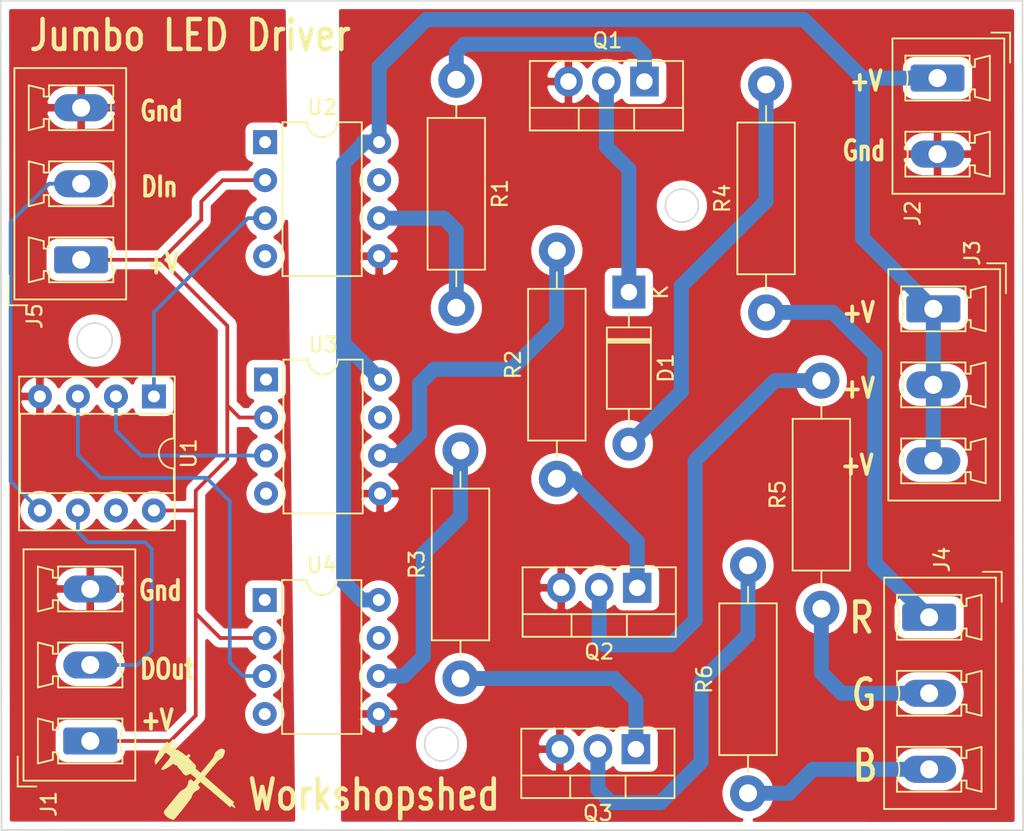
<source format=kicad_pcb>
(kicad_pcb (version 20171130) (host pcbnew "(5.1.10)-1")

  (general
    (thickness 1.6002)
    (drawings 23)
    (tracks 123)
    (zones 0)
    (modules 20)
    (nets 33)
  )

  (page A4)
  (layers
    (0 Front signal)
    (31 Back signal)
    (34 B.Paste user)
    (35 F.Paste user)
    (36 B.SilkS user)
    (37 F.SilkS user)
    (38 B.Mask user)
    (39 F.Mask user)
    (44 Edge.Cuts user)
    (45 Margin user)
    (46 B.CrtYd user)
    (47 F.CrtYd user)
    (49 F.Fab user hide)
  )

  (setup
    (last_trace_width 0.25)
    (user_trace_width 0.1)
    (user_trace_width 0.2)
    (user_trace_width 0.5)
    (trace_clearance 0.25)
    (zone_clearance 0.508)
    (zone_45_only no)
    (trace_min 0.1)
    (via_size 0.8)
    (via_drill 0.4)
    (via_min_size 0.45)
    (via_min_drill 0.2)
    (user_via 0.45 0.2)
    (user_via 0.8 0.4)
    (uvia_size 0.8)
    (uvia_drill 0.4)
    (uvias_allowed no)
    (uvia_min_size 0.2)
    (uvia_min_drill 0.1)
    (edge_width 0.1)
    (segment_width 0.1)
    (pcb_text_width 0.3)
    (pcb_text_size 1.5 1.5)
    (mod_edge_width 0.1)
    (mod_text_size 0.8 0.8)
    (mod_text_width 0.1)
    (pad_size 1.524 1.524)
    (pad_drill 0.762)
    (pad_to_mask_clearance 0)
    (solder_mask_min_width 0.1)
    (aux_axis_origin 0 0)
    (visible_elements 7FFFFFFF)
    (pcbplotparams
      (layerselection 0x010fc_ffffffff)
      (usegerberextensions false)
      (usegerberattributes true)
      (usegerberadvancedattributes true)
      (creategerberjobfile true)
      (excludeedgelayer true)
      (linewidth 0.100000)
      (plotframeref false)
      (viasonmask false)
      (mode 1)
      (useauxorigin false)
      (hpglpennumber 1)
      (hpglpenspeed 20)
      (hpglpendiameter 15.000000)
      (psnegative false)
      (psa4output false)
      (plotreference true)
      (plotvalue true)
      (plotinvisibletext false)
      (padsonsilk false)
      (subtractmaskfromsilk false)
      (outputformat 1)
      (mirror false)
      (drillshape 1)
      (scaleselection 1)
      (outputdirectory ""))
  )

  (net 0 "")
  (net 1 "Net-(D1-Pad2)")
  (net 2 "Net-(D1-Pad1)")
  (net 3 GND)
  (net 4 "Net-(J1-Pad2)")
  (net 5 +5V)
  (net 6 +15V)
  (net 7 "Net-(J4-Pad3)")
  (net 8 "Net-(J4-Pad2)")
  (net 9 "Net-(J5-Pad2)")
  (net 10 "Net-(Q1-Pad1)")
  (net 11 "Net-(Q2-Pad1)")
  (net 12 "Net-(Q3-Pad1)")
  (net 13 "Net-(R1-Pad2)")
  (net 14 "Net-(R2-Pad2)")
  (net 15 "Net-(R3-Pad2)")
  (net 16 "Net-(U1-Pad7)")
  (net 17 "Net-(U1-Pad3)")
  (net 18 "Net-(U1-Pad2)")
  (net 19 "Net-(U1-Pad1)")
  (net 20 "Net-(U2-Pad4)")
  (net 21 "Net-(U2-Pad7)")
  (net 22 "Net-(U2-Pad1)")
  (net 23 "Net-(U3-Pad4)")
  (net 24 "Net-(U3-Pad7)")
  (net 25 "Net-(U3-Pad1)")
  (net 26 "Net-(U4-Pad4)")
  (net 27 "Net-(U4-Pad7)")
  (net 28 "Net-(U4-Pad1)")
  (net 29 GNDD)
  (net 30 "Net-(J4-Pad1)")
  (net 31 "Net-(Q2-Pad2)")
  (net 32 "Net-(Q3-Pad2)")

  (net_class Default "This is the default net class."
    (clearance 0.25)
    (trace_width 0.25)
    (via_dia 0.8)
    (via_drill 0.4)
    (uvia_dia 0.8)
    (uvia_drill 0.4)
    (diff_pair_width 0.25)
    (diff_pair_gap 0.25)
    (add_net +5V)
    (add_net GNDD)
    (add_net "Net-(J5-Pad2)")
    (add_net "Net-(U1-Pad1)")
    (add_net "Net-(U1-Pad2)")
    (add_net "Net-(U1-Pad3)")
    (add_net "Net-(U1-Pad7)")
    (add_net "Net-(U2-Pad1)")
    (add_net "Net-(U2-Pad4)")
    (add_net "Net-(U2-Pad7)")
    (add_net "Net-(U3-Pad1)")
    (add_net "Net-(U3-Pad4)")
    (add_net "Net-(U3-Pad7)")
    (add_net "Net-(U4-Pad1)")
    (add_net "Net-(U4-Pad4)")
    (add_net "Net-(U4-Pad7)")
  )

  (net_class Min ""
    (clearance 0.1)
    (trace_width 0.1)
    (via_dia 0.45)
    (via_drill 0.2)
    (uvia_dia 0.45)
    (uvia_drill 0.2)
    (diff_pair_width 0.12)
    (diff_pair_gap 0.12)
  )

  (net_class Power ""
    (clearance 0.3)
    (trace_width 1)
    (via_dia 0.8)
    (via_drill 0.4)
    (uvia_dia 0.8)
    (uvia_drill 0.4)
    (diff_pair_width 0.25)
    (diff_pair_gap 0.25)
    (add_net +15V)
    (add_net GND)
    (add_net "Net-(D1-Pad1)")
    (add_net "Net-(D1-Pad2)")
    (add_net "Net-(J1-Pad2)")
    (add_net "Net-(J4-Pad1)")
    (add_net "Net-(J4-Pad2)")
    (add_net "Net-(J4-Pad3)")
    (add_net "Net-(Q1-Pad1)")
    (add_net "Net-(Q2-Pad1)")
    (add_net "Net-(Q2-Pad2)")
    (add_net "Net-(Q3-Pad1)")
    (add_net "Net-(Q3-Pad2)")
    (add_net "Net-(R1-Pad2)")
    (add_net "Net-(R2-Pad2)")
    (add_net "Net-(R3-Pad2)")
  )

  (module Resistor_THT:R_Axial_DIN0411_L9.9mm_D3.6mm_P15.24mm_Horizontal (layer Front) (tedit 5AE5139B) (tstamp 61BBB673)
    (at 153.8732 113.7793 90)
    (descr "Resistor, Axial_DIN0411 series, Axial, Horizontal, pin pitch=15.24mm, 1W, length*diameter=9.9*3.6mm^2")
    (tags "Resistor Axial_DIN0411 series Axial Horizontal pin pitch 15.24mm 1W length 9.9mm diameter 3.6mm")
    (path /61BC5399)
    (fp_text reference R6 (at 7.62 -2.92 90) (layer F.SilkS)
      (effects (font (size 1 1) (thickness 0.15)))
    )
    (fp_text value R7.6 (at 7.62 2.92 90) (layer F.Fab)
      (effects (font (size 1 1) (thickness 0.15)))
    )
    (fp_line (start 16.69 -2.05) (end -1.45 -2.05) (layer F.CrtYd) (width 0.05))
    (fp_line (start 16.69 2.05) (end 16.69 -2.05) (layer F.CrtYd) (width 0.05))
    (fp_line (start -1.45 2.05) (end 16.69 2.05) (layer F.CrtYd) (width 0.05))
    (fp_line (start -1.45 -2.05) (end -1.45 2.05) (layer F.CrtYd) (width 0.05))
    (fp_line (start 13.8 0) (end 12.69 0) (layer F.SilkS) (width 0.12))
    (fp_line (start 1.44 0) (end 2.55 0) (layer F.SilkS) (width 0.12))
    (fp_line (start 12.69 -1.92) (end 2.55 -1.92) (layer F.SilkS) (width 0.12))
    (fp_line (start 12.69 1.92) (end 12.69 -1.92) (layer F.SilkS) (width 0.12))
    (fp_line (start 2.55 1.92) (end 12.69 1.92) (layer F.SilkS) (width 0.12))
    (fp_line (start 2.55 -1.92) (end 2.55 1.92) (layer F.SilkS) (width 0.12))
    (fp_line (start 15.24 0) (end 12.57 0) (layer F.Fab) (width 0.1))
    (fp_line (start 0 0) (end 2.67 0) (layer F.Fab) (width 0.1))
    (fp_line (start 12.57 -1.8) (end 2.67 -1.8) (layer F.Fab) (width 0.1))
    (fp_line (start 12.57 1.8) (end 12.57 -1.8) (layer F.Fab) (width 0.1))
    (fp_line (start 2.67 1.8) (end 12.57 1.8) (layer F.Fab) (width 0.1))
    (fp_line (start 2.67 -1.8) (end 2.67 1.8) (layer F.Fab) (width 0.1))
    (fp_text user %R (at 7.62 0 90) (layer F.Fab)
      (effects (font (size 1 1) (thickness 0.15)))
    )
    (pad 2 thru_hole oval (at 15.24 0 90) (size 2.4 2.4) (drill 1.2) (layers *.Cu *.Mask)
      (net 32 "Net-(Q3-Pad2)"))
    (pad 1 thru_hole circle (at 0 0 90) (size 2.4 2.4) (drill 1.2) (layers *.Cu *.Mask)
      (net 7 "Net-(J4-Pad3)"))
    (model ${KISYS3DMOD}/Resistor_THT.3dshapes/R_Axial_DIN0411_L9.9mm_D3.6mm_P15.24mm_Horizontal.wrl
      (at (xyz 0 0 0))
      (scale (xyz 1 1 1))
      (rotate (xyz 0 0 0))
    )
  )

  (module Resistor_THT:R_Axial_DIN0411_L9.9mm_D3.6mm_P15.24mm_Horizontal (layer Front) (tedit 5AE5139B) (tstamp 61BBB65C)
    (at 158.7754 101.4476 90)
    (descr "Resistor, Axial_DIN0411 series, Axial, Horizontal, pin pitch=15.24mm, 1W, length*diameter=9.9*3.6mm^2")
    (tags "Resistor Axial_DIN0411 series Axial Horizontal pin pitch 15.24mm 1W length 9.9mm diameter 3.6mm")
    (path /61BC4B4C)
    (fp_text reference R5 (at 7.62 -2.92 90) (layer F.SilkS)
      (effects (font (size 1 1) (thickness 0.15)))
    )
    (fp_text value R7.6 (at 7.62 2.92 90) (layer F.Fab)
      (effects (font (size 1 1) (thickness 0.15)))
    )
    (fp_line (start 16.69 -2.05) (end -1.45 -2.05) (layer F.CrtYd) (width 0.05))
    (fp_line (start 16.69 2.05) (end 16.69 -2.05) (layer F.CrtYd) (width 0.05))
    (fp_line (start -1.45 2.05) (end 16.69 2.05) (layer F.CrtYd) (width 0.05))
    (fp_line (start -1.45 -2.05) (end -1.45 2.05) (layer F.CrtYd) (width 0.05))
    (fp_line (start 13.8 0) (end 12.69 0) (layer F.SilkS) (width 0.12))
    (fp_line (start 1.44 0) (end 2.55 0) (layer F.SilkS) (width 0.12))
    (fp_line (start 12.69 -1.92) (end 2.55 -1.92) (layer F.SilkS) (width 0.12))
    (fp_line (start 12.69 1.92) (end 12.69 -1.92) (layer F.SilkS) (width 0.12))
    (fp_line (start 2.55 1.92) (end 12.69 1.92) (layer F.SilkS) (width 0.12))
    (fp_line (start 2.55 -1.92) (end 2.55 1.92) (layer F.SilkS) (width 0.12))
    (fp_line (start 15.24 0) (end 12.57 0) (layer F.Fab) (width 0.1))
    (fp_line (start 0 0) (end 2.67 0) (layer F.Fab) (width 0.1))
    (fp_line (start 12.57 -1.8) (end 2.67 -1.8) (layer F.Fab) (width 0.1))
    (fp_line (start 12.57 1.8) (end 12.57 -1.8) (layer F.Fab) (width 0.1))
    (fp_line (start 2.67 1.8) (end 12.57 1.8) (layer F.Fab) (width 0.1))
    (fp_line (start 2.67 -1.8) (end 2.67 1.8) (layer F.Fab) (width 0.1))
    (fp_text user %R (at 7.62 0 90) (layer F.Fab)
      (effects (font (size 1 1) (thickness 0.15)))
    )
    (pad 2 thru_hole oval (at 15.24 0 90) (size 2.4 2.4) (drill 1.2) (layers *.Cu *.Mask)
      (net 31 "Net-(Q2-Pad2)"))
    (pad 1 thru_hole circle (at 0 0 90) (size 2.4 2.4) (drill 1.2) (layers *.Cu *.Mask)
      (net 8 "Net-(J4-Pad2)"))
    (model ${KISYS3DMOD}/Resistor_THT.3dshapes/R_Axial_DIN0411_L9.9mm_D3.6mm_P15.24mm_Horizontal.wrl
      (at (xyz 0 0 0))
      (scale (xyz 1 1 1))
      (rotate (xyz 0 0 0))
    )
  )

  (module Resistor_THT:R_Axial_DIN0411_L9.9mm_D3.6mm_P15.24mm_Horizontal (layer Front) (tedit 5AE5139B) (tstamp 61BBBD19)
    (at 155.0797 81.6483 90)
    (descr "Resistor, Axial_DIN0411 series, Axial, Horizontal, pin pitch=15.24mm, 1W, length*diameter=9.9*3.6mm^2")
    (tags "Resistor Axial_DIN0411 series Axial Horizontal pin pitch 15.24mm 1W length 9.9mm diameter 3.6mm")
    (path /61BBC6D9)
    (fp_text reference R4 (at 7.62 -2.92 90) (layer F.SilkS)
      (effects (font (size 1 1) (thickness 0.15)))
    )
    (fp_text value R7.6 (at 7.62 2.92 90) (layer F.Fab)
      (effects (font (size 1 1) (thickness 0.15)))
    )
    (fp_line (start 16.69 -2.05) (end -1.45 -2.05) (layer F.CrtYd) (width 0.05))
    (fp_line (start 16.69 2.05) (end 16.69 -2.05) (layer F.CrtYd) (width 0.05))
    (fp_line (start -1.45 2.05) (end 16.69 2.05) (layer F.CrtYd) (width 0.05))
    (fp_line (start -1.45 -2.05) (end -1.45 2.05) (layer F.CrtYd) (width 0.05))
    (fp_line (start 13.8 0) (end 12.69 0) (layer F.SilkS) (width 0.12))
    (fp_line (start 1.44 0) (end 2.55 0) (layer F.SilkS) (width 0.12))
    (fp_line (start 12.69 -1.92) (end 2.55 -1.92) (layer F.SilkS) (width 0.12))
    (fp_line (start 12.69 1.92) (end 12.69 -1.92) (layer F.SilkS) (width 0.12))
    (fp_line (start 2.55 1.92) (end 12.69 1.92) (layer F.SilkS) (width 0.12))
    (fp_line (start 2.55 -1.92) (end 2.55 1.92) (layer F.SilkS) (width 0.12))
    (fp_line (start 15.24 0) (end 12.57 0) (layer F.Fab) (width 0.1))
    (fp_line (start 0 0) (end 2.67 0) (layer F.Fab) (width 0.1))
    (fp_line (start 12.57 -1.8) (end 2.67 -1.8) (layer F.Fab) (width 0.1))
    (fp_line (start 12.57 1.8) (end 12.57 -1.8) (layer F.Fab) (width 0.1))
    (fp_line (start 2.67 1.8) (end 12.57 1.8) (layer F.Fab) (width 0.1))
    (fp_line (start 2.67 -1.8) (end 2.67 1.8) (layer F.Fab) (width 0.1))
    (fp_text user %R (at 7.62 0 90) (layer F.Fab)
      (effects (font (size 1 1) (thickness 0.15)))
    )
    (pad 2 thru_hole oval (at 15.24 0 90) (size 2.4 2.4) (drill 1.2) (layers *.Cu *.Mask)
      (net 1 "Net-(D1-Pad2)"))
    (pad 1 thru_hole circle (at 0 0 90) (size 2.4 2.4) (drill 1.2) (layers *.Cu *.Mask)
      (net 30 "Net-(J4-Pad1)"))
    (model ${KISYS3DMOD}/Resistor_THT.3dshapes/R_Axial_DIN0411_L9.9mm_D3.6mm_P15.24mm_Horizontal.wrl
      (at (xyz 0 0 0))
      (scale (xyz 1 1 1))
      (rotate (xyz 0 0 0))
    )
  )

  (module "UV Monitor:Logo" (layer Front) (tedit 0) (tstamp 61AA328F)
    (at 116.8273 112.9284)
    (fp_text reference " " (at -0.762 4.572) (layer F.SilkS) hide
      (effects (font (size 1.524 1.524) (thickness 0.3)))
    )
    (fp_text value " " (at -0.254 4.445) (layer F.SilkS) hide
      (effects (font (size 1.524 1.524) (thickness 0.3)))
    )
    (fp_poly (pts (xy -1.348589 -2.7513) (xy -1.34333 -2.707979) (xy -1.342572 -2.658923) (xy -1.350088 -2.570439)
      (xy -1.374732 -2.482263) (xy -1.419647 -2.386089) (xy -1.487974 -2.273608) (xy -1.488773 -2.272393)
      (xy -1.527563 -2.213429) (xy -1.482979 -2.213429) (xy -1.442749 -2.22566) (xy -1.389932 -2.257895)
      (xy -1.358733 -2.282707) (xy -1.248726 -2.370779) (xy -1.151527 -2.433059) (xy -1.070258 -2.467639)
      (xy -1.04775 -2.472603) (xy -1.000214 -2.474165) (xy -0.979823 -2.458919) (xy -0.98698 -2.425706)
      (xy -1.022086 -2.373367) (xy -1.085543 -2.300742) (xy -1.119669 -2.265016) (xy -1.259624 -2.121199)
      (xy -1.205848 -2.077758) (xy -1.151985 -2.046771) (xy -1.113204 -2.043706) (xy -1.089651 -2.046195)
      (xy -1.062184 -2.040935) (xy -1.026648 -2.025497) (xy -0.978888 -1.99745) (xy -0.914747 -1.954364)
      (xy -0.83007 -1.893807) (xy -0.725714 -1.817062) (xy -0.480786 -1.635644) (xy -0.416521 -1.697751)
      (xy -0.363762 -1.742017) (xy -0.322764 -1.756937) (xy -0.285431 -1.743533) (xy -0.257163 -1.717867)
      (xy -0.22561 -1.674977) (xy -0.223251 -1.638069) (xy -0.251537 -1.598963) (xy -0.283113 -1.571605)
      (xy -0.348511 -1.519424) (xy -0.186595 -1.353891) (xy -0.07645 -1.240473) (xy 0.009854 -1.149052)
      (xy 0.074468 -1.076303) (xy 0.119541 -1.018899) (xy 0.147222 -0.973515) (xy 0.159662 -0.936827)
      (xy 0.159009 -0.905509) (xy 0.147414 -0.876236) (xy 0.134908 -0.856559) (xy 0.119188 -0.8294)
      (xy 0.122427 -0.808149) (xy 0.148687 -0.781019) (xy 0.165992 -0.766344) (xy 0.208071 -0.730485)
      (xy 0.266188 -0.680084) (xy 0.329291 -0.62474) (xy 0.343348 -0.612322) (xy 0.397402 -0.565564)
      (xy 0.440857 -0.529979) (xy 0.466933 -0.511036) (xy 0.471014 -0.509346) (xy 0.485308 -0.523146)
      (xy 0.518532 -0.560459) (xy 0.566764 -0.616615) (xy 0.626082 -0.686942) (xy 0.692564 -0.766768)
      (xy 0.762289 -0.851421) (xy 0.831334 -0.936229) (xy 0.876789 -0.992719) (xy 0.924102 -1.050688)
      (xy 0.970986 -1.106291) (xy 0.995179 -1.133929) (xy 1.029338 -1.173999) (xy 1.076635 -1.232143)
      (xy 1.128291 -1.297522) (xy 1.142116 -1.315358) (xy 1.193484 -1.380835) (xy 1.242986 -1.442063)
      (xy 1.281812 -1.488193) (xy 1.289444 -1.496786) (xy 1.323162 -1.548137) (xy 1.358069 -1.626062)
      (xy 1.385401 -1.705958) (xy 1.408804 -1.778826) (xy 1.432499 -1.834812) (xy 1.462344 -1.881092)
      (xy 1.504197 -1.92484) (xy 1.563917 -1.973233) (xy 1.64736 -2.033445) (xy 1.660071 -2.042385)
      (xy 1.729086 -2.088499) (xy 1.780224 -2.115573) (xy 1.823391 -2.127907) (xy 1.861849 -2.13)
      (xy 1.926316 -2.117371) (xy 1.993043 -2.086743) (xy 2.050726 -2.045225) (xy 2.088059 -1.999925)
      (xy 2.094413 -1.983777) (xy 2.092573 -1.949624) (xy 2.079362 -1.891166) (xy 2.057817 -1.817397)
      (xy 2.030979 -1.737314) (xy 2.001886 -1.659911) (xy 1.973577 -1.594185) (xy 1.949091 -1.549131)
      (xy 1.946214 -1.545083) (xy 1.915359 -1.515894) (xy 1.862311 -1.477096) (xy 1.797064 -1.43583)
      (xy 1.777726 -1.424669) (xy 1.721335 -1.390916) (xy 1.672057 -1.355782) (xy 1.623573 -1.313405)
      (xy 1.569566 -1.257925) (xy 1.503718 -1.183481) (xy 1.451429 -1.121974) (xy 1.371879 -1.027303)
      (xy 1.286181 -0.924844) (xy 1.197434 -0.818351) (xy 1.108738 -0.711577) (xy 1.023194 -0.608275)
      (xy 0.943902 -0.512196) (xy 0.873962 -0.427096) (xy 0.816473 -0.356726) (xy 0.774535 -0.304839)
      (xy 0.75125 -0.275188) (xy 0.747585 -0.269905) (xy 0.757924 -0.253628) (xy 0.790158 -0.22188)
      (xy 0.837456 -0.181356) (xy 0.840359 -0.179004) (xy 0.898229 -0.131187) (xy 0.971216 -0.069328)
      (xy 1.047394 -0.003579) (xy 1.082538 0.027214) (xy 1.156811 0.092318) (xy 1.246315 0.170213)
      (xy 1.33867 0.250147) (xy 1.406391 0.308428) (xy 1.488431 0.379359) (xy 1.573912 0.454203)
      (xy 1.651984 0.523413) (xy 1.705315 0.5715) (xy 1.748886 0.610898) (xy 1.815199 0.670315)
      (xy 1.899781 0.74577) (xy 1.998158 0.833279) (xy 2.105857 0.928861) (xy 2.218405 1.028534)
      (xy 2.263858 1.068725) (xy 2.703271 1.457094) (xy 2.659041 1.515083) (xy 2.614811 1.573071)
      (xy 2.695334 1.652099) (xy 2.748823 1.711333) (xy 2.772431 1.756727) (xy 2.76762 1.792724)
      (xy 2.748665 1.814267) (xy 2.727691 1.823657) (xy 2.700441 1.815161) (xy 2.658178 1.785441)
      (xy 2.644343 1.774385) (xy 2.585441 1.7276) (xy 2.546863 1.702044) (xy 2.520897 1.695908)
      (xy 2.49983 1.707384) (xy 2.475951 1.734664) (xy 2.475788 1.734865) (xy 2.433739 1.787071)
      (xy 2.355334 1.712287) (xy 2.32158 1.681556) (xy 2.262562 1.629496) (xy 2.180727 1.558203)
      (xy 2.078522 1.469773) (xy 1.958394 1.366301) (xy 1.82279 1.249884) (xy 1.674157 1.122617)
      (xy 1.514943 0.986596) (xy 1.347595 0.843917) (xy 1.17456 0.696676) (xy 0.998285 0.546968)
      (xy 0.821217 0.39689) (xy 0.676302 0.274306) (xy 0.454532 0.086889) (xy 0.372409 0.169012)
      (xy 0.317393 0.231925) (xy 0.293575 0.28297) (xy 0.300459 0.327944) (xy 0.337546 0.372644)
      (xy 0.353786 0.386309) (xy 0.392536 0.423316) (xy 0.415013 0.456565) (xy 0.417286 0.466083)
      (xy 0.403835 0.504721) (xy 0.369663 0.553722) (xy 0.324036 0.603024) (xy 0.276222 0.642562)
      (xy 0.236867 0.661992) (xy 0.185244 0.682551) (xy 0.12058 0.720699) (xy 0.055264 0.768138)
      (xy 0.001683 0.816574) (xy -0.005175 0.824091) (xy -0.043784 0.879755) (xy -0.083469 0.955308)
      (xy -0.117032 1.035308) (xy -0.137278 1.104314) (xy -0.138213 1.109529) (xy -0.151983 1.139364)
      (xy -0.185967 1.193079) (xy -0.237551 1.267383) (xy -0.304117 1.358984) (xy -0.38305 1.46459)
      (xy -0.471735 1.58091) (xy -0.567555 1.704652) (xy -0.667895 1.832524) (xy -0.770139 1.961235)
      (xy -0.871671 2.087493) (xy -0.969875 2.208007) (xy -1.062135 2.319484) (xy -1.145836 2.418633)
      (xy -1.218362 2.502163) (xy -1.277097 2.566781) (xy -1.319425 2.609196) (xy -1.34273 2.626117)
      (xy -1.343525 2.626256) (xy -1.379985 2.621568) (xy -1.43895 2.605084) (xy -1.509854 2.579932)
      (xy -1.537643 2.568788) (xy -1.693305 2.491144) (xy -1.818131 2.400543) (xy -1.910702 2.29825)
      (xy -1.9696 2.185526) (xy -1.970196 2.183828) (xy -1.980737 2.155378) (xy -1.988582 2.131906)
      (xy -1.991666 2.109994) (xy -1.987925 2.086223) (xy -1.975296 2.057176) (xy -1.951715 2.019435)
      (xy -1.915116 1.969581) (xy -1.863437 1.904196) (xy -1.794613 1.819862) (xy -1.706579 1.713161)
      (xy -1.629817 1.620173) (xy -1.5322 1.501602) (xy -1.428944 1.375864) (xy -1.326306 1.250602)
      (xy -1.230545 1.133458) (xy -1.147917 1.032076) (xy -1.107462 0.982253) (xy -1.040001 0.900382)
      (xy -0.979315 0.829315) (xy -0.929408 0.773536) (xy -0.894284 0.737528) (xy -0.878362 0.725714)
      (xy -0.850169 0.713064) (xy -0.833862 0.697644) (xy -0.805435 0.675039) (xy -0.755766 0.645353)
      (xy -0.709572 0.621797) (xy -0.60383 0.556815) (xy -0.511069 0.47122) (xy -0.43656 0.372253)
      (xy -0.385575 0.267153) (xy -0.363387 0.163162) (xy -0.362857 0.145643) (xy -0.348524 0.058317)
      (xy -0.304975 -0.007995) (xy -0.268059 -0.03621) (xy -0.226841 -0.05963) (xy -0.199682 -0.071953)
      (xy -0.196752 -0.072504) (xy -0.17732 -0.061815) (xy -0.139968 -0.03424) (xy -0.108857 -0.009072)
      (xy -0.060024 0.026727) (xy -0.01712 0.049756) (xy 0.001295 0.054428) (xy 0.030647 0.040565)
      (xy 0.071943 0.003759) (xy 0.109432 -0.039177) (xy 0.149042 -0.09225) (xy 0.166881 -0.125774)
      (xy 0.165981 -0.146686) (xy 0.159747 -0.154315) (xy 0.137089 -0.173424) (xy 0.092304 -0.210068)
      (xy 0.031642 -0.259166) (xy -0.038647 -0.315639) (xy -0.046515 -0.321937) (xy -0.229102 -0.468027)
      (xy -0.326889 -0.406371) (xy -0.418488 -0.358527) (xy -0.496602 -0.34166) (xy -0.5671 -0.356053)
      (xy -0.635849 -0.401991) (xy -0.65736 -0.422316) (xy -0.709812 -0.48077) (xy -0.758781 -0.544885)
      (xy -0.780143 -0.577937) (xy -0.835142 -0.658753) (xy -0.909093 -0.741922) (xy -0.995475 -0.823439)
      (xy -1.029599 -0.86022) (xy -1.045795 -0.890705) (xy -1.045575 -0.898463) (xy -1.051778 -0.923319)
      (xy -1.076498 -0.957072) (xy -1.109427 -0.989244) (xy -1.140257 -1.009358) (xy -1.155629 -1.010337)
      (xy -1.177896 -1.014291) (xy -1.220527 -1.034141) (xy -1.268432 -1.062012) (xy -1.365658 -1.123315)
      (xy -1.467507 -1.049467) (xy -1.602456 -0.953762) (xy -1.722792 -0.872716) (xy -1.825467 -0.808206)
      (xy -1.907435 -0.762111) (xy -1.965649 -0.736311) (xy -1.982399 -0.73196) (xy -2.039482 -0.727932)
      (xy -2.09783 -0.731809) (xy -2.146433 -0.741838) (xy -2.174281 -0.756265) (xy -2.177143 -0.762975)
      (xy -2.166102 -0.781997) (xy -2.135468 -0.823977) (xy -2.088974 -0.884075) (xy -2.030351 -0.957454)
      (xy -1.973036 -1.027549) (xy -1.862262 -1.162105) (xy -1.772749 -1.271928) (xy -1.702236 -1.359911)
      (xy -1.648464 -1.428952) (xy -1.609171 -1.481946) (xy -1.582098 -1.521789) (xy -1.566557 -1.548329)
      (xy -1.554323 -1.577422) (xy -1.553737 -1.603654) (xy -1.568429 -1.631765) (xy -1.602029 -1.666494)
      (xy -1.658164 -1.712579) (xy -1.739272 -1.773874) (xy -1.8729 -1.873238) (xy -1.942605 -1.793869)
      (xy -1.980423 -1.748347) (xy -2.006054 -1.712796) (xy -2.013084 -1.698226) (xy -2.024742 -1.678059)
      (xy -2.056219 -1.635662) (xy -2.103316 -1.576008) (xy -2.161839 -1.50407) (xy -2.227592 -1.42482)
      (xy -2.296378 -1.343233) (xy -2.364001 -1.26428) (xy -2.426267 -1.192935) (xy -2.478978 -1.134171)
      (xy -2.517939 -1.092961) (xy -2.538953 -1.074278) (xy -2.539905 -1.07384) (xy -2.55722 -1.083989)
      (xy -2.572135 -1.121284) (xy -2.58361 -1.176611) (xy -2.590603 -1.240855) (xy -2.592074 -1.304903)
      (xy -2.58698 -1.35964) (xy -2.576332 -1.392711) (xy -2.563111 -1.418988) (xy -2.537704 -1.472256)
      (xy -2.502944 -1.546476) (xy -2.461664 -1.635607) (xy -2.424587 -1.716344) (xy -2.37958 -1.814146)
      (xy -2.342595 -1.89119) (xy -2.309018 -1.95446) (xy -2.274232 -2.010939) (xy -2.23362 -2.067611)
      (xy -2.182566 -2.13146) (xy -2.116454 -2.209469) (xy -2.040818 -2.296915) (xy -1.966095 -2.383096)
      (xy -1.899647 -2.45975) (xy -1.845066 -2.522732) (xy -1.805945 -2.567896) (xy -1.785876 -2.591095)
      (xy -1.784077 -2.593189) (xy -1.768546 -2.586448) (xy -1.73648 -2.560503) (xy -1.715744 -2.541206)
      (xy -1.683472 -2.512171) (xy -1.656507 -2.498121) (xy -1.629237 -2.501653) (xy -1.596052 -2.525365)
      (xy -1.551344 -2.571853) (xy -1.489503 -2.643713) (xy -1.486412 -2.647366) (xy -1.42732 -2.715504)
      (xy -1.387025 -2.755348) (xy -1.361968 -2.767185) (xy -1.348589 -2.7513)) (layer F.SilkS) (width 0.01))
  )

  (module Package_DIP:DIP-8_W7.62mm (layer Front) (tedit 5A02E8C5) (tstamp 61AA699A)
    (at 121.5771 100.8634)
    (descr "8-lead though-hole mounted DIP package, row spacing 7.62 mm (300 mils)")
    (tags "THT DIP DIL PDIP 2.54mm 7.62mm 300mil")
    (path /61AA4BC4)
    (fp_text reference U4 (at 3.81 -2.33) (layer F.SilkS)
      (effects (font (size 1 1) (thickness 0.15)))
    )
    (fp_text value HCPL-3120 (at 3.81 9.95) (layer F.Fab)
      (effects (font (size 1 1) (thickness 0.15)))
    )
    (fp_line (start 1.635 -1.27) (end 6.985 -1.27) (layer F.Fab) (width 0.1))
    (fp_line (start 6.985 -1.27) (end 6.985 8.89) (layer F.Fab) (width 0.1))
    (fp_line (start 6.985 8.89) (end 0.635 8.89) (layer F.Fab) (width 0.1))
    (fp_line (start 0.635 8.89) (end 0.635 -0.27) (layer F.Fab) (width 0.1))
    (fp_line (start 0.635 -0.27) (end 1.635 -1.27) (layer F.Fab) (width 0.1))
    (fp_line (start 2.81 -1.33) (end 1.16 -1.33) (layer F.SilkS) (width 0.12))
    (fp_line (start 1.16 -1.33) (end 1.16 8.95) (layer F.SilkS) (width 0.12))
    (fp_line (start 1.16 8.95) (end 6.46 8.95) (layer F.SilkS) (width 0.12))
    (fp_line (start 6.46 8.95) (end 6.46 -1.33) (layer F.SilkS) (width 0.12))
    (fp_line (start 6.46 -1.33) (end 4.81 -1.33) (layer F.SilkS) (width 0.12))
    (fp_line (start -1.1 -1.55) (end -1.1 9.15) (layer F.CrtYd) (width 0.05))
    (fp_line (start -1.1 9.15) (end 8.7 9.15) (layer F.CrtYd) (width 0.05))
    (fp_line (start 8.7 9.15) (end 8.7 -1.55) (layer F.CrtYd) (width 0.05))
    (fp_line (start 8.7 -1.55) (end -1.1 -1.55) (layer F.CrtYd) (width 0.05))
    (fp_text user %R (at 3.81 3.81) (layer F.Fab)
      (effects (font (size 1 1) (thickness 0.15)))
    )
    (fp_arc (start 3.81 -1.33) (end 2.81 -1.33) (angle -180) (layer F.SilkS) (width 0.12))
    (pad 8 thru_hole oval (at 7.62 0) (size 1.6 1.6) (drill 0.8) (layers *.Cu *.Mask)
      (net 6 +15V))
    (pad 4 thru_hole oval (at 0 7.62) (size 1.6 1.6) (drill 0.8) (layers *.Cu *.Mask)
      (net 26 "Net-(U4-Pad4)"))
    (pad 7 thru_hole oval (at 7.62 2.54) (size 1.6 1.6) (drill 0.8) (layers *.Cu *.Mask)
      (net 27 "Net-(U4-Pad7)"))
    (pad 3 thru_hole oval (at 0 5.08) (size 1.6 1.6) (drill 0.8) (layers *.Cu *.Mask)
      (net 17 "Net-(U1-Pad3)"))
    (pad 6 thru_hole oval (at 7.62 5.08) (size 1.6 1.6) (drill 0.8) (layers *.Cu *.Mask)
      (net 15 "Net-(R3-Pad2)"))
    (pad 2 thru_hole oval (at 0 2.54) (size 1.6 1.6) (drill 0.8) (layers *.Cu *.Mask)
      (net 5 +5V))
    (pad 5 thru_hole oval (at 7.62 7.62) (size 1.6 1.6) (drill 0.8) (layers *.Cu *.Mask)
      (net 3 GND))
    (pad 1 thru_hole rect (at 0 0) (size 1.6 1.6) (drill 0.8) (layers *.Cu *.Mask)
      (net 28 "Net-(U4-Pad1)"))
    (model ${KISYS3DMOD}/Package_DIP.3dshapes/DIP-8_W7.62mm.wrl
      (at (xyz 0 0 0))
      (scale (xyz 1 1 1))
      (rotate (xyz 0 0 0))
    )
  )

  (module Package_DIP:DIP-8_W7.62mm (layer Front) (tedit 5A02E8C5) (tstamp 61AA697E)
    (at 121.666 86.1314)
    (descr "8-lead though-hole mounted DIP package, row spacing 7.62 mm (300 mils)")
    (tags "THT DIP DIL PDIP 2.54mm 7.62mm 300mil")
    (path /61A9F3CF)
    (fp_text reference U3 (at 3.81 -2.33) (layer F.SilkS)
      (effects (font (size 1 1) (thickness 0.15)))
    )
    (fp_text value HCPL-3120 (at 3.81 9.95) (layer F.Fab)
      (effects (font (size 1 1) (thickness 0.15)))
    )
    (fp_line (start 1.635 -1.27) (end 6.985 -1.27) (layer F.Fab) (width 0.1))
    (fp_line (start 6.985 -1.27) (end 6.985 8.89) (layer F.Fab) (width 0.1))
    (fp_line (start 6.985 8.89) (end 0.635 8.89) (layer F.Fab) (width 0.1))
    (fp_line (start 0.635 8.89) (end 0.635 -0.27) (layer F.Fab) (width 0.1))
    (fp_line (start 0.635 -0.27) (end 1.635 -1.27) (layer F.Fab) (width 0.1))
    (fp_line (start 2.81 -1.33) (end 1.16 -1.33) (layer F.SilkS) (width 0.12))
    (fp_line (start 1.16 -1.33) (end 1.16 8.95) (layer F.SilkS) (width 0.12))
    (fp_line (start 1.16 8.95) (end 6.46 8.95) (layer F.SilkS) (width 0.12))
    (fp_line (start 6.46 8.95) (end 6.46 -1.33) (layer F.SilkS) (width 0.12))
    (fp_line (start 6.46 -1.33) (end 4.81 -1.33) (layer F.SilkS) (width 0.12))
    (fp_line (start -1.1 -1.55) (end -1.1 9.15) (layer F.CrtYd) (width 0.05))
    (fp_line (start -1.1 9.15) (end 8.7 9.15) (layer F.CrtYd) (width 0.05))
    (fp_line (start 8.7 9.15) (end 8.7 -1.55) (layer F.CrtYd) (width 0.05))
    (fp_line (start 8.7 -1.55) (end -1.1 -1.55) (layer F.CrtYd) (width 0.05))
    (fp_text user %R (at 3.81 3.81) (layer F.Fab)
      (effects (font (size 1 1) (thickness 0.15)))
    )
    (fp_arc (start 3.81 -1.33) (end 2.81 -1.33) (angle -180) (layer F.SilkS) (width 0.12))
    (pad 8 thru_hole oval (at 7.62 0) (size 1.6 1.6) (drill 0.8) (layers *.Cu *.Mask)
      (net 6 +15V))
    (pad 4 thru_hole oval (at 0 7.62) (size 1.6 1.6) (drill 0.8) (layers *.Cu *.Mask)
      (net 23 "Net-(U3-Pad4)"))
    (pad 7 thru_hole oval (at 7.62 2.54) (size 1.6 1.6) (drill 0.8) (layers *.Cu *.Mask)
      (net 24 "Net-(U3-Pad7)"))
    (pad 3 thru_hole oval (at 0 5.08) (size 1.6 1.6) (drill 0.8) (layers *.Cu *.Mask)
      (net 18 "Net-(U1-Pad2)"))
    (pad 6 thru_hole oval (at 7.62 5.08) (size 1.6 1.6) (drill 0.8) (layers *.Cu *.Mask)
      (net 14 "Net-(R2-Pad2)"))
    (pad 2 thru_hole oval (at 0 2.54) (size 1.6 1.6) (drill 0.8) (layers *.Cu *.Mask)
      (net 5 +5V))
    (pad 5 thru_hole oval (at 7.62 7.62) (size 1.6 1.6) (drill 0.8) (layers *.Cu *.Mask)
      (net 3 GND))
    (pad 1 thru_hole rect (at 0 0) (size 1.6 1.6) (drill 0.8) (layers *.Cu *.Mask)
      (net 25 "Net-(U3-Pad1)"))
    (model ${KISYS3DMOD}/Package_DIP.3dshapes/DIP-8_W7.62mm.wrl
      (at (xyz 0 0 0))
      (scale (xyz 1 1 1))
      (rotate (xyz 0 0 0))
    )
  )

  (module Package_DIP:DIP-8_W7.62mm (layer Front) (tedit 5A02E8C5) (tstamp 61AA6962)
    (at 121.6025 70.2691)
    (descr "8-lead though-hole mounted DIP package, row spacing 7.62 mm (300 mils)")
    (tags "THT DIP DIL PDIP 2.54mm 7.62mm 300mil")
    (path /61AA6321)
    (fp_text reference U2 (at 3.81 -2.33) (layer F.SilkS)
      (effects (font (size 1 1) (thickness 0.15)))
    )
    (fp_text value HCPL-3120 (at 3.81 9.95) (layer F.Fab)
      (effects (font (size 1 1) (thickness 0.15)))
    )
    (fp_line (start 1.635 -1.27) (end 6.985 -1.27) (layer F.Fab) (width 0.1))
    (fp_line (start 6.985 -1.27) (end 6.985 8.89) (layer F.Fab) (width 0.1))
    (fp_line (start 6.985 8.89) (end 0.635 8.89) (layer F.Fab) (width 0.1))
    (fp_line (start 0.635 8.89) (end 0.635 -0.27) (layer F.Fab) (width 0.1))
    (fp_line (start 0.635 -0.27) (end 1.635 -1.27) (layer F.Fab) (width 0.1))
    (fp_line (start 2.81 -1.33) (end 1.16 -1.33) (layer F.SilkS) (width 0.12))
    (fp_line (start 1.16 -1.33) (end 1.16 8.95) (layer F.SilkS) (width 0.12))
    (fp_line (start 1.16 8.95) (end 6.46 8.95) (layer F.SilkS) (width 0.12))
    (fp_line (start 6.46 8.95) (end 6.46 -1.33) (layer F.SilkS) (width 0.12))
    (fp_line (start 6.46 -1.33) (end 4.81 -1.33) (layer F.SilkS) (width 0.12))
    (fp_line (start -1.1 -1.55) (end -1.1 9.15) (layer F.CrtYd) (width 0.05))
    (fp_line (start -1.1 9.15) (end 8.7 9.15) (layer F.CrtYd) (width 0.05))
    (fp_line (start 8.7 9.15) (end 8.7 -1.55) (layer F.CrtYd) (width 0.05))
    (fp_line (start 8.7 -1.55) (end -1.1 -1.55) (layer F.CrtYd) (width 0.05))
    (fp_text user %R (at 3.81 3.81) (layer F.Fab)
      (effects (font (size 1 1) (thickness 0.15)))
    )
    (fp_arc (start 3.81 -1.33) (end 2.81 -1.33) (angle -180) (layer F.SilkS) (width 0.12))
    (pad 8 thru_hole oval (at 7.62 0) (size 1.6 1.6) (drill 0.8) (layers *.Cu *.Mask)
      (net 6 +15V))
    (pad 4 thru_hole oval (at 0 7.62) (size 1.6 1.6) (drill 0.8) (layers *.Cu *.Mask)
      (net 20 "Net-(U2-Pad4)"))
    (pad 7 thru_hole oval (at 7.62 2.54) (size 1.6 1.6) (drill 0.8) (layers *.Cu *.Mask)
      (net 21 "Net-(U2-Pad7)"))
    (pad 3 thru_hole oval (at 0 5.08) (size 1.6 1.6) (drill 0.8) (layers *.Cu *.Mask)
      (net 19 "Net-(U1-Pad1)"))
    (pad 6 thru_hole oval (at 7.62 5.08) (size 1.6 1.6) (drill 0.8) (layers *.Cu *.Mask)
      (net 13 "Net-(R1-Pad2)"))
    (pad 2 thru_hole oval (at 0 2.54) (size 1.6 1.6) (drill 0.8) (layers *.Cu *.Mask)
      (net 5 +5V))
    (pad 5 thru_hole oval (at 7.62 7.62) (size 1.6 1.6) (drill 0.8) (layers *.Cu *.Mask)
      (net 3 GND))
    (pad 1 thru_hole rect (at 0 0) (size 1.6 1.6) (drill 0.8) (layers *.Cu *.Mask)
      (net 22 "Net-(U2-Pad1)"))
    (model ${KISYS3DMOD}/Package_DIP.3dshapes/DIP-8_W7.62mm.wrl
      (at (xyz 0 0 0))
      (scale (xyz 1 1 1))
      (rotate (xyz 0 0 0))
    )
  )

  (module Package_DIP:DIP-8_W7.62mm_Socket (layer Front) (tedit 5A02E8C5) (tstamp 61BBB809)
    (at 114.173 87.2617 270)
    (descr "8-lead though-hole mounted DIP package, row spacing 7.62 mm (300 mils), Socket")
    (tags "THT DIP DIL PDIP 2.54mm 7.62mm 300mil Socket")
    (path /61A9EDB7)
    (fp_text reference U1 (at 3.81 -2.33 90) (layer F.SilkS)
      (effects (font (size 1 1) (thickness 0.15)))
    )
    (fp_text value WS2811 (at 3.81 9.95 90) (layer F.Fab)
      (effects (font (size 1 1) (thickness 0.15)))
    )
    (fp_line (start 1.635 -1.27) (end 6.985 -1.27) (layer F.Fab) (width 0.1))
    (fp_line (start 6.985 -1.27) (end 6.985 8.89) (layer F.Fab) (width 0.1))
    (fp_line (start 6.985 8.89) (end 0.635 8.89) (layer F.Fab) (width 0.1))
    (fp_line (start 0.635 8.89) (end 0.635 -0.27) (layer F.Fab) (width 0.1))
    (fp_line (start 0.635 -0.27) (end 1.635 -1.27) (layer F.Fab) (width 0.1))
    (fp_line (start -1.27 -1.33) (end -1.27 8.95) (layer F.Fab) (width 0.1))
    (fp_line (start -1.27 8.95) (end 8.89 8.95) (layer F.Fab) (width 0.1))
    (fp_line (start 8.89 8.95) (end 8.89 -1.33) (layer F.Fab) (width 0.1))
    (fp_line (start 8.89 -1.33) (end -1.27 -1.33) (layer F.Fab) (width 0.1))
    (fp_line (start 2.81 -1.33) (end 1.16 -1.33) (layer F.SilkS) (width 0.12))
    (fp_line (start 1.16 -1.33) (end 1.16 8.95) (layer F.SilkS) (width 0.12))
    (fp_line (start 1.16 8.95) (end 6.46 8.95) (layer F.SilkS) (width 0.12))
    (fp_line (start 6.46 8.95) (end 6.46 -1.33) (layer F.SilkS) (width 0.12))
    (fp_line (start 6.46 -1.33) (end 4.81 -1.33) (layer F.SilkS) (width 0.12))
    (fp_line (start -1.33 -1.39) (end -1.33 9.01) (layer F.SilkS) (width 0.12))
    (fp_line (start -1.33 9.01) (end 8.95 9.01) (layer F.SilkS) (width 0.12))
    (fp_line (start 8.95 9.01) (end 8.95 -1.39) (layer F.SilkS) (width 0.12))
    (fp_line (start 8.95 -1.39) (end -1.33 -1.39) (layer F.SilkS) (width 0.12))
    (fp_line (start -1.55 -1.6) (end -1.55 9.2) (layer F.CrtYd) (width 0.05))
    (fp_line (start -1.55 9.2) (end 9.15 9.2) (layer F.CrtYd) (width 0.05))
    (fp_line (start 9.15 9.2) (end 9.15 -1.6) (layer F.CrtYd) (width 0.05))
    (fp_line (start 9.15 -1.6) (end -1.55 -1.6) (layer F.CrtYd) (width 0.05))
    (fp_text user %R (at 3.81 3.81 90) (layer F.Fab)
      (effects (font (size 1 1) (thickness 0.15)))
    )
    (fp_arc (start 3.81 -1.33) (end 2.81 -1.33) (angle -180) (layer F.SilkS) (width 0.12))
    (pad 8 thru_hole oval (at 7.62 0 270) (size 1.6 1.6) (drill 0.8) (layers *.Cu *.Mask)
      (net 5 +5V))
    (pad 4 thru_hole oval (at 0 7.62 270) (size 1.6 1.6) (drill 0.8) (layers *.Cu *.Mask)
      (net 29 GNDD))
    (pad 7 thru_hole oval (at 7.62 2.54 270) (size 1.6 1.6) (drill 0.8) (layers *.Cu *.Mask)
      (net 16 "Net-(U1-Pad7)"))
    (pad 3 thru_hole oval (at 0 5.08 270) (size 1.6 1.6) (drill 0.8) (layers *.Cu *.Mask)
      (net 17 "Net-(U1-Pad3)"))
    (pad 6 thru_hole oval (at 7.62 5.08 270) (size 1.6 1.6) (drill 0.8) (layers *.Cu *.Mask)
      (net 4 "Net-(J1-Pad2)"))
    (pad 2 thru_hole oval (at 0 2.54 270) (size 1.6 1.6) (drill 0.8) (layers *.Cu *.Mask)
      (net 18 "Net-(U1-Pad2)"))
    (pad 5 thru_hole oval (at 7.62 7.62 270) (size 1.6 1.6) (drill 0.8) (layers *.Cu *.Mask)
      (net 9 "Net-(J5-Pad2)"))
    (pad 1 thru_hole rect (at 0 0 270) (size 1.6 1.6) (drill 0.8) (layers *.Cu *.Mask)
      (net 19 "Net-(U1-Pad1)"))
    (model ${KISYS3DMOD}/Package_DIP.3dshapes/DIP-8_W7.62mm_Socket.wrl
      (at (xyz 0 0 0))
      (scale (xyz 1 1 1))
      (rotate (xyz 0 0 0))
    )
  )

  (module Resistor_THT:R_Axial_DIN0411_L9.9mm_D3.6mm_P15.24mm_Horizontal (layer Front) (tedit 5AE5139B) (tstamp 61AA6922)
    (at 134.6581 106.1085 90)
    (descr "Resistor, Axial_DIN0411 series, Axial, Horizontal, pin pitch=15.24mm, 1W, length*diameter=9.9*3.6mm^2")
    (tags "Resistor Axial_DIN0411 series Axial Horizontal pin pitch 15.24mm 1W length 9.9mm diameter 3.6mm")
    (path /61AB6DB2)
    (fp_text reference R3 (at 7.62 -2.92 90) (layer F.SilkS)
      (effects (font (size 1 1) (thickness 0.15)))
    )
    (fp_text value 100R (at 7.62 2.92 90) (layer F.Fab)
      (effects (font (size 1 1) (thickness 0.15)))
    )
    (fp_line (start 2.67 -1.8) (end 2.67 1.8) (layer F.Fab) (width 0.1))
    (fp_line (start 2.67 1.8) (end 12.57 1.8) (layer F.Fab) (width 0.1))
    (fp_line (start 12.57 1.8) (end 12.57 -1.8) (layer F.Fab) (width 0.1))
    (fp_line (start 12.57 -1.8) (end 2.67 -1.8) (layer F.Fab) (width 0.1))
    (fp_line (start 0 0) (end 2.67 0) (layer F.Fab) (width 0.1))
    (fp_line (start 15.24 0) (end 12.57 0) (layer F.Fab) (width 0.1))
    (fp_line (start 2.55 -1.92) (end 2.55 1.92) (layer F.SilkS) (width 0.12))
    (fp_line (start 2.55 1.92) (end 12.69 1.92) (layer F.SilkS) (width 0.12))
    (fp_line (start 12.69 1.92) (end 12.69 -1.92) (layer F.SilkS) (width 0.12))
    (fp_line (start 12.69 -1.92) (end 2.55 -1.92) (layer F.SilkS) (width 0.12))
    (fp_line (start 1.44 0) (end 2.55 0) (layer F.SilkS) (width 0.12))
    (fp_line (start 13.8 0) (end 12.69 0) (layer F.SilkS) (width 0.12))
    (fp_line (start -1.45 -2.05) (end -1.45 2.05) (layer F.CrtYd) (width 0.05))
    (fp_line (start -1.45 2.05) (end 16.69 2.05) (layer F.CrtYd) (width 0.05))
    (fp_line (start 16.69 2.05) (end 16.69 -2.05) (layer F.CrtYd) (width 0.05))
    (fp_line (start 16.69 -2.05) (end -1.45 -2.05) (layer F.CrtYd) (width 0.05))
    (fp_text user %R (at 7.62 0 90) (layer F.Fab)
      (effects (font (size 1 1) (thickness 0.15)))
    )
    (pad 2 thru_hole oval (at 15.24 0 90) (size 2.4 2.4) (drill 1.2) (layers *.Cu *.Mask)
      (net 15 "Net-(R3-Pad2)"))
    (pad 1 thru_hole circle (at 0 0 90) (size 2.4 2.4) (drill 1.2) (layers *.Cu *.Mask)
      (net 12 "Net-(Q3-Pad1)"))
    (model ${KISYS3DMOD}/Resistor_THT.3dshapes/R_Axial_DIN0411_L9.9mm_D3.6mm_P15.24mm_Horizontal.wrl
      (at (xyz 0 0 0))
      (scale (xyz 1 1 1))
      (rotate (xyz 0 0 0))
    )
  )

  (module Resistor_THT:R_Axial_DIN0411_L9.9mm_D3.6mm_P15.24mm_Horizontal (layer Front) (tedit 5AE5139B) (tstamp 61AA690B)
    (at 141.097 92.7608 90)
    (descr "Resistor, Axial_DIN0411 series, Axial, Horizontal, pin pitch=15.24mm, 1W, length*diameter=9.9*3.6mm^2")
    (tags "Resistor Axial_DIN0411 series Axial Horizontal pin pitch 15.24mm 1W length 9.9mm diameter 3.6mm")
    (path /61AB799D)
    (fp_text reference R2 (at 7.62 -2.92 90) (layer F.SilkS)
      (effects (font (size 1 1) (thickness 0.15)))
    )
    (fp_text value 100R (at 7.62 2.92 90) (layer F.Fab)
      (effects (font (size 1 1) (thickness 0.15)))
    )
    (fp_line (start 2.67 -1.8) (end 2.67 1.8) (layer F.Fab) (width 0.1))
    (fp_line (start 2.67 1.8) (end 12.57 1.8) (layer F.Fab) (width 0.1))
    (fp_line (start 12.57 1.8) (end 12.57 -1.8) (layer F.Fab) (width 0.1))
    (fp_line (start 12.57 -1.8) (end 2.67 -1.8) (layer F.Fab) (width 0.1))
    (fp_line (start 0 0) (end 2.67 0) (layer F.Fab) (width 0.1))
    (fp_line (start 15.24 0) (end 12.57 0) (layer F.Fab) (width 0.1))
    (fp_line (start 2.55 -1.92) (end 2.55 1.92) (layer F.SilkS) (width 0.12))
    (fp_line (start 2.55 1.92) (end 12.69 1.92) (layer F.SilkS) (width 0.12))
    (fp_line (start 12.69 1.92) (end 12.69 -1.92) (layer F.SilkS) (width 0.12))
    (fp_line (start 12.69 -1.92) (end 2.55 -1.92) (layer F.SilkS) (width 0.12))
    (fp_line (start 1.44 0) (end 2.55 0) (layer F.SilkS) (width 0.12))
    (fp_line (start 13.8 0) (end 12.69 0) (layer F.SilkS) (width 0.12))
    (fp_line (start -1.45 -2.05) (end -1.45 2.05) (layer F.CrtYd) (width 0.05))
    (fp_line (start -1.45 2.05) (end 16.69 2.05) (layer F.CrtYd) (width 0.05))
    (fp_line (start 16.69 2.05) (end 16.69 -2.05) (layer F.CrtYd) (width 0.05))
    (fp_line (start 16.69 -2.05) (end -1.45 -2.05) (layer F.CrtYd) (width 0.05))
    (fp_text user %R (at 7.62 0 90) (layer F.Fab)
      (effects (font (size 1 1) (thickness 0.15)))
    )
    (pad 2 thru_hole oval (at 15.24 0 90) (size 2.4 2.4) (drill 1.2) (layers *.Cu *.Mask)
      (net 14 "Net-(R2-Pad2)"))
    (pad 1 thru_hole circle (at 0 0 90) (size 2.4 2.4) (drill 1.2) (layers *.Cu *.Mask)
      (net 11 "Net-(Q2-Pad1)"))
    (model ${KISYS3DMOD}/Resistor_THT.3dshapes/R_Axial_DIN0411_L9.9mm_D3.6mm_P15.24mm_Horizontal.wrl
      (at (xyz 0 0 0))
      (scale (xyz 1 1 1))
      (rotate (xyz 0 0 0))
    )
  )

  (module Resistor_THT:R_Axial_DIN0411_L9.9mm_D3.6mm_P15.24mm_Horizontal (layer Front) (tedit 5AE5139B) (tstamp 61AA68F4)
    (at 134.3787 66.1035 270)
    (descr "Resistor, Axial_DIN0411 series, Axial, Horizontal, pin pitch=15.24mm, 1W, length*diameter=9.9*3.6mm^2")
    (tags "Resistor Axial_DIN0411 series Axial Horizontal pin pitch 15.24mm 1W length 9.9mm diameter 3.6mm")
    (path /61AB5C4A)
    (fp_text reference R1 (at 7.62 -2.92 90) (layer F.SilkS)
      (effects (font (size 1 1) (thickness 0.15)))
    )
    (fp_text value 100R (at 7.62 2.92 90) (layer F.Fab)
      (effects (font (size 1 1) (thickness 0.15)))
    )
    (fp_line (start 2.67 -1.8) (end 2.67 1.8) (layer F.Fab) (width 0.1))
    (fp_line (start 2.67 1.8) (end 12.57 1.8) (layer F.Fab) (width 0.1))
    (fp_line (start 12.57 1.8) (end 12.57 -1.8) (layer F.Fab) (width 0.1))
    (fp_line (start 12.57 -1.8) (end 2.67 -1.8) (layer F.Fab) (width 0.1))
    (fp_line (start 0 0) (end 2.67 0) (layer F.Fab) (width 0.1))
    (fp_line (start 15.24 0) (end 12.57 0) (layer F.Fab) (width 0.1))
    (fp_line (start 2.55 -1.92) (end 2.55 1.92) (layer F.SilkS) (width 0.12))
    (fp_line (start 2.55 1.92) (end 12.69 1.92) (layer F.SilkS) (width 0.12))
    (fp_line (start 12.69 1.92) (end 12.69 -1.92) (layer F.SilkS) (width 0.12))
    (fp_line (start 12.69 -1.92) (end 2.55 -1.92) (layer F.SilkS) (width 0.12))
    (fp_line (start 1.44 0) (end 2.55 0) (layer F.SilkS) (width 0.12))
    (fp_line (start 13.8 0) (end 12.69 0) (layer F.SilkS) (width 0.12))
    (fp_line (start -1.45 -2.05) (end -1.45 2.05) (layer F.CrtYd) (width 0.05))
    (fp_line (start -1.45 2.05) (end 16.69 2.05) (layer F.CrtYd) (width 0.05))
    (fp_line (start 16.69 2.05) (end 16.69 -2.05) (layer F.CrtYd) (width 0.05))
    (fp_line (start 16.69 -2.05) (end -1.45 -2.05) (layer F.CrtYd) (width 0.05))
    (fp_text user %R (at 7.62 0 90) (layer F.Fab)
      (effects (font (size 1 1) (thickness 0.15)))
    )
    (pad 2 thru_hole oval (at 15.24 0 270) (size 2.4 2.4) (drill 1.2) (layers *.Cu *.Mask)
      (net 13 "Net-(R1-Pad2)"))
    (pad 1 thru_hole circle (at 0 0 270) (size 2.4 2.4) (drill 1.2) (layers *.Cu *.Mask)
      (net 10 "Net-(Q1-Pad1)"))
    (model ${KISYS3DMOD}/Resistor_THT.3dshapes/R_Axial_DIN0411_L9.9mm_D3.6mm_P15.24mm_Horizontal.wrl
      (at (xyz 0 0 0))
      (scale (xyz 1 1 1))
      (rotate (xyz 0 0 0))
    )
  )

  (module Package_TO_SOT_THT:TO-220-3_Vertical (layer Front) (tedit 5AC8BA0D) (tstamp 61AA68DD)
    (at 146.3802 110.8329 180)
    (descr "TO-220-3, Vertical, RM 2.54mm, see https://www.vishay.com/docs/66542/to-220-1.pdf")
    (tags "TO-220-3 Vertical RM 2.54mm")
    (path /61AB05F8)
    (fp_text reference Q3 (at 2.54 -4.27) (layer F.SilkS)
      (effects (font (size 1 1) (thickness 0.15)))
    )
    (fp_text value IRL7833 (at 2.54 2.5) (layer F.Fab)
      (effects (font (size 1 1) (thickness 0.15)))
    )
    (fp_line (start -2.46 -3.15) (end -2.46 1.25) (layer F.Fab) (width 0.1))
    (fp_line (start -2.46 1.25) (end 7.54 1.25) (layer F.Fab) (width 0.1))
    (fp_line (start 7.54 1.25) (end 7.54 -3.15) (layer F.Fab) (width 0.1))
    (fp_line (start 7.54 -3.15) (end -2.46 -3.15) (layer F.Fab) (width 0.1))
    (fp_line (start -2.46 -1.88) (end 7.54 -1.88) (layer F.Fab) (width 0.1))
    (fp_line (start 0.69 -3.15) (end 0.69 -1.88) (layer F.Fab) (width 0.1))
    (fp_line (start 4.39 -3.15) (end 4.39 -1.88) (layer F.Fab) (width 0.1))
    (fp_line (start -2.58 -3.27) (end 7.66 -3.27) (layer F.SilkS) (width 0.12))
    (fp_line (start -2.58 1.371) (end 7.66 1.371) (layer F.SilkS) (width 0.12))
    (fp_line (start -2.58 -3.27) (end -2.58 1.371) (layer F.SilkS) (width 0.12))
    (fp_line (start 7.66 -3.27) (end 7.66 1.371) (layer F.SilkS) (width 0.12))
    (fp_line (start -2.58 -1.76) (end 7.66 -1.76) (layer F.SilkS) (width 0.12))
    (fp_line (start 0.69 -3.27) (end 0.69 -1.76) (layer F.SilkS) (width 0.12))
    (fp_line (start 4.391 -3.27) (end 4.391 -1.76) (layer F.SilkS) (width 0.12))
    (fp_line (start -2.71 -3.4) (end -2.71 1.51) (layer F.CrtYd) (width 0.05))
    (fp_line (start -2.71 1.51) (end 7.79 1.51) (layer F.CrtYd) (width 0.05))
    (fp_line (start 7.79 1.51) (end 7.79 -3.4) (layer F.CrtYd) (width 0.05))
    (fp_line (start 7.79 -3.4) (end -2.71 -3.4) (layer F.CrtYd) (width 0.05))
    (fp_text user %R (at 2.54 -4.27) (layer F.Fab)
      (effects (font (size 1 1) (thickness 0.15)))
    )
    (pad 3 thru_hole oval (at 5.08 0 180) (size 1.905 2) (drill 1.1) (layers *.Cu *.Mask)
      (net 3 GND))
    (pad 2 thru_hole oval (at 2.54 0 180) (size 1.905 2) (drill 1.1) (layers *.Cu *.Mask)
      (net 32 "Net-(Q3-Pad2)"))
    (pad 1 thru_hole rect (at 0 0 180) (size 1.905 2) (drill 1.1) (layers *.Cu *.Mask)
      (net 12 "Net-(Q3-Pad1)"))
    (model ${KISYS3DMOD}/Package_TO_SOT_THT.3dshapes/TO-220-3_Vertical.wrl
      (at (xyz 0 0 0))
      (scale (xyz 1 1 1))
      (rotate (xyz 0 0 0))
    )
  )

  (module Package_TO_SOT_THT:TO-220-3_Vertical (layer Front) (tedit 5AC8BA0D) (tstamp 61AAAFB0)
    (at 146.4691 100.0506 180)
    (descr "TO-220-3, Vertical, RM 2.54mm, see https://www.vishay.com/docs/66542/to-220-1.pdf")
    (tags "TO-220-3 Vertical RM 2.54mm")
    (path /61AAF0D1)
    (fp_text reference Q2 (at 2.54 -4.27) (layer F.SilkS)
      (effects (font (size 1 1) (thickness 0.15)))
    )
    (fp_text value IRL7833 (at 2.54 2.5) (layer F.Fab)
      (effects (font (size 1 1) (thickness 0.15)))
    )
    (fp_line (start -2.46 -3.15) (end -2.46 1.25) (layer F.Fab) (width 0.1))
    (fp_line (start -2.46 1.25) (end 7.54 1.25) (layer F.Fab) (width 0.1))
    (fp_line (start 7.54 1.25) (end 7.54 -3.15) (layer F.Fab) (width 0.1))
    (fp_line (start 7.54 -3.15) (end -2.46 -3.15) (layer F.Fab) (width 0.1))
    (fp_line (start -2.46 -1.88) (end 7.54 -1.88) (layer F.Fab) (width 0.1))
    (fp_line (start 0.69 -3.15) (end 0.69 -1.88) (layer F.Fab) (width 0.1))
    (fp_line (start 4.39 -3.15) (end 4.39 -1.88) (layer F.Fab) (width 0.1))
    (fp_line (start -2.58 -3.27) (end 7.66 -3.27) (layer F.SilkS) (width 0.12))
    (fp_line (start -2.58 1.371) (end 7.66 1.371) (layer F.SilkS) (width 0.12))
    (fp_line (start -2.58 -3.27) (end -2.58 1.371) (layer F.SilkS) (width 0.12))
    (fp_line (start 7.66 -3.27) (end 7.66 1.371) (layer F.SilkS) (width 0.12))
    (fp_line (start -2.58 -1.76) (end 7.66 -1.76) (layer F.SilkS) (width 0.12))
    (fp_line (start 0.69 -3.27) (end 0.69 -1.76) (layer F.SilkS) (width 0.12))
    (fp_line (start 4.391 -3.27) (end 4.391 -1.76) (layer F.SilkS) (width 0.12))
    (fp_line (start -2.71 -3.4) (end -2.71 1.51) (layer F.CrtYd) (width 0.05))
    (fp_line (start -2.71 1.51) (end 7.79 1.51) (layer F.CrtYd) (width 0.05))
    (fp_line (start 7.79 1.51) (end 7.79 -3.4) (layer F.CrtYd) (width 0.05))
    (fp_line (start 7.79 -3.4) (end -2.71 -3.4) (layer F.CrtYd) (width 0.05))
    (fp_text user %R (at 2.54 -4.27) (layer F.Fab)
      (effects (font (size 1 1) (thickness 0.15)))
    )
    (pad 3 thru_hole oval (at 5.08 0 180) (size 1.905 2) (drill 1.1) (layers *.Cu *.Mask)
      (net 3 GND))
    (pad 2 thru_hole oval (at 2.54 0 180) (size 1.905 2) (drill 1.1) (layers *.Cu *.Mask)
      (net 31 "Net-(Q2-Pad2)"))
    (pad 1 thru_hole rect (at 0 0 180) (size 1.905 2) (drill 1.1) (layers *.Cu *.Mask)
      (net 11 "Net-(Q2-Pad1)"))
    (model ${KISYS3DMOD}/Package_TO_SOT_THT.3dshapes/TO-220-3_Vertical.wrl
      (at (xyz 0 0 0))
      (scale (xyz 1 1 1))
      (rotate (xyz 0 0 0))
    )
  )

  (module Package_TO_SOT_THT:TO-220-3_Vertical (layer Front) (tedit 5AC8BA0D) (tstamp 61AA68A9)
    (at 146.9517 66.2178 180)
    (descr "TO-220-3, Vertical, RM 2.54mm, see https://www.vishay.com/docs/66542/to-220-1.pdf")
    (tags "TO-220-3 Vertical RM 2.54mm")
    (path /61AB199E)
    (fp_text reference Q1 (at 2.4765 2.7432) (layer F.SilkS)
      (effects (font (size 1 1) (thickness 0.15)))
    )
    (fp_text value IRL7833 (at 2.54 2.5) (layer F.Fab)
      (effects (font (size 1 1) (thickness 0.15)))
    )
    (fp_line (start -2.46 -3.15) (end -2.46 1.25) (layer F.Fab) (width 0.1))
    (fp_line (start -2.46 1.25) (end 7.54 1.25) (layer F.Fab) (width 0.1))
    (fp_line (start 7.54 1.25) (end 7.54 -3.15) (layer F.Fab) (width 0.1))
    (fp_line (start 7.54 -3.15) (end -2.46 -3.15) (layer F.Fab) (width 0.1))
    (fp_line (start -2.46 -1.88) (end 7.54 -1.88) (layer F.Fab) (width 0.1))
    (fp_line (start 0.69 -3.15) (end 0.69 -1.88) (layer F.Fab) (width 0.1))
    (fp_line (start 4.39 -3.15) (end 4.39 -1.88) (layer F.Fab) (width 0.1))
    (fp_line (start -2.58 -3.27) (end 7.66 -3.27) (layer F.SilkS) (width 0.12))
    (fp_line (start -2.58 1.371) (end 7.66 1.371) (layer F.SilkS) (width 0.12))
    (fp_line (start -2.58 -3.27) (end -2.58 1.371) (layer F.SilkS) (width 0.12))
    (fp_line (start 7.66 -3.27) (end 7.66 1.371) (layer F.SilkS) (width 0.12))
    (fp_line (start -2.58 -1.76) (end 7.66 -1.76) (layer F.SilkS) (width 0.12))
    (fp_line (start 0.69 -3.27) (end 0.69 -1.76) (layer F.SilkS) (width 0.12))
    (fp_line (start 4.391 -3.27) (end 4.391 -1.76) (layer F.SilkS) (width 0.12))
    (fp_line (start -2.71 -3.4) (end -2.71 1.51) (layer F.CrtYd) (width 0.05))
    (fp_line (start -2.71 1.51) (end 7.79 1.51) (layer F.CrtYd) (width 0.05))
    (fp_line (start 7.79 1.51) (end 7.79 -3.4) (layer F.CrtYd) (width 0.05))
    (fp_line (start 7.79 -3.4) (end -2.71 -3.4) (layer F.CrtYd) (width 0.05))
    (fp_text user %R (at 2.54 -4.27) (layer F.Fab)
      (effects (font (size 1 1) (thickness 0.15)))
    )
    (pad 3 thru_hole oval (at 5.08 0 180) (size 1.905 2) (drill 1.1) (layers *.Cu *.Mask)
      (net 3 GND))
    (pad 2 thru_hole oval (at 2.54 0 180) (size 1.905 2) (drill 1.1) (layers *.Cu *.Mask)
      (net 2 "Net-(D1-Pad1)"))
    (pad 1 thru_hole rect (at 0 0 180) (size 1.905 2) (drill 1.1) (layers *.Cu *.Mask)
      (net 10 "Net-(Q1-Pad1)"))
    (model ${KISYS3DMOD}/Package_TO_SOT_THT.3dshapes/TO-220-3_Vertical.wrl
      (at (xyz 0 0 0))
      (scale (xyz 1 1 1))
      (rotate (xyz 0 0 0))
    )
  )

  (module Connector_Phoenix_MC_HighVoltage:PhoenixContact_MCV_1,5_3-G-5.08_1x03_P5.08mm_Vertical (layer Front) (tedit 5B784ED3) (tstamp 61AA688F)
    (at 109.3089 78.1304 90)
    (descr "Generic Phoenix Contact connector footprint for: MCV_1,5/3-G-5.08; number of pins: 03; pin pitch: 5.08mm; Vertical || order number: 1836309 8A 320V")
    (tags "phoenix_contact connector MCV_01x03_G_5.08mm")
    (path /61B0809B)
    (fp_text reference J5 (at -3.7719 -3.1115 90) (layer F.SilkS)
      (effects (font (size 1 1) (thickness 0.15)))
    )
    (fp_text value Conn_01x03_Male (at 5.08 4.1 90) (layer F.Fab) hide
      (effects (font (size 1 1) (thickness 0.15)))
    )
    (fp_line (start -2.65 -4.46) (end -2.65 3.01) (layer F.SilkS) (width 0.12))
    (fp_line (start -2.65 3.01) (end 12.81 3.01) (layer F.SilkS) (width 0.12))
    (fp_line (start 12.81 3.01) (end 12.81 -4.46) (layer F.SilkS) (width 0.12))
    (fp_line (start 12.81 -4.46) (end -2.65 -4.46) (layer F.SilkS) (width 0.12))
    (fp_line (start -2.54 -4.35) (end -2.54 2.9) (layer F.Fab) (width 0.1))
    (fp_line (start -2.54 2.9) (end 12.7 2.9) (layer F.Fab) (width 0.1))
    (fp_line (start 12.7 2.9) (end 12.7 -4.35) (layer F.Fab) (width 0.1))
    (fp_line (start 12.7 -4.35) (end -2.54 -4.35) (layer F.Fab) (width 0.1))
    (fp_line (start -0.75 2.15) (end -1.5 2.15) (layer F.SilkS) (width 0.12))
    (fp_line (start -1.5 2.15) (end -1.5 -2.15) (layer F.SilkS) (width 0.12))
    (fp_line (start -1.5 -2.15) (end -0.75 -2.15) (layer F.SilkS) (width 0.12))
    (fp_line (start -0.75 -2.15) (end -0.75 -2.5) (layer F.SilkS) (width 0.12))
    (fp_line (start -0.75 -2.5) (end -1.25 -2.5) (layer F.SilkS) (width 0.12))
    (fp_line (start -1.25 -2.5) (end -1.5 -3.5) (layer F.SilkS) (width 0.12))
    (fp_line (start -1.5 -3.5) (end 1.5 -3.5) (layer F.SilkS) (width 0.12))
    (fp_line (start 1.5 -3.5) (end 1.25 -2.5) (layer F.SilkS) (width 0.12))
    (fp_line (start 1.25 -2.5) (end 0.75 -2.5) (layer F.SilkS) (width 0.12))
    (fp_line (start 0.75 -2.5) (end 0.75 -2.15) (layer F.SilkS) (width 0.12))
    (fp_line (start 0.75 -2.15) (end 1.5 -2.15) (layer F.SilkS) (width 0.12))
    (fp_line (start 1.5 -2.15) (end 1.5 2.15) (layer F.SilkS) (width 0.12))
    (fp_line (start 1.5 2.15) (end 0.75 2.15) (layer F.SilkS) (width 0.12))
    (fp_line (start 4.33 2.15) (end 3.58 2.15) (layer F.SilkS) (width 0.12))
    (fp_line (start 3.58 2.15) (end 3.58 -2.15) (layer F.SilkS) (width 0.12))
    (fp_line (start 3.58 -2.15) (end 4.33 -2.15) (layer F.SilkS) (width 0.12))
    (fp_line (start 4.33 -2.15) (end 4.33 -2.5) (layer F.SilkS) (width 0.12))
    (fp_line (start 4.33 -2.5) (end 3.83 -2.5) (layer F.SilkS) (width 0.12))
    (fp_line (start 3.83 -2.5) (end 3.58 -3.5) (layer F.SilkS) (width 0.12))
    (fp_line (start 3.58 -3.5) (end 6.58 -3.5) (layer F.SilkS) (width 0.12))
    (fp_line (start 6.58 -3.5) (end 6.33 -2.5) (layer F.SilkS) (width 0.12))
    (fp_line (start 6.33 -2.5) (end 5.83 -2.5) (layer F.SilkS) (width 0.12))
    (fp_line (start 5.83 -2.5) (end 5.83 -2.15) (layer F.SilkS) (width 0.12))
    (fp_line (start 5.83 -2.15) (end 6.58 -2.15) (layer F.SilkS) (width 0.12))
    (fp_line (start 6.58 -2.15) (end 6.58 2.15) (layer F.SilkS) (width 0.12))
    (fp_line (start 6.58 2.15) (end 5.83 2.15) (layer F.SilkS) (width 0.12))
    (fp_line (start 9.41 2.15) (end 8.66 2.15) (layer F.SilkS) (width 0.12))
    (fp_line (start 8.66 2.15) (end 8.66 -2.15) (layer F.SilkS) (width 0.12))
    (fp_line (start 8.66 -2.15) (end 9.41 -2.15) (layer F.SilkS) (width 0.12))
    (fp_line (start 9.41 -2.15) (end 9.41 -2.5) (layer F.SilkS) (width 0.12))
    (fp_line (start 9.41 -2.5) (end 8.91 -2.5) (layer F.SilkS) (width 0.12))
    (fp_line (start 8.91 -2.5) (end 8.66 -3.5) (layer F.SilkS) (width 0.12))
    (fp_line (start 8.66 -3.5) (end 11.66 -3.5) (layer F.SilkS) (width 0.12))
    (fp_line (start 11.66 -3.5) (end 11.41 -2.5) (layer F.SilkS) (width 0.12))
    (fp_line (start 11.41 -2.5) (end 10.91 -2.5) (layer F.SilkS) (width 0.12))
    (fp_line (start 10.91 -2.5) (end 10.91 -2.15) (layer F.SilkS) (width 0.12))
    (fp_line (start 10.91 -2.15) (end 11.66 -2.15) (layer F.SilkS) (width 0.12))
    (fp_line (start 11.66 -2.15) (end 11.66 2.15) (layer F.SilkS) (width 0.12))
    (fp_line (start 11.66 2.15) (end 10.91 2.15) (layer F.SilkS) (width 0.12))
    (fp_line (start -3.04 -4.85) (end -3.04 3.4) (layer F.CrtYd) (width 0.05))
    (fp_line (start -3.04 3.4) (end 13.2 3.4) (layer F.CrtYd) (width 0.05))
    (fp_line (start 13.2 3.4) (end 13.2 -4.85) (layer F.CrtYd) (width 0.05))
    (fp_line (start 13.2 -4.85) (end -3.04 -4.85) (layer F.CrtYd) (width 0.05))
    (fp_line (start -3.04 -3.6) (end -3.04 -4.85) (layer F.SilkS) (width 0.12))
    (fp_line (start -3.04 -4.85) (end -1.04 -4.85) (layer F.SilkS) (width 0.12))
    (fp_line (start -3.04 -3.6) (end -3.04 -4.85) (layer F.Fab) (width 0.1))
    (fp_line (start -3.04 -4.85) (end -1.04 -4.85) (layer F.Fab) (width 0.1))
    (fp_text user %R (at 5.08 -3.65 90) (layer F.Fab)
      (effects (font (size 1 1) (thickness 0.15)))
    )
    (fp_arc (start 10.16 3.85) (end 9.41 2.15) (angle 47.6) (layer F.SilkS) (width 0.12))
    (fp_arc (start 5.08 3.85) (end 4.33 2.15) (angle 47.6) (layer F.SilkS) (width 0.12))
    (fp_arc (start 0 3.85) (end -0.75 2.15) (angle 47.6) (layer F.SilkS) (width 0.12))
    (pad 3 thru_hole oval (at 10.16 0 90) (size 1.8 3.6) (drill 1.2) (layers *.Cu *.Mask)
      (net 29 GNDD))
    (pad 2 thru_hole oval (at 5.08 0 90) (size 1.8 3.6) (drill 1.2) (layers *.Cu *.Mask)
      (net 9 "Net-(J5-Pad2)"))
    (pad 1 thru_hole roundrect (at 0 0 90) (size 1.8 3.6) (drill 1.2) (layers *.Cu *.Mask) (roundrect_rratio 0.138889)
      (net 5 +5V))
    (model ${KISYS3DMOD}/Connector_Phoenix_MC_HighVoltage.3dshapes/PhoenixContact_MCV_1,5_3-G-5.08_1x03_P5.08mm_Vertical.wrl
      (at (xyz 0 0 0))
      (scale (xyz 1 1 1))
      (rotate (xyz 0 0 0))
    )
  )

  (module Connector_Phoenix_MC_HighVoltage:PhoenixContact_MCV_1,5_3-G-5.08_1x03_P5.08mm_Vertical (layer Front) (tedit 5B784ED3) (tstamp 61AA684D)
    (at 165.9763 102.0191 270)
    (descr "Generic Phoenix Contact connector footprint for: MCV_1,5/3-G-5.08; number of pins: 03; pin pitch: 5.08mm; Vertical || order number: 1836309 8A 320V")
    (tags "phoenix_contact connector MCV_01x03_G_5.08mm")
    (path /61AAC218)
    (fp_text reference J4 (at -3.8608 -0.8636 90) (layer F.SilkS)
      (effects (font (size 1 1) (thickness 0.15)))
    )
    (fp_text value Screw_Terminal_01x03 (at 5.08 4.1 90) (layer F.Fab) hide
      (effects (font (size 1 1) (thickness 0.15)))
    )
    (fp_line (start -2.65 -4.46) (end -2.65 3.01) (layer F.SilkS) (width 0.12))
    (fp_line (start -2.65 3.01) (end 12.81 3.01) (layer F.SilkS) (width 0.12))
    (fp_line (start 12.81 3.01) (end 12.81 -4.46) (layer F.SilkS) (width 0.12))
    (fp_line (start 12.81 -4.46) (end -2.65 -4.46) (layer F.SilkS) (width 0.12))
    (fp_line (start -2.54 -4.35) (end -2.54 2.9) (layer F.Fab) (width 0.1))
    (fp_line (start -2.54 2.9) (end 12.7 2.9) (layer F.Fab) (width 0.1))
    (fp_line (start 12.7 2.9) (end 12.7 -4.35) (layer F.Fab) (width 0.1))
    (fp_line (start 12.7 -4.35) (end -2.54 -4.35) (layer F.Fab) (width 0.1))
    (fp_line (start -0.75 2.15) (end -1.5 2.15) (layer F.SilkS) (width 0.12))
    (fp_line (start -1.5 2.15) (end -1.5 -2.15) (layer F.SilkS) (width 0.12))
    (fp_line (start -1.5 -2.15) (end -0.75 -2.15) (layer F.SilkS) (width 0.12))
    (fp_line (start -0.75 -2.15) (end -0.75 -2.5) (layer F.SilkS) (width 0.12))
    (fp_line (start -0.75 -2.5) (end -1.25 -2.5) (layer F.SilkS) (width 0.12))
    (fp_line (start -1.25 -2.5) (end -1.5 -3.5) (layer F.SilkS) (width 0.12))
    (fp_line (start -1.5 -3.5) (end 1.5 -3.5) (layer F.SilkS) (width 0.12))
    (fp_line (start 1.5 -3.5) (end 1.25 -2.5) (layer F.SilkS) (width 0.12))
    (fp_line (start 1.25 -2.5) (end 0.75 -2.5) (layer F.SilkS) (width 0.12))
    (fp_line (start 0.75 -2.5) (end 0.75 -2.15) (layer F.SilkS) (width 0.12))
    (fp_line (start 0.75 -2.15) (end 1.5 -2.15) (layer F.SilkS) (width 0.12))
    (fp_line (start 1.5 -2.15) (end 1.5 2.15) (layer F.SilkS) (width 0.12))
    (fp_line (start 1.5 2.15) (end 0.75 2.15) (layer F.SilkS) (width 0.12))
    (fp_line (start 4.33 2.15) (end 3.58 2.15) (layer F.SilkS) (width 0.12))
    (fp_line (start 3.58 2.15) (end 3.58 -2.15) (layer F.SilkS) (width 0.12))
    (fp_line (start 3.58 -2.15) (end 4.33 -2.15) (layer F.SilkS) (width 0.12))
    (fp_line (start 4.33 -2.15) (end 4.33 -2.5) (layer F.SilkS) (width 0.12))
    (fp_line (start 4.33 -2.5) (end 3.83 -2.5) (layer F.SilkS) (width 0.12))
    (fp_line (start 3.83 -2.5) (end 3.58 -3.5) (layer F.SilkS) (width 0.12))
    (fp_line (start 3.58 -3.5) (end 6.58 -3.5) (layer F.SilkS) (width 0.12))
    (fp_line (start 6.58 -3.5) (end 6.33 -2.5) (layer F.SilkS) (width 0.12))
    (fp_line (start 6.33 -2.5) (end 5.83 -2.5) (layer F.SilkS) (width 0.12))
    (fp_line (start 5.83 -2.5) (end 5.83 -2.15) (layer F.SilkS) (width 0.12))
    (fp_line (start 5.83 -2.15) (end 6.58 -2.15) (layer F.SilkS) (width 0.12))
    (fp_line (start 6.58 -2.15) (end 6.58 2.15) (layer F.SilkS) (width 0.12))
    (fp_line (start 6.58 2.15) (end 5.83 2.15) (layer F.SilkS) (width 0.12))
    (fp_line (start 9.41 2.15) (end 8.66 2.15) (layer F.SilkS) (width 0.12))
    (fp_line (start 8.66 2.15) (end 8.66 -2.15) (layer F.SilkS) (width 0.12))
    (fp_line (start 8.66 -2.15) (end 9.41 -2.15) (layer F.SilkS) (width 0.12))
    (fp_line (start 9.41 -2.15) (end 9.41 -2.5) (layer F.SilkS) (width 0.12))
    (fp_line (start 9.41 -2.5) (end 8.91 -2.5) (layer F.SilkS) (width 0.12))
    (fp_line (start 8.91 -2.5) (end 8.66 -3.5) (layer F.SilkS) (width 0.12))
    (fp_line (start 8.66 -3.5) (end 11.66 -3.5) (layer F.SilkS) (width 0.12))
    (fp_line (start 11.66 -3.5) (end 11.41 -2.5) (layer F.SilkS) (width 0.12))
    (fp_line (start 11.41 -2.5) (end 10.91 -2.5) (layer F.SilkS) (width 0.12))
    (fp_line (start 10.91 -2.5) (end 10.91 -2.15) (layer F.SilkS) (width 0.12))
    (fp_line (start 10.91 -2.15) (end 11.66 -2.15) (layer F.SilkS) (width 0.12))
    (fp_line (start 11.66 -2.15) (end 11.66 2.15) (layer F.SilkS) (width 0.12))
    (fp_line (start 11.66 2.15) (end 10.91 2.15) (layer F.SilkS) (width 0.12))
    (fp_line (start -3.04 -4.85) (end -3.04 3.4) (layer F.CrtYd) (width 0.05))
    (fp_line (start -3.04 3.4) (end 13.2 3.4) (layer F.CrtYd) (width 0.05))
    (fp_line (start 13.2 3.4) (end 13.2 -4.85) (layer F.CrtYd) (width 0.05))
    (fp_line (start 13.2 -4.85) (end -3.04 -4.85) (layer F.CrtYd) (width 0.05))
    (fp_line (start -3.04 -3.6) (end -3.04 -4.85) (layer F.SilkS) (width 0.12))
    (fp_line (start -3.04 -4.85) (end -1.04 -4.85) (layer F.SilkS) (width 0.12))
    (fp_line (start -3.04 -3.6) (end -3.04 -4.85) (layer F.Fab) (width 0.1))
    (fp_line (start -3.04 -4.85) (end -1.04 -4.85) (layer F.Fab) (width 0.1))
    (fp_text user %R (at 5.08 -3.65 90) (layer F.Fab)
      (effects (font (size 1 1) (thickness 0.15)))
    )
    (fp_arc (start 10.16 3.85) (end 9.41 2.15) (angle 47.6) (layer F.SilkS) (width 0.12))
    (fp_arc (start 5.08 3.85) (end 4.33 2.15) (angle 47.6) (layer F.SilkS) (width 0.12))
    (fp_arc (start 0 3.85) (end -0.75 2.15) (angle 47.6) (layer F.SilkS) (width 0.12))
    (pad 3 thru_hole oval (at 10.16 0 270) (size 1.8 3.6) (drill 1.2) (layers *.Cu *.Mask)
      (net 7 "Net-(J4-Pad3)"))
    (pad 2 thru_hole oval (at 5.08 0 270) (size 1.8 3.6) (drill 1.2) (layers *.Cu *.Mask)
      (net 8 "Net-(J4-Pad2)"))
    (pad 1 thru_hole roundrect (at 0 0 270) (size 1.8 3.6) (drill 1.2) (layers *.Cu *.Mask) (roundrect_rratio 0.138889)
      (net 30 "Net-(J4-Pad1)"))
    (model ${KISYS3DMOD}/Connector_Phoenix_MC_HighVoltage.3dshapes/PhoenixContact_MCV_1,5_3-G-5.08_1x03_P5.08mm_Vertical.wrl
      (at (xyz 0 0 0))
      (scale (xyz 1 1 1))
      (rotate (xyz 0 0 0))
    )
  )

  (module Connector_Phoenix_MC_HighVoltage:PhoenixContact_MCV_1,5_3-G-5.08_1x03_P5.08mm_Vertical (layer Front) (tedit 5B784ED3) (tstamp 61AA680B)
    (at 166.2557 81.407 270)
    (descr "Generic Phoenix Contact connector footprint for: MCV_1,5/3-G-5.08; number of pins: 03; pin pitch: 5.08mm; Vertical || order number: 1836309 8A 320V")
    (tags "phoenix_contact connector MCV_01x03_G_5.08mm")
    (path /61AAB680)
    (fp_text reference J3 (at -3.7338 -2.6035 90) (layer F.SilkS)
      (effects (font (size 1 1) (thickness 0.15)))
    )
    (fp_text value Screw_Terminal_01x03 (at 5.08 4.1 90) (layer F.Fab) hide
      (effects (font (size 1 1) (thickness 0.15)))
    )
    (fp_line (start -2.65 -4.46) (end -2.65 3.01) (layer F.SilkS) (width 0.12))
    (fp_line (start -2.65 3.01) (end 12.81 3.01) (layer F.SilkS) (width 0.12))
    (fp_line (start 12.81 3.01) (end 12.81 -4.46) (layer F.SilkS) (width 0.12))
    (fp_line (start 12.81 -4.46) (end -2.65 -4.46) (layer F.SilkS) (width 0.12))
    (fp_line (start -2.54 -4.35) (end -2.54 2.9) (layer F.Fab) (width 0.1))
    (fp_line (start -2.54 2.9) (end 12.7 2.9) (layer F.Fab) (width 0.1))
    (fp_line (start 12.7 2.9) (end 12.7 -4.35) (layer F.Fab) (width 0.1))
    (fp_line (start 12.7 -4.35) (end -2.54 -4.35) (layer F.Fab) (width 0.1))
    (fp_line (start -0.75 2.15) (end -1.5 2.15) (layer F.SilkS) (width 0.12))
    (fp_line (start -1.5 2.15) (end -1.5 -2.15) (layer F.SilkS) (width 0.12))
    (fp_line (start -1.5 -2.15) (end -0.75 -2.15) (layer F.SilkS) (width 0.12))
    (fp_line (start -0.75 -2.15) (end -0.75 -2.5) (layer F.SilkS) (width 0.12))
    (fp_line (start -0.75 -2.5) (end -1.25 -2.5) (layer F.SilkS) (width 0.12))
    (fp_line (start -1.25 -2.5) (end -1.5 -3.5) (layer F.SilkS) (width 0.12))
    (fp_line (start -1.5 -3.5) (end 1.5 -3.5) (layer F.SilkS) (width 0.12))
    (fp_line (start 1.5 -3.5) (end 1.25 -2.5) (layer F.SilkS) (width 0.12))
    (fp_line (start 1.25 -2.5) (end 0.75 -2.5) (layer F.SilkS) (width 0.12))
    (fp_line (start 0.75 -2.5) (end 0.75 -2.15) (layer F.SilkS) (width 0.12))
    (fp_line (start 0.75 -2.15) (end 1.5 -2.15) (layer F.SilkS) (width 0.12))
    (fp_line (start 1.5 -2.15) (end 1.5 2.15) (layer F.SilkS) (width 0.12))
    (fp_line (start 1.5 2.15) (end 0.75 2.15) (layer F.SilkS) (width 0.12))
    (fp_line (start 4.33 2.15) (end 3.58 2.15) (layer F.SilkS) (width 0.12))
    (fp_line (start 3.58 2.15) (end 3.58 -2.15) (layer F.SilkS) (width 0.12))
    (fp_line (start 3.58 -2.15) (end 4.33 -2.15) (layer F.SilkS) (width 0.12))
    (fp_line (start 4.33 -2.15) (end 4.33 -2.5) (layer F.SilkS) (width 0.12))
    (fp_line (start 4.33 -2.5) (end 3.83 -2.5) (layer F.SilkS) (width 0.12))
    (fp_line (start 3.83 -2.5) (end 3.58 -3.5) (layer F.SilkS) (width 0.12))
    (fp_line (start 3.58 -3.5) (end 6.58 -3.5) (layer F.SilkS) (width 0.12))
    (fp_line (start 6.58 -3.5) (end 6.33 -2.5) (layer F.SilkS) (width 0.12))
    (fp_line (start 6.33 -2.5) (end 5.83 -2.5) (layer F.SilkS) (width 0.12))
    (fp_line (start 5.83 -2.5) (end 5.83 -2.15) (layer F.SilkS) (width 0.12))
    (fp_line (start 5.83 -2.15) (end 6.58 -2.15) (layer F.SilkS) (width 0.12))
    (fp_line (start 6.58 -2.15) (end 6.58 2.15) (layer F.SilkS) (width 0.12))
    (fp_line (start 6.58 2.15) (end 5.83 2.15) (layer F.SilkS) (width 0.12))
    (fp_line (start 9.41 2.15) (end 8.66 2.15) (layer F.SilkS) (width 0.12))
    (fp_line (start 8.66 2.15) (end 8.66 -2.15) (layer F.SilkS) (width 0.12))
    (fp_line (start 8.66 -2.15) (end 9.41 -2.15) (layer F.SilkS) (width 0.12))
    (fp_line (start 9.41 -2.15) (end 9.41 -2.5) (layer F.SilkS) (width 0.12))
    (fp_line (start 9.41 -2.5) (end 8.91 -2.5) (layer F.SilkS) (width 0.12))
    (fp_line (start 8.91 -2.5) (end 8.66 -3.5) (layer F.SilkS) (width 0.12))
    (fp_line (start 8.66 -3.5) (end 11.66 -3.5) (layer F.SilkS) (width 0.12))
    (fp_line (start 11.66 -3.5) (end 11.41 -2.5) (layer F.SilkS) (width 0.12))
    (fp_line (start 11.41 -2.5) (end 10.91 -2.5) (layer F.SilkS) (width 0.12))
    (fp_line (start 10.91 -2.5) (end 10.91 -2.15) (layer F.SilkS) (width 0.12))
    (fp_line (start 10.91 -2.15) (end 11.66 -2.15) (layer F.SilkS) (width 0.12))
    (fp_line (start 11.66 -2.15) (end 11.66 2.15) (layer F.SilkS) (width 0.12))
    (fp_line (start 11.66 2.15) (end 10.91 2.15) (layer F.SilkS) (width 0.12))
    (fp_line (start -3.04 -4.85) (end -3.04 3.4) (layer F.CrtYd) (width 0.05))
    (fp_line (start -3.04 3.4) (end 13.2 3.4) (layer F.CrtYd) (width 0.05))
    (fp_line (start 13.2 3.4) (end 13.2 -4.85) (layer F.CrtYd) (width 0.05))
    (fp_line (start 13.2 -4.85) (end -3.04 -4.85) (layer F.CrtYd) (width 0.05))
    (fp_line (start -3.04 -3.6) (end -3.04 -4.85) (layer F.SilkS) (width 0.12))
    (fp_line (start -3.04 -4.85) (end -1.04 -4.85) (layer F.SilkS) (width 0.12))
    (fp_line (start -3.04 -3.6) (end -3.04 -4.85) (layer F.Fab) (width 0.1))
    (fp_line (start -3.04 -4.85) (end -1.04 -4.85) (layer F.Fab) (width 0.1))
    (fp_text user %R (at 5.08 -3.65 90) (layer F.Fab)
      (effects (font (size 1 1) (thickness 0.15)))
    )
    (fp_arc (start 10.16 3.85) (end 9.41 2.15) (angle 47.6) (layer F.SilkS) (width 0.12))
    (fp_arc (start 5.08 3.85) (end 4.33 2.15) (angle 47.6) (layer F.SilkS) (width 0.12))
    (fp_arc (start 0 3.85) (end -0.75 2.15) (angle 47.6) (layer F.SilkS) (width 0.12))
    (pad 3 thru_hole oval (at 10.16 0 270) (size 1.8 3.6) (drill 1.2) (layers *.Cu *.Mask)
      (net 6 +15V))
    (pad 2 thru_hole oval (at 5.08 0 270) (size 1.8 3.6) (drill 1.2) (layers *.Cu *.Mask)
      (net 6 +15V))
    (pad 1 thru_hole roundrect (at 0 0 270) (size 1.8 3.6) (drill 1.2) (layers *.Cu *.Mask) (roundrect_rratio 0.138889)
      (net 6 +15V))
    (model ${KISYS3DMOD}/Connector_Phoenix_MC_HighVoltage.3dshapes/PhoenixContact_MCV_1,5_3-G-5.08_1x03_P5.08mm_Vertical.wrl
      (at (xyz 0 0 0))
      (scale (xyz 1 1 1))
      (rotate (xyz 0 0 0))
    )
  )

  (module Connector_Phoenix_MC_HighVoltage:PhoenixContact_MCV_1,5_2-G-5.08_1x02_P5.08mm_Vertical (layer Front) (tedit 5B784ED3) (tstamp 61AA67C9)
    (at 166.5351 65.9892 270)
    (descr "Generic Phoenix Contact connector footprint for: MCV_1,5/2-G-5.08; number of pins: 02; pin pitch: 5.08mm; Vertical || order number: 1836299 8A 320V")
    (tags "phoenix_contact connector MCV_01x02_G_5.08mm")
    (path /61AACCFB)
    (fp_text reference J2 (at 9.0297 1.651 90) (layer F.SilkS)
      (effects (font (size 1 1) (thickness 0.15)))
    )
    (fp_text value Screw_Terminal_01x02 (at 2.54 4.1 90) (layer F.Fab) hide
      (effects (font (size 1 1) (thickness 0.15)))
    )
    (fp_line (start -2.65 -4.46) (end -2.65 3.01) (layer F.SilkS) (width 0.12))
    (fp_line (start -2.65 3.01) (end 7.73 3.01) (layer F.SilkS) (width 0.12))
    (fp_line (start 7.73 3.01) (end 7.73 -4.46) (layer F.SilkS) (width 0.12))
    (fp_line (start 7.73 -4.46) (end -2.65 -4.46) (layer F.SilkS) (width 0.12))
    (fp_line (start -2.54 -4.35) (end -2.54 2.9) (layer F.Fab) (width 0.1))
    (fp_line (start -2.54 2.9) (end 7.62 2.9) (layer F.Fab) (width 0.1))
    (fp_line (start 7.62 2.9) (end 7.62 -4.35) (layer F.Fab) (width 0.1))
    (fp_line (start 7.62 -4.35) (end -2.54 -4.35) (layer F.Fab) (width 0.1))
    (fp_line (start -0.75 2.15) (end -1.5 2.15) (layer F.SilkS) (width 0.12))
    (fp_line (start -1.5 2.15) (end -1.5 -2.15) (layer F.SilkS) (width 0.12))
    (fp_line (start -1.5 -2.15) (end -0.75 -2.15) (layer F.SilkS) (width 0.12))
    (fp_line (start -0.75 -2.15) (end -0.75 -2.5) (layer F.SilkS) (width 0.12))
    (fp_line (start -0.75 -2.5) (end -1.25 -2.5) (layer F.SilkS) (width 0.12))
    (fp_line (start -1.25 -2.5) (end -1.5 -3.5) (layer F.SilkS) (width 0.12))
    (fp_line (start -1.5 -3.5) (end 1.5 -3.5) (layer F.SilkS) (width 0.12))
    (fp_line (start 1.5 -3.5) (end 1.25 -2.5) (layer F.SilkS) (width 0.12))
    (fp_line (start 1.25 -2.5) (end 0.75 -2.5) (layer F.SilkS) (width 0.12))
    (fp_line (start 0.75 -2.5) (end 0.75 -2.15) (layer F.SilkS) (width 0.12))
    (fp_line (start 0.75 -2.15) (end 1.5 -2.15) (layer F.SilkS) (width 0.12))
    (fp_line (start 1.5 -2.15) (end 1.5 2.15) (layer F.SilkS) (width 0.12))
    (fp_line (start 1.5 2.15) (end 0.75 2.15) (layer F.SilkS) (width 0.12))
    (fp_line (start 4.33 2.15) (end 3.58 2.15) (layer F.SilkS) (width 0.12))
    (fp_line (start 3.58 2.15) (end 3.58 -2.15) (layer F.SilkS) (width 0.12))
    (fp_line (start 3.58 -2.15) (end 4.33 -2.15) (layer F.SilkS) (width 0.12))
    (fp_line (start 4.33 -2.15) (end 4.33 -2.5) (layer F.SilkS) (width 0.12))
    (fp_line (start 4.33 -2.5) (end 3.83 -2.5) (layer F.SilkS) (width 0.12))
    (fp_line (start 3.83 -2.5) (end 3.58 -3.5) (layer F.SilkS) (width 0.12))
    (fp_line (start 3.58 -3.5) (end 6.58 -3.5) (layer F.SilkS) (width 0.12))
    (fp_line (start 6.58 -3.5) (end 6.33 -2.5) (layer F.SilkS) (width 0.12))
    (fp_line (start 6.33 -2.5) (end 5.83 -2.5) (layer F.SilkS) (width 0.12))
    (fp_line (start 5.83 -2.5) (end 5.83 -2.15) (layer F.SilkS) (width 0.12))
    (fp_line (start 5.83 -2.15) (end 6.58 -2.15) (layer F.SilkS) (width 0.12))
    (fp_line (start 6.58 -2.15) (end 6.58 2.15) (layer F.SilkS) (width 0.12))
    (fp_line (start 6.58 2.15) (end 5.83 2.15) (layer F.SilkS) (width 0.12))
    (fp_line (start -3.04 -4.85) (end -3.04 3.4) (layer F.CrtYd) (width 0.05))
    (fp_line (start -3.04 3.4) (end 8.12 3.4) (layer F.CrtYd) (width 0.05))
    (fp_line (start 8.12 3.4) (end 8.12 -4.85) (layer F.CrtYd) (width 0.05))
    (fp_line (start 8.12 -4.85) (end -3.04 -4.85) (layer F.CrtYd) (width 0.05))
    (fp_line (start -3.04 -3.6) (end -3.04 -4.85) (layer F.SilkS) (width 0.12))
    (fp_line (start -3.04 -4.85) (end -1.04 -4.85) (layer F.SilkS) (width 0.12))
    (fp_line (start -3.04 -3.6) (end -3.04 -4.85) (layer F.Fab) (width 0.1))
    (fp_line (start -3.04 -4.85) (end -1.04 -4.85) (layer F.Fab) (width 0.1))
    (fp_text user %R (at 2.54 -3.65 90) (layer F.Fab)
      (effects (font (size 1 1) (thickness 0.15)))
    )
    (fp_arc (start 5.08 3.85) (end 4.33 2.15) (angle 47.6) (layer F.SilkS) (width 0.12))
    (fp_arc (start 0 3.85) (end -0.75 2.15) (angle 47.6) (layer F.SilkS) (width 0.12))
    (pad 2 thru_hole oval (at 5.08 0 270) (size 1.8 3.6) (drill 1.2) (layers *.Cu *.Mask)
      (net 3 GND))
    (pad 1 thru_hole roundrect (at 0 0 270) (size 1.8 3.6) (drill 1.2) (layers *.Cu *.Mask) (roundrect_rratio 0.138889)
      (net 6 +15V))
    (model ${KISYS3DMOD}/Connector_Phoenix_MC_HighVoltage.3dshapes/PhoenixContact_MCV_1,5_2-G-5.08_1x02_P5.08mm_Vertical.wrl
      (at (xyz 0 0 0))
      (scale (xyz 1 1 1))
      (rotate (xyz 0 0 0))
    )
  )

  (module Connector_Phoenix_MC_HighVoltage:PhoenixContact_MCV_1,5_3-G-5.08_1x03_P5.08mm_Vertical (layer Front) (tedit 5B784ED3) (tstamp 61AA6796)
    (at 109.9185 110.2868 90)
    (descr "Generic Phoenix Contact connector footprint for: MCV_1,5/3-G-5.08; number of pins: 03; pin pitch: 5.08mm; Vertical || order number: 1836309 8A 320V")
    (tags "phoenix_contact connector MCV_01x03_G_5.08mm")
    (path /61AAAB89)
    (fp_text reference J1 (at -4.2037 -2.7686 90) (layer F.SilkS)
      (effects (font (size 1 1) (thickness 0.15)))
    )
    (fp_text value Screw_Terminal_01x03 (at 5.08 4.1 90) (layer F.Fab) hide
      (effects (font (size 1 1) (thickness 0.15)))
    )
    (fp_line (start -2.65 -4.46) (end -2.65 3.01) (layer F.SilkS) (width 0.12))
    (fp_line (start -2.65 3.01) (end 12.81 3.01) (layer F.SilkS) (width 0.12))
    (fp_line (start 12.81 3.01) (end 12.81 -4.46) (layer F.SilkS) (width 0.12))
    (fp_line (start 12.81 -4.46) (end -2.65 -4.46) (layer F.SilkS) (width 0.12))
    (fp_line (start -2.54 -4.35) (end -2.54 2.9) (layer F.Fab) (width 0.1))
    (fp_line (start -2.54 2.9) (end 12.7 2.9) (layer F.Fab) (width 0.1))
    (fp_line (start 12.7 2.9) (end 12.7 -4.35) (layer F.Fab) (width 0.1))
    (fp_line (start 12.7 -4.35) (end -2.54 -4.35) (layer F.Fab) (width 0.1))
    (fp_line (start -0.75 2.15) (end -1.5 2.15) (layer F.SilkS) (width 0.12))
    (fp_line (start -1.5 2.15) (end -1.5 -2.15) (layer F.SilkS) (width 0.12))
    (fp_line (start -1.5 -2.15) (end -0.75 -2.15) (layer F.SilkS) (width 0.12))
    (fp_line (start -0.75 -2.15) (end -0.75 -2.5) (layer F.SilkS) (width 0.12))
    (fp_line (start -0.75 -2.5) (end -1.25 -2.5) (layer F.SilkS) (width 0.12))
    (fp_line (start -1.25 -2.5) (end -1.5 -3.5) (layer F.SilkS) (width 0.12))
    (fp_line (start -1.5 -3.5) (end 1.5 -3.5) (layer F.SilkS) (width 0.12))
    (fp_line (start 1.5 -3.5) (end 1.25 -2.5) (layer F.SilkS) (width 0.12))
    (fp_line (start 1.25 -2.5) (end 0.75 -2.5) (layer F.SilkS) (width 0.12))
    (fp_line (start 0.75 -2.5) (end 0.75 -2.15) (layer F.SilkS) (width 0.12))
    (fp_line (start 0.75 -2.15) (end 1.5 -2.15) (layer F.SilkS) (width 0.12))
    (fp_line (start 1.5 -2.15) (end 1.5 2.15) (layer F.SilkS) (width 0.12))
    (fp_line (start 1.5 2.15) (end 0.75 2.15) (layer F.SilkS) (width 0.12))
    (fp_line (start 4.33 2.15) (end 3.58 2.15) (layer F.SilkS) (width 0.12))
    (fp_line (start 3.58 2.15) (end 3.58 -2.15) (layer F.SilkS) (width 0.12))
    (fp_line (start 3.58 -2.15) (end 4.33 -2.15) (layer F.SilkS) (width 0.12))
    (fp_line (start 4.33 -2.15) (end 4.33 -2.5) (layer F.SilkS) (width 0.12))
    (fp_line (start 4.33 -2.5) (end 3.83 -2.5) (layer F.SilkS) (width 0.12))
    (fp_line (start 3.83 -2.5) (end 3.58 -3.5) (layer F.SilkS) (width 0.12))
    (fp_line (start 3.58 -3.5) (end 6.58 -3.5) (layer F.SilkS) (width 0.12))
    (fp_line (start 6.58 -3.5) (end 6.33 -2.5) (layer F.SilkS) (width 0.12))
    (fp_line (start 6.33 -2.5) (end 5.83 -2.5) (layer F.SilkS) (width 0.12))
    (fp_line (start 5.83 -2.5) (end 5.83 -2.15) (layer F.SilkS) (width 0.12))
    (fp_line (start 5.83 -2.15) (end 6.58 -2.15) (layer F.SilkS) (width 0.12))
    (fp_line (start 6.58 -2.15) (end 6.58 2.15) (layer F.SilkS) (width 0.12))
    (fp_line (start 6.58 2.15) (end 5.83 2.15) (layer F.SilkS) (width 0.12))
    (fp_line (start 9.41 2.15) (end 8.66 2.15) (layer F.SilkS) (width 0.12))
    (fp_line (start 8.66 2.15) (end 8.66 -2.15) (layer F.SilkS) (width 0.12))
    (fp_line (start 8.66 -2.15) (end 9.41 -2.15) (layer F.SilkS) (width 0.12))
    (fp_line (start 9.41 -2.15) (end 9.41 -2.5) (layer F.SilkS) (width 0.12))
    (fp_line (start 9.41 -2.5) (end 8.91 -2.5) (layer F.SilkS) (width 0.12))
    (fp_line (start 8.91 -2.5) (end 8.66 -3.5) (layer F.SilkS) (width 0.12))
    (fp_line (start 8.66 -3.5) (end 11.66 -3.5) (layer F.SilkS) (width 0.12))
    (fp_line (start 11.66 -3.5) (end 11.41 -2.5) (layer F.SilkS) (width 0.12))
    (fp_line (start 11.41 -2.5) (end 10.91 -2.5) (layer F.SilkS) (width 0.12))
    (fp_line (start 10.91 -2.5) (end 10.91 -2.15) (layer F.SilkS) (width 0.12))
    (fp_line (start 10.91 -2.15) (end 11.66 -2.15) (layer F.SilkS) (width 0.12))
    (fp_line (start 11.66 -2.15) (end 11.66 2.15) (layer F.SilkS) (width 0.12))
    (fp_line (start 11.66 2.15) (end 10.91 2.15) (layer F.SilkS) (width 0.12))
    (fp_line (start -3.04 -4.85) (end -3.04 3.4) (layer F.CrtYd) (width 0.05))
    (fp_line (start -3.04 3.4) (end 13.2 3.4) (layer F.CrtYd) (width 0.05))
    (fp_line (start 13.2 3.4) (end 13.2 -4.85) (layer F.CrtYd) (width 0.05))
    (fp_line (start 13.2 -4.85) (end -3.04 -4.85) (layer F.CrtYd) (width 0.05))
    (fp_line (start -3.04 -3.6) (end -3.04 -4.85) (layer F.SilkS) (width 0.12))
    (fp_line (start -3.04 -4.85) (end -1.04 -4.85) (layer F.SilkS) (width 0.12))
    (fp_line (start -3.04 -3.6) (end -3.04 -4.85) (layer F.Fab) (width 0.1))
    (fp_line (start -3.04 -4.85) (end -1.04 -4.85) (layer F.Fab) (width 0.1))
    (fp_text user %R (at 5.08 -3.65 90) (layer F.Fab)
      (effects (font (size 1 1) (thickness 0.15)))
    )
    (fp_arc (start 10.16 3.85) (end 9.41 2.15) (angle 47.6) (layer F.SilkS) (width 0.12))
    (fp_arc (start 5.08 3.85) (end 4.33 2.15) (angle 47.6) (layer F.SilkS) (width 0.12))
    (fp_arc (start 0 3.85) (end -0.75 2.15) (angle 47.6) (layer F.SilkS) (width 0.12))
    (pad 3 thru_hole oval (at 10.16 0 90) (size 1.8 3.6) (drill 1.2) (layers *.Cu *.Mask)
      (net 29 GNDD))
    (pad 2 thru_hole oval (at 5.08 0 90) (size 1.8 3.6) (drill 1.2) (layers *.Cu *.Mask)
      (net 4 "Net-(J1-Pad2)"))
    (pad 1 thru_hole roundrect (at 0 0 90) (size 1.8 3.6) (drill 1.2) (layers *.Cu *.Mask) (roundrect_rratio 0.138889)
      (net 5 +5V))
    (model ${KISYS3DMOD}/Connector_Phoenix_MC_HighVoltage.3dshapes/PhoenixContact_MCV_1,5_3-G-5.08_1x03_P5.08mm_Vertical.wrl
      (at (xyz 0 0 0))
      (scale (xyz 1 1 1))
      (rotate (xyz 0 0 0))
    )
  )

  (module Diode_THT:D_DO-41_SOD81_P10.16mm_Horizontal (layer Front) (tedit 5AE50CD5) (tstamp 61AAB067)
    (at 145.9103 80.2894 270)
    (descr "Diode, DO-41_SOD81 series, Axial, Horizontal, pin pitch=10.16mm, , length*diameter=5.2*2.7mm^2, , http://www.diodes.com/_files/packages/DO-41%20(Plastic).pdf")
    (tags "Diode DO-41_SOD81 series Axial Horizontal pin pitch 10.16mm  length 5.2mm diameter 2.7mm")
    (path /61AB43AB)
    (fp_text reference D1 (at 5.08 -2.47 90) (layer F.SilkS)
      (effects (font (size 1 1) (thickness 0.15)))
    )
    (fp_text value 1N4001 (at 5.08 2.47 90) (layer F.Fab)
      (effects (font (size 1 1) (thickness 0.15)))
    )
    (fp_line (start 2.48 -1.35) (end 2.48 1.35) (layer F.Fab) (width 0.1))
    (fp_line (start 2.48 1.35) (end 7.68 1.35) (layer F.Fab) (width 0.1))
    (fp_line (start 7.68 1.35) (end 7.68 -1.35) (layer F.Fab) (width 0.1))
    (fp_line (start 7.68 -1.35) (end 2.48 -1.35) (layer F.Fab) (width 0.1))
    (fp_line (start 0 0) (end 2.48 0) (layer F.Fab) (width 0.1))
    (fp_line (start 10.16 0) (end 7.68 0) (layer F.Fab) (width 0.1))
    (fp_line (start 3.26 -1.35) (end 3.26 1.35) (layer F.Fab) (width 0.1))
    (fp_line (start 3.36 -1.35) (end 3.36 1.35) (layer F.Fab) (width 0.1))
    (fp_line (start 3.16 -1.35) (end 3.16 1.35) (layer F.Fab) (width 0.1))
    (fp_line (start 2.36 -1.47) (end 2.36 1.47) (layer F.SilkS) (width 0.12))
    (fp_line (start 2.36 1.47) (end 7.8 1.47) (layer F.SilkS) (width 0.12))
    (fp_line (start 7.8 1.47) (end 7.8 -1.47) (layer F.SilkS) (width 0.12))
    (fp_line (start 7.8 -1.47) (end 2.36 -1.47) (layer F.SilkS) (width 0.12))
    (fp_line (start 1.34 0) (end 2.36 0) (layer F.SilkS) (width 0.12))
    (fp_line (start 8.82 0) (end 7.8 0) (layer F.SilkS) (width 0.12))
    (fp_line (start 3.26 -1.47) (end 3.26 1.47) (layer F.SilkS) (width 0.12))
    (fp_line (start 3.38 -1.47) (end 3.38 1.47) (layer F.SilkS) (width 0.12))
    (fp_line (start 3.14 -1.47) (end 3.14 1.47) (layer F.SilkS) (width 0.12))
    (fp_line (start -1.35 -1.6) (end -1.35 1.6) (layer F.CrtYd) (width 0.05))
    (fp_line (start -1.35 1.6) (end 11.51 1.6) (layer F.CrtYd) (width 0.05))
    (fp_line (start 11.51 1.6) (end 11.51 -1.6) (layer F.CrtYd) (width 0.05))
    (fp_line (start 11.51 -1.6) (end -1.35 -1.6) (layer F.CrtYd) (width 0.05))
    (fp_text user K (at 0 -2.1 90) (layer F.SilkS)
      (effects (font (size 1 1) (thickness 0.15)))
    )
    (fp_text user K (at 0 -2.1 90) (layer F.Fab)
      (effects (font (size 1 1) (thickness 0.15)))
    )
    (fp_text user %R (at 5.47 0 90) (layer F.Fab)
      (effects (font (size 1 1) (thickness 0.15)))
    )
    (pad 2 thru_hole oval (at 10.16 0 270) (size 2.2 2.2) (drill 1.1) (layers *.Cu *.Mask)
      (net 1 "Net-(D1-Pad2)"))
    (pad 1 thru_hole rect (at 0 0 270) (size 2.2 2.2) (drill 1.1) (layers *.Cu *.Mask)
      (net 2 "Net-(D1-Pad1)"))
    (model ${KISYS3DMOD}/Diode_THT.3dshapes/D_DO-41_SOD81_P10.16mm_Horizontal.wrl
      (at (xyz 0 0 0))
      (scale (xyz 1 1 1))
      (rotate (xyz 0 0 0))
    )
  )

  (gr_circle (center 110.2106 83.5279) (end 111.379 83.6295) (layer Edge.Cuts) (width 0.1))
  (gr_circle (center 149.4536 74.5109) (end 150.4823 74.9173) (layer Edge.Cuts) (width 0.1))
  (gr_circle (center 133.3881 110.49) (end 134.5184 110.5027) (layer Edge.Cuts) (width 0.1))
  (gr_text Gnd (at 114.6937 68.1863) (layer F.SilkS) (tstamp 61AAB75C)
    (effects (font (size 1.3 1) (thickness 0.25)))
  )
  (gr_text Gnd (at 114.6048 100.2284) (layer F.SilkS) (tstamp 61AAB759)
    (effects (font (size 1.3 1) (thickness 0.25)))
  )
  (gr_text DIn (at 114.5413 73.2536) (layer F.SilkS) (tstamp 61AAB417)
    (effects (font (size 1.3 1) (thickness 0.25)))
  )
  (gr_text DOut (at 115.0366 105.4862) (layer F.SilkS) (tstamp 61AAB417)
    (effects (font (size 1.3 1) (thickness 0.25)))
  )
  (gr_text +V (at 114.4016 108.8771) (layer F.SilkS) (tstamp 61AAB417)
    (effects (font (size 1.3 1) (thickness 0.25)))
  )
  (gr_text +V (at 114.7572 78.3971) (layer F.SilkS) (tstamp 61AAB40F)
    (effects (font (size 1.3 1) (thickness 0.25)))
  )
  (gr_text +V (at 161.1757 91.8464) (layer F.SilkS) (tstamp 61AAB40F)
    (effects (font (size 1.3 1) (thickness 0.25)))
  )
  (gr_text +V (at 161.2646 86.7029) (layer F.SilkS) (tstamp 61AAB40F)
    (effects (font (size 1.3 1) (thickness 0.25)))
  )
  (gr_text +V (at 161.2646 81.6483) (layer F.SilkS) (tstamp 61AAB40F)
    (effects (font (size 1.3 1) (thickness 0.25)))
  )
  (gr_text Gnd (at 161.6202 70.8406) (layer F.SilkS) (tstamp 61AAB40F)
    (effects (font (size 1.3 1) (thickness 0.25)))
  )
  (gr_text +V (at 161.7726 66.1797) (layer F.SilkS) (tstamp 61AAB340)
    (effects (font (size 1.3 1) (thickness 0.25)))
  )
  (gr_text G (at 161.6202 107.2007) (layer F.SilkS) (tstamp 61AAB340)
    (effects (font (size 2 1.6) (thickness 0.3)))
  )
  (gr_text B (at 161.6964 111.9505) (layer F.SilkS) (tstamp 61AAB340)
    (effects (font (size 2 1.6) (thickness 0.3)))
  )
  (gr_text R (at 161.4678 102.0572) (layer F.SilkS) (tstamp 61AA3296)
    (effects (font (size 2 1.6) (thickness 0.3)))
  )
  (gr_text "Jumbo LED Driver" (at 116.5987 63.1317) (layer F.SilkS) (tstamp 61AA3296)
    (effects (font (size 2 1.6) (thickness 0.3)))
  )
  (gr_text Workshopshed (at 128.8796 113.8809) (layer F.SilkS) (tstamp 61AA3296)
    (effects (font (size 2 1.6) (thickness 0.3)))
  )
  (gr_line (start 103.9368 60.8203) (end 172.212 60.8203) (layer Edge.Cuts) (width 0.1))
  (gr_line (start 103.9876 116.2304) (end 103.9368 60.8203) (layer Edge.Cuts) (width 0.1))
  (gr_line (start 172.2501 116.2558) (end 103.9876 116.2304) (layer Edge.Cuts) (width 0.1))
  (gr_line (start 172.212 60.8203) (end 172.2501 116.2558) (layer Edge.Cuts) (width 0.1))

  (segment (start 145.9103 90.4494) (end 145.9103 90.8939) (width 1) (layer Front) (net 1))
  (segment (start 155.0797 66.4083) (end 155.0797 74.2061) (width 1) (layer Back) (net 1))
  (segment (start 155.0797 74.2061) (end 149.4155 79.8703) (width 1) (layer Back) (net 1))
  (segment (start 149.4155 86.9442) (end 145.9103 90.4494) (width 1) (layer Back) (net 1))
  (segment (start 149.4155 79.8703) (end 149.4155 86.9442) (width 1) (layer Back) (net 1))
  (segment (start 145.9103 72.0725) (end 145.9103 80.2894) (width 1) (layer Back) (net 2))
  (segment (start 144.4117 70.5739) (end 145.9103 72.0725) (width 1) (layer Back) (net 2))
  (segment (start 144.4117 66.2178) (end 144.4117 70.5739) (width 1) (layer Back) (net 2))
  (segment (start 141.6558 66.1035) (end 141.7574 66.2051) (width 1) (layer Front) (net 3))
  (segment (start 113.5761 97.0026) (end 109.7788 97.0026) (width 0.25) (layer Back) (net 4))
  (segment (start 114.0333 97.4598) (end 113.5761 97.0026) (width 0.25) (layer Back) (net 4))
  (segment (start 114.0333 104.2416) (end 114.0333 97.4598) (width 0.25) (layer Back) (net 4))
  (segment (start 109.093 96.3168) (end 109.093 94.8817) (width 0.25) (layer Back) (net 4))
  (segment (start 109.7788 97.0026) (end 109.093 96.3168) (width 0.25) (layer Back) (net 4))
  (segment (start 113.0681 105.2068) (end 114.0333 104.2416) (width 0.25) (layer Back) (net 4))
  (segment (start 109.9185 105.2068) (end 113.0681 105.2068) (width 0.25) (layer Back) (net 4))
  (segment (start 114.681 78.1304) (end 117.3353 75.4761) (width 0.25) (layer Front) (net 5))
  (segment (start 117.3353 75.4761) (end 117.3353 74.2442) (width 0.25) (layer Front) (net 5))
  (segment (start 118.7704 72.8091) (end 121.6025 72.8091) (width 0.25) (layer Front) (net 5))
  (segment (start 117.3353 74.2442) (end 118.7704 72.8091) (width 0.25) (layer Front) (net 5))
  (segment (start 109.982 78.1304) (end 114.681 78.1304) (width 0.25) (layer Front) (net 5))
  (segment (start 114.681 78.1304) (end 114.681 78.1431) (width 0.25) (layer Front) (net 5))
  (segment (start 114.681 78.1431) (end 119.0752 82.5373) (width 0.25) (layer Front) (net 5))
  (segment (start 119.0752 82.5373) (end 119.0752 87.8586) (width 0.25) (layer Front) (net 5))
  (segment (start 119.888 88.6714) (end 121.666 88.6714) (width 0.25) (layer Front) (net 5))
  (segment (start 119.0752 87.8586) (end 119.888 88.6714) (width 0.25) (layer Front) (net 5))
  (segment (start 119.0752 87.8586) (end 119.0752 91.4527) (width 0.25) (layer Front) (net 5))
  (segment (start 119.0752 91.4527) (end 116.967 93.5609) (width 0.25) (layer Front) (net 5))
  (segment (start 118.6053 103.4034) (end 121.5771 103.4034) (width 0.25) (layer Front) (net 5))
  (segment (start 116.967 101.7651) (end 118.6053 103.4034) (width 0.25) (layer Front) (net 5))
  (segment (start 116.967 101.7651) (end 116.967 108.585) (width 0.25) (layer Front) (net 5))
  (segment (start 115.2652 110.2868) (end 109.9185 110.2868) (width 0.25) (layer Front) (net 5))
  (segment (start 116.967 108.585) (end 115.2652 110.2868) (width 0.25) (layer Front) (net 5))
  (segment (start 114.173 94.8817) (end 116.8908 94.8817) (width 0.25) (layer Front) (net 5))
  (segment (start 116.8908 94.8817) (end 116.967 94.8055) (width 0.25) (layer Front) (net 5))
  (segment (start 116.967 94.8055) (end 116.967 101.7651) (width 0.25) (layer Front) (net 5))
  (segment (start 116.967 93.5609) (end 116.967 94.8055) (width 0.25) (layer Front) (net 5))
  (segment (start 129.2225 70.2691) (end 128.143 70.2691) (width 1) (layer Back) (net 6))
  (segment (start 129.2225 70.2691) (end 128.27 70.2691) (width 1) (layer Back) (net 6))
  (segment (start 128.27 70.2691) (end 126.8476 71.6915) (width 1) (layer Back) (net 6))
  (segment (start 126.8476 83.693) (end 129.286 86.1314) (width 1) (layer Back) (net 6))
  (segment (start 126.8476 71.6915) (end 126.8476 83.693) (width 1) (layer Back) (net 6))
  (segment (start 126.8476 83.693) (end 126.8476 99.6442) (width 1) (layer Back) (net 6))
  (segment (start 128.0668 100.8634) (end 129.1971 100.8634) (width 1) (layer Back) (net 6))
  (segment (start 126.8476 99.6442) (end 128.0668 100.8634) (width 1) (layer Back) (net 6))
  (segment (start 166.2557 91.567) (end 166.2557 86.487) (width 1) (layer Back) (net 6))
  (segment (start 166.2557 86.487) (end 166.2557 81.407) (width 1) (layer Back) (net 6))
  (segment (start 129.2225 65.2272) (end 129.2225 70.2691) (width 1) (layer Back) (net 6))
  (segment (start 132.3721 62.0776) (end 129.2225 65.2272) (width 1) (layer Back) (net 6))
  (segment (start 157.607 62.0776) (end 132.3721 62.0776) (width 1) (layer Back) (net 6))
  (segment (start 161.5186 65.9892) (end 157.607 62.0776) (width 1) (layer Back) (net 6))
  (segment (start 166.5351 65.9892) (end 161.5186 65.9892) (width 1) (layer Back) (net 6))
  (segment (start 161.5186 76.6699) (end 166.2557 81.407) (width 1) (layer Back) (net 6))
  (segment (start 161.5186 65.9892) (end 161.5186 76.6699) (width 1) (layer Back) (net 6))
  (segment (start 153.8732 113.7793) (end 156.6037 113.7793) (width 1) (layer Back) (net 7))
  (segment (start 158.2039 112.1791) (end 165.9763 112.1791) (width 1) (layer Back) (net 7))
  (segment (start 156.6037 113.7793) (end 158.2039 112.1791) (width 1) (layer Back) (net 7))
  (segment (start 158.7754 101.4476) (end 158.7754 105.7402) (width 1) (layer Back) (net 8))
  (segment (start 160.1343 107.0991) (end 165.9763 107.0991) (width 1) (layer Back) (net 8))
  (segment (start 158.7754 105.7402) (end 160.1343 107.0991) (width 1) (layer Back) (net 8))
  (segment (start 109.982 73.0504) (end 107.1626 73.0504) (width 0.25) (layer Back) (net 9))
  (segment (start 107.1626 73.0504) (end 104.5972 75.6158) (width 0.25) (layer Back) (net 9))
  (segment (start 104.5972 92.9259) (end 106.553 94.8817) (width 0.25) (layer Back) (net 9))
  (segment (start 104.5972 75.6158) (end 104.5972 92.9259) (width 0.25) (layer Back) (net 9))
  (segment (start 134.3787 66.1035) (end 134.3787 64.262) (width 1) (layer Back) (net 10))
  (segment (start 134.3787 64.262) (end 134.9121 63.7286) (width 1) (layer Back) (net 10))
  (segment (start 134.9121 63.7286) (end 146.2532 63.7286) (width 1) (layer Back) (net 10))
  (segment (start 146.9517 64.4271) (end 146.9517 66.2178) (width 1) (layer Back) (net 10))
  (segment (start 146.2532 63.7286) (end 146.9517 64.4271) (width 1) (layer Back) (net 10))
  (segment (start 146.4691 96.9518) (end 146.4691 100.0506) (width 1) (layer Back) (net 11))
  (segment (start 142.2781 92.7608) (end 146.4691 96.9518) (width 1) (layer Back) (net 11))
  (segment (start 141.097 92.7608) (end 142.2781 92.7608) (width 1) (layer Back) (net 11))
  (segment (start 134.6581 106.1085) (end 144.9324 106.1085) (width 1) (layer Back) (net 12))
  (segment (start 146.3802 107.5563) (end 146.3802 110.8329) (width 1) (layer Back) (net 12))
  (segment (start 144.9324 106.1085) (end 146.3802 107.5563) (width 1) (layer Back) (net 12))
  (segment (start 129.2225 75.3491) (end 133.5532 75.3491) (width 1) (layer Back) (net 13))
  (segment (start 134.3787 76.1746) (end 134.3787 81.3435) (width 1) (layer Back) (net 13))
  (segment (start 133.5532 75.3491) (end 134.3787 76.1746) (width 1) (layer Back) (net 13))
  (segment (start 141.0843 77.5335) (end 141.097 77.5208) (width 1) (layer Back) (net 14))
  (segment (start 141.0843 82.423) (end 141.0843 77.5335) (width 1) (layer Back) (net 14))
  (segment (start 132.8801 85.4456) (end 138.0617 85.4456) (width 1) (layer Back) (net 14))
  (segment (start 138.0617 85.4456) (end 141.0843 82.423) (width 1) (layer Back) (net 14))
  (segment (start 131.9276 86.3981) (end 132.8801 85.4456) (width 1) (layer Back) (net 14))
  (segment (start 131.9276 89.7509) (end 131.9276 86.3981) (width 1) (layer Back) (net 14))
  (segment (start 130.4671 91.2114) (end 131.9276 89.7509) (width 1) (layer Back) (net 14))
  (segment (start 129.286 91.2114) (end 130.4671 91.2114) (width 1) (layer Back) (net 14))
  (segment (start 129.1971 105.9434) (end 130.8735 105.9434) (width 1) (layer Back) (net 15))
  (segment (start 130.8735 105.9434) (end 132.1689 104.648) (width 1) (layer Back) (net 15))
  (segment (start 132.1689 104.648) (end 132.1689 97.79) (width 1) (layer Back) (net 15))
  (segment (start 134.6581 95.3008) (end 134.6581 90.8685) (width 1) (layer Back) (net 15))
  (segment (start 132.1689 97.79) (end 134.6581 95.3008) (width 1) (layer Back) (net 15))
  (segment (start 120.1293 105.9434) (end 121.5771 105.9434) (width 0.25) (layer Back) (net 17))
  (segment (start 119.2403 105.0544) (end 120.1293 105.9434) (width 0.25) (layer Back) (net 17))
  (segment (start 117.6782 92.6973) (end 119.2403 94.2594) (width 0.25) (layer Back) (net 17))
  (segment (start 110.617 92.6973) (end 117.6782 92.6973) (width 0.25) (layer Back) (net 17))
  (segment (start 109.093 91.1733) (end 110.617 92.6973) (width 0.25) (layer Back) (net 17))
  (segment (start 119.2403 94.2594) (end 119.2403 105.0544) (width 0.25) (layer Back) (net 17))
  (segment (start 109.093 87.2617) (end 109.093 91.1733) (width 0.25) (layer Back) (net 17))
  (segment (start 121.666 91.2114) (end 113.3094 91.2114) (width 0.25) (layer Back) (net 18))
  (segment (start 111.633 89.535) (end 111.633 87.2617) (width 0.25) (layer Back) (net 18))
  (segment (start 113.3094 91.2114) (end 111.633 89.535) (width 0.25) (layer Back) (net 18))
  (segment (start 121.6025 75.3491) (end 120.4595 75.3491) (width 0.25) (layer Back) (net 19))
  (segment (start 114.173 81.6356) (end 114.173 87.2617) (width 0.25) (layer Back) (net 19))
  (segment (start 120.4595 75.3491) (end 114.173 81.6356) (width 0.25) (layer Back) (net 19))
  (segment (start 109.982 67.9704) (end 111.4425 67.9704) (width 0.25) (layer Back) (net 29))
  (segment (start 155.0797 81.6483) (end 159.5374 81.6483) (width 1) (layer Back) (net 30))
  (segment (start 159.5374 81.6483) (end 162.3441 84.455) (width 1) (layer Back) (net 30))
  (segment (start 162.3441 98.3869) (end 165.9763 102.0191) (width 1) (layer Back) (net 30))
  (segment (start 162.3441 84.455) (end 162.3441 98.3869) (width 1) (layer Back) (net 30))
  (segment (start 155.6766 86.2076) (end 158.7754 86.2076) (width 1) (layer Back) (net 31))
  (segment (start 150.3426 102.2096) (end 150.3426 91.5416) (width 1) (layer Back) (net 31))
  (segment (start 150.3426 91.5416) (end 155.6766 86.2076) (width 1) (layer Back) (net 31))
  (segment (start 148.6789 103.8733) (end 150.3426 102.2096) (width 1) (layer Back) (net 31))
  (segment (start 144.3101 103.8733) (end 148.6789 103.8733) (width 1) (layer Back) (net 31))
  (segment (start 143.9291 103.4923) (end 144.3101 103.8733) (width 1) (layer Back) (net 31))
  (segment (start 143.9291 100.0506) (end 143.9291 103.4923) (width 1) (layer Back) (net 31))
  (segment (start 143.8402 110.8329) (end 143.8402 113.5126) (width 1) (layer Back) (net 32))
  (segment (start 143.8402 113.5126) (end 144.7292 114.4016) (width 1) (layer Back) (net 32))
  (segment (start 144.7292 114.4016) (end 148.0185 114.4016) (width 1) (layer Back) (net 32))
  (segment (start 148.0185 114.4016) (end 150.7363 111.6838) (width 1) (layer Back) (net 32))
  (segment (start 150.7363 111.6838) (end 150.7363 106.3244) (width 1) (layer Back) (net 32))
  (segment (start 153.8732 103.1875) (end 153.8732 98.5393) (width 1) (layer Back) (net 32))
  (segment (start 150.7363 106.3244) (end 153.8732 103.1875) (width 1) (layer Back) (net 32))

  (zone (net 0) (net_name "") (layer Front) (tstamp 0) (hatch edge 0.508)
    (connect_pads (clearance 0.508))
    (min_thickness 0.254)
    (keepout (tracks not_allowed) (vias not_allowed) (copperpour allowed))
    (fill (arc_segments 32) (thermal_gap 0.508) (thermal_bridge_width 0.508))
    (polygon
      (pts
        (xy 126.238 60.8203) (xy 126.6317 116.2558) (xy 123.6345 116.2304) (xy 123.0757 60.8965)
      )
    )
  )
  (zone (net 29) (net_name GNDD) (layer Front) (tstamp 61AAAB88) (hatch edge 0.508)
    (connect_pads (clearance 0.508))
    (min_thickness 0.254)
    (fill yes (arc_segments 32) (thermal_gap 0.508) (thermal_bridge_width 0.508))
    (polygon
      (pts
        (xy 123.6218 116.1669) (xy 104.14 116.1796) (xy 103.9876 60.833) (xy 122.9741 60.7949)
      )
    )
    (filled_polygon
      (pts
        (xy 122.944664 69.136358) (xy 122.933037 69.114606) (xy 122.853685 69.017915) (xy 122.756994 68.938563) (xy 122.64668 68.879598)
        (xy 122.526982 68.843288) (xy 122.4025 68.831028) (xy 120.8025 68.831028) (xy 120.678018 68.843288) (xy 120.55832 68.879598)
        (xy 120.448006 68.938563) (xy 120.351315 69.017915) (xy 120.271963 69.114606) (xy 120.212998 69.22492) (xy 120.176688 69.344618)
        (xy 120.164428 69.4691) (xy 120.164428 71.0691) (xy 120.176688 71.193582) (xy 120.212998 71.31328) (xy 120.271963 71.423594)
        (xy 120.351315 71.520285) (xy 120.448006 71.599637) (xy 120.55832 71.658602) (xy 120.678018 71.694912) (xy 120.686461 71.695743)
        (xy 120.487863 71.894341) (xy 120.384457 72.0491) (xy 118.807723 72.0491) (xy 118.7704 72.045424) (xy 118.733077 72.0491)
        (xy 118.733067 72.0491) (xy 118.621414 72.060097) (xy 118.478153 72.103554) (xy 118.346123 72.174126) (xy 118.262483 72.242768)
        (xy 118.230399 72.269099) (xy 118.206601 72.298097) (xy 116.824298 73.680401) (xy 116.7953 73.704199) (xy 116.771502 73.733197)
        (xy 116.771501 73.733198) (xy 116.700326 73.819924) (xy 116.629754 73.951954) (xy 116.59948 74.051758) (xy 116.590677 74.08078)
        (xy 116.586298 74.095215) (xy 116.571624 74.2442) (xy 116.575301 74.281532) (xy 116.5753 75.161298) (xy 114.366199 77.3704)
        (xy 111.736138 77.3704) (xy 111.729908 77.307146) (xy 111.679372 77.14055) (xy 111.597305 76.987014) (xy 111.486862 76.852438)
        (xy 111.352286 76.741995) (xy 111.19875 76.659928) (xy 111.032154 76.609392) (xy 110.8589 76.592328) (xy 107.7589 76.592328)
        (xy 107.585646 76.609392) (xy 107.41905 76.659928) (xy 107.265514 76.741995) (xy 107.130938 76.852438) (xy 107.020495 76.987014)
        (xy 106.938428 77.14055) (xy 106.887892 77.307146) (xy 106.870828 77.4804) (xy 106.870828 78.7804) (xy 106.887892 78.953654)
        (xy 106.938428 79.12025) (xy 107.020495 79.273786) (xy 107.130938 79.408362) (xy 107.265514 79.518805) (xy 107.41905 79.600872)
        (xy 107.585646 79.651408) (xy 107.7589 79.668472) (xy 110.8589 79.668472) (xy 111.032154 79.651408) (xy 111.19875 79.600872)
        (xy 111.352286 79.518805) (xy 111.486862 79.408362) (xy 111.597305 79.273786) (xy 111.679372 79.12025) (xy 111.729908 78.953654)
        (xy 111.736138 78.8904) (xy 114.353499 78.8904) (xy 118.3152 82.852102) (xy 118.315201 87.821258) (xy 118.3152 87.821268)
        (xy 118.3152 87.821278) (xy 118.311524 87.8586) (xy 118.3152 87.895923) (xy 118.315201 91.137897) (xy 116.456003 92.997096)
        (xy 116.426999 93.020899) (xy 116.371871 93.088074) (xy 116.332026 93.136624) (xy 116.261455 93.268653) (xy 116.261454 93.268654)
        (xy 116.217997 93.411915) (xy 116.207 93.523568) (xy 116.207 93.523578) (xy 116.203324 93.5609) (xy 116.207 93.598223)
        (xy 116.207 94.1217) (xy 115.391043 94.1217) (xy 115.287637 93.966941) (xy 115.087759 93.767063) (xy 114.852727 93.61002)
        (xy 114.591574 93.501847) (xy 114.314335 93.4467) (xy 114.031665 93.4467) (xy 113.754426 93.501847) (xy 113.493273 93.61002)
        (xy 113.258241 93.767063) (xy 113.058363 93.966941) (xy 112.903 94.199459) (xy 112.747637 93.966941) (xy 112.547759 93.767063)
        (xy 112.312727 93.61002) (xy 112.051574 93.501847) (xy 111.774335 93.4467) (xy 111.491665 93.4467) (xy 111.214426 93.501847)
        (xy 110.953273 93.61002) (xy 110.718241 93.767063) (xy 110.518363 93.966941) (xy 110.363 94.199459) (xy 110.207637 93.966941)
        (xy 110.007759 93.767063) (xy 109.772727 93.61002) (xy 109.511574 93.501847) (xy 109.234335 93.4467) (xy 108.951665 93.4467)
        (xy 108.674426 93.501847) (xy 108.413273 93.61002) (xy 108.178241 93.767063) (xy 107.978363 93.966941) (xy 107.823 94.199459)
        (xy 107.667637 93.966941) (xy 107.467759 93.767063) (xy 107.232727 93.61002) (xy 106.971574 93.501847) (xy 106.694335 93.4467)
        (xy 106.411665 93.4467) (xy 106.134426 93.501847) (xy 105.873273 93.61002) (xy 105.638241 93.767063) (xy 105.438363 93.966941)
        (xy 105.28132 94.201973) (xy 105.173147 94.463126) (xy 105.118 94.740365) (xy 105.118 95.023035) (xy 105.173147 95.300274)
        (xy 105.28132 95.561427) (xy 105.438363 95.796459) (xy 105.638241 95.996337) (xy 105.873273 96.15338) (xy 106.134426 96.261553)
        (xy 106.411665 96.3167) (xy 106.694335 96.3167) (xy 106.971574 96.261553) (xy 107.232727 96.15338) (xy 107.467759 95.996337)
        (xy 107.667637 95.796459) (xy 107.823 95.563941) (xy 107.978363 95.796459) (xy 108.178241 95.996337) (xy 108.413273 96.15338)
        (xy 108.674426 96.261553) (xy 108.951665 96.3167) (xy 109.234335 96.3167) (xy 109.511574 96.261553) (xy 109.772727 96.15338)
        (xy 110.007759 95.996337) (xy 110.207637 95.796459) (xy 110.363 95.563941) (xy 110.518363 95.796459) (xy 110.718241 95.996337)
        (xy 110.953273 96.15338) (xy 111.214426 96.261553) (xy 111.491665 96.3167) (xy 111.774335 96.3167) (xy 112.051574 96.261553)
        (xy 112.312727 96.15338) (xy 112.547759 95.996337) (xy 112.747637 95.796459) (xy 112.903 95.563941) (xy 113.058363 95.796459)
        (xy 113.258241 95.996337) (xy 113.493273 96.15338) (xy 113.754426 96.261553) (xy 114.031665 96.3167) (xy 114.314335 96.3167)
        (xy 114.591574 96.261553) (xy 114.852727 96.15338) (xy 115.087759 95.996337) (xy 115.287637 95.796459) (xy 115.391043 95.6417)
        (xy 116.207 95.6417) (xy 116.207001 101.727758) (xy 116.207 101.727768) (xy 116.207 101.727778) (xy 116.203324 101.7651)
        (xy 116.207 101.802423) (xy 116.207001 108.270197) (xy 114.950399 109.5268) (xy 112.345738 109.5268) (xy 112.339508 109.463546)
        (xy 112.288972 109.29695) (xy 112.206905 109.143414) (xy 112.096462 109.008838) (xy 111.961886 108.898395) (xy 111.80835 108.816328)
        (xy 111.641754 108.765792) (xy 111.4685 108.748728) (xy 108.3685 108.748728) (xy 108.195246 108.765792) (xy 108.02865 108.816328)
        (xy 107.875114 108.898395) (xy 107.740538 109.008838) (xy 107.630095 109.143414) (xy 107.548028 109.29695) (xy 107.497492 109.463546)
        (xy 107.480428 109.6368) (xy 107.480428 110.9368) (xy 107.497492 111.110054) (xy 107.548028 111.27665) (xy 107.630095 111.430186)
        (xy 107.740538 111.564762) (xy 107.875114 111.675205) (xy 108.02865 111.757272) (xy 108.195246 111.807808) (xy 108.3685 111.824872)
        (xy 111.4685 111.824872) (xy 111.641754 111.807808) (xy 111.80835 111.757272) (xy 111.961886 111.675205) (xy 112.096462 111.564762)
        (xy 112.206905 111.430186) (xy 112.288972 111.27665) (xy 112.339508 111.110054) (xy 112.345738 111.0468) (xy 115.227878 111.0468)
        (xy 115.2652 111.050476) (xy 115.302522 111.0468) (xy 115.302533 111.0468) (xy 115.414186 111.035803) (xy 115.557447 110.992346)
        (xy 115.689476 110.921774) (xy 115.805201 110.826801) (xy 115.829004 110.797797) (xy 117.478003 109.148799) (xy 117.507001 109.125001)
        (xy 117.601974 109.009276) (xy 117.672546 108.877247) (xy 117.716003 108.733986) (xy 117.727 108.622333) (xy 117.727 108.622325)
        (xy 117.730676 108.585) (xy 117.727 108.547675) (xy 117.727 103.599902) (xy 118.041501 103.914403) (xy 118.065299 103.943401)
        (xy 118.094297 103.967199) (xy 118.181023 104.038374) (xy 118.313053 104.108946) (xy 118.456314 104.152403) (xy 118.567967 104.1634)
        (xy 118.567976 104.1634) (xy 118.605299 104.167076) (xy 118.642622 104.1634) (xy 120.359057 104.1634) (xy 120.462463 104.318159)
        (xy 120.662341 104.518037) (xy 120.894859 104.6734) (xy 120.662341 104.828763) (xy 120.462463 105.028641) (xy 120.30542 105.263673)
        (xy 120.197247 105.524826) (xy 120.1421 105.802065) (xy 120.1421 106.084735) (xy 120.197247 106.361974) (xy 120.30542 106.623127)
        (xy 120.462463 106.858159) (xy 120.662341 107.058037) (xy 120.894859 107.2134) (xy 120.662341 107.368763) (xy 120.462463 107.568641)
        (xy 120.30542 107.803673) (xy 120.197247 108.064826) (xy 120.1421 108.342065) (xy 120.1421 108.624735) (xy 120.197247 108.901974)
        (xy 120.30542 109.163127) (xy 120.462463 109.398159) (xy 120.662341 109.598037) (xy 120.897373 109.75508) (xy 121.158526 109.863253)
        (xy 121.435765 109.9184) (xy 121.718435 109.9184) (xy 121.995674 109.863253) (xy 122.256827 109.75508) (xy 122.491859 109.598037)
        (xy 122.691737 109.398159) (xy 122.84878 109.163127) (xy 122.956953 108.901974) (xy 123.0121 108.624735) (xy 123.0121 108.342065)
        (xy 122.956953 108.064826) (xy 122.84878 107.803673) (xy 122.691737 107.568641) (xy 122.491859 107.368763) (xy 122.259341 107.2134)
        (xy 122.491859 107.058037) (xy 122.691737 106.858159) (xy 122.84878 106.623127) (xy 122.956953 106.361974) (xy 123.0121 106.084735)
        (xy 123.0121 105.802065) (xy 122.956953 105.524826) (xy 122.84878 105.263673) (xy 122.691737 105.028641) (xy 122.491859 104.828763)
        (xy 122.259341 104.6734) (xy 122.491859 104.518037) (xy 122.691737 104.318159) (xy 122.84878 104.083127) (xy 122.956953 103.821974)
        (xy 123.0121 103.544735) (xy 123.0121 103.262065) (xy 122.956953 102.984826) (xy 122.84878 102.723673) (xy 122.691737 102.488641)
        (xy 122.493139 102.290043) (xy 122.501582 102.289212) (xy 122.62128 102.252902) (xy 122.731594 102.193937) (xy 122.828285 102.114585)
        (xy 122.907637 102.017894) (xy 122.966602 101.90758) (xy 123.002912 101.787882) (xy 123.015172 101.6634) (xy 123.015172 100.0634)
        (xy 123.002912 99.938918) (xy 122.966602 99.81922) (xy 122.907637 99.708906) (xy 122.828285 99.612215) (xy 122.731594 99.532863)
        (xy 122.62128 99.473898) (xy 122.501582 99.437588) (xy 122.3771 99.425328) (xy 120.7771 99.425328) (xy 120.652618 99.437588)
        (xy 120.53292 99.473898) (xy 120.422606 99.532863) (xy 120.325915 99.612215) (xy 120.246563 99.708906) (xy 120.187598 99.81922)
        (xy 120.151288 99.938918) (xy 120.139028 100.0634) (xy 120.139028 101.6634) (xy 120.151288 101.787882) (xy 120.187598 101.90758)
        (xy 120.246563 102.017894) (xy 120.325915 102.114585) (xy 120.422606 102.193937) (xy 120.53292 102.252902) (xy 120.652618 102.289212)
        (xy 120.661061 102.290043) (xy 120.462463 102.488641) (xy 120.359057 102.6434) (xy 118.920102 102.6434) (xy 117.727 101.450299)
        (xy 117.727 94.842823) (xy 117.730676 94.805501) (xy 117.727 94.768178) (xy 117.727 93.875701) (xy 119.586203 92.016499)
        (xy 119.615201 91.992701) (xy 119.698561 91.891127) (xy 119.710174 91.876977) (xy 119.780746 91.744947) (xy 119.815622 91.629974)
        (xy 119.824203 91.601686) (xy 119.8352 91.490033) (xy 119.8352 91.490024) (xy 119.838876 91.452701) (xy 119.8352 91.415378)
        (xy 119.8352 89.429877) (xy 119.850667 89.4314) (xy 119.850675 89.4314) (xy 119.888 89.435076) (xy 119.925325 89.4314)
        (xy 120.447957 89.4314) (xy 120.551363 89.586159) (xy 120.751241 89.786037) (xy 120.983759 89.9414) (xy 120.751241 90.096763)
        (xy 120.551363 90.296641) (xy 120.39432 90.531673) (xy 120.286147 90.792826) (xy 120.231 91.070065) (xy 120.231 91.352735)
        (xy 120.286147 91.629974) (xy 120.39432 91.891127) (xy 120.551363 92.126159) (xy 120.751241 92.326037) (xy 120.983759 92.4814)
        (xy 120.751241 92.636763) (xy 120.551363 92.836641) (xy 120.39432 93.071673) (xy 120.286147 93.332826) (xy 120.231 93.610065)
        (xy 120.231 93.892735) (xy 120.286147 94.169974) (xy 120.39432 94.431127) (xy 120.551363 94.666159) (xy 120.751241 94.866037)
        (xy 120.986273 95.02308) (xy 121.247426 95.131253) (xy 121.524665 95.1864) (xy 121.807335 95.1864) (xy 122.084574 95.131253)
        (xy 122.345727 95.02308) (xy 122.580759 94.866037) (xy 122.780637 94.666159) (xy 122.93768 94.431127) (xy 123.045853 94.169974)
        (xy 123.101 93.892735) (xy 123.101 93.610065) (xy 123.045853 93.332826) (xy 122.93768 93.071673) (xy 122.780637 92.836641)
        (xy 122.580759 92.636763) (xy 122.348241 92.4814) (xy 122.580759 92.326037) (xy 122.780637 92.126159) (xy 122.93768 91.891127)
        (xy 123.045853 91.629974) (xy 123.101 91.352735) (xy 123.101 91.070065) (xy 123.045853 90.792826) (xy 122.93768 90.531673)
        (xy 122.780637 90.296641) (xy 122.580759 90.096763) (xy 122.348241 89.9414) (xy 122.580759 89.786037) (xy 122.780637 89.586159)
        (xy 122.93768 89.351127) (xy 123.045853 89.089974) (xy 123.101 88.812735) (xy 123.101 88.530065) (xy 123.045853 88.252826)
        (xy 122.93768 87.991673) (xy 122.780637 87.756641) (xy 122.582039 87.558043) (xy 122.590482 87.557212) (xy 122.71018 87.520902)
        (xy 122.820494 87.461937) (xy 122.917185 87.382585) (xy 122.996537 87.285894) (xy 123.055502 87.17558) (xy 123.091812 87.055882)
        (xy 123.104072 86.9314) (xy 123.104072 85.3314) (xy 123.091812 85.206918) (xy 123.055502 85.08722) (xy 122.996537 84.976906)
        (xy 122.917185 84.880215) (xy 122.820494 84.800863) (xy 122.71018 84.741898) (xy 122.590482 84.705588) (xy 122.466 84.693328)
        (xy 120.866 84.693328) (xy 120.741518 84.705588) (xy 120.62182 84.741898) (xy 120.511506 84.800863) (xy 120.414815 84.880215)
        (xy 120.335463 84.976906) (xy 120.276498 85.08722) (xy 120.240188 85.206918) (xy 120.227928 85.3314) (xy 120.227928 86.9314)
        (xy 120.240188 87.055882) (xy 120.276498 87.17558) (xy 120.335463 87.285894) (xy 120.414815 87.382585) (xy 120.511506 87.461937)
        (xy 120.62182 87.520902) (xy 120.741518 87.557212) (xy 120.749961 87.558043) (xy 120.551363 87.756641) (xy 120.447957 87.9114)
        (xy 120.202802 87.9114) (xy 119.8352 87.543799) (xy 119.8352 82.574622) (xy 119.838876 82.537299) (xy 119.8352 82.499976)
        (xy 119.8352 82.499967) (xy 119.824203 82.388314) (xy 119.780746 82.245053) (xy 119.710174 82.113024) (xy 119.615201 81.997299)
        (xy 119.586204 81.973502) (xy 115.749451 78.13675) (xy 117.846304 76.039898) (xy 117.875301 76.016101) (xy 117.901632 75.984017)
        (xy 117.970274 75.900377) (xy 118.040846 75.768347) (xy 118.04105 75.767674) (xy 118.084303 75.625086) (xy 118.0953 75.513433)
        (xy 118.0953 75.513424) (xy 118.098976 75.476101) (xy 118.0953 75.438778) (xy 118.0953 74.559001) (xy 119.085202 73.5691)
        (xy 120.384457 73.5691) (xy 120.487863 73.723859) (xy 120.687741 73.923737) (xy 120.920259 74.0791) (xy 120.687741 74.234463)
        (xy 120.487863 74.434341) (xy 120.33082 74.669373) (xy 120.222647 74.930526) (xy 120.1675 75.207765) (xy 120.1675 75.490435)
        (xy 120.222647 75.767674) (xy 120.33082 76.028827) (xy 120.487863 76.263859) (xy 120.687741 76.463737) (xy 120.920259 76.6191)
        (xy 120.687741 76.774463) (xy 120.487863 76.974341) (xy 120.33082 77.209373) (xy 120.222647 77.470526) (xy 120.1675 77.747765)
        (xy 120.1675 78.030435) (xy 120.222647 78.307674) (xy 120.33082 78.568827) (xy 120.487863 78.803859) (xy 120.687741 79.003737)
        (xy 120.922773 79.16078) (xy 121.183926 79.268953) (xy 121.461165 79.3241) (xy 121.743835 79.3241) (xy 122.021074 79.268953)
        (xy 122.282227 79.16078) (xy 122.517259 79.003737) (xy 122.717137 78.803859) (xy 122.87418 78.568827) (xy 122.982353 78.307674)
        (xy 123.0375 78.030435) (xy 123.0375 77.747765) (xy 122.982353 77.470526) (xy 122.87418 77.209373) (xy 122.717137 76.974341)
        (xy 122.517259 76.774463) (xy 122.284741 76.6191) (xy 122.517259 76.463737) (xy 122.717137 76.263859) (xy 122.87418 76.028827)
        (xy 122.982353 75.767674) (xy 123.020017 75.578327) (xy 123.487607 115.552656) (xy 104.671972 115.545655) (xy 104.662494 105.2068)
        (xy 107.476073 105.2068) (xy 107.50571 105.507713) (xy 107.593483 105.797061) (xy 107.736019 106.063727) (xy 107.927839 106.297461)
        (xy 108.161573 106.489281) (xy 108.428239 106.631817) (xy 108.717587 106.71959) (xy 108.943092 106.7418) (xy 110.893908 106.7418)
        (xy 111.119413 106.71959) (xy 111.408761 106.631817) (xy 111.675427 106.489281) (xy 111.909161 106.297461) (xy 112.100981 106.063727)
        (xy 112.243517 105.797061) (xy 112.33129 105.507713) (xy 112.360927 105.2068) (xy 112.33129 104.905887) (xy 112.243517 104.616539)
        (xy 112.100981 104.349873) (xy 111.909161 104.116139) (xy 111.675427 103.924319) (xy 111.408761 103.781783) (xy 111.119413 103.69401)
        (xy 110.893908 103.6718) (xy 108.943092 103.6718) (xy 108.717587 103.69401) (xy 108.428239 103.781783) (xy 108.161573 103.924319)
        (xy 107.927839 104.116139) (xy 107.736019 104.349873) (xy 107.593483 104.616539) (xy 107.50571 104.905887) (xy 107.476073 105.2068)
        (xy 104.662494 105.2068) (xy 104.658171 100.49154) (xy 107.527464 100.49154) (xy 107.551745 100.596887) (xy 107.671638 100.874004)
        (xy 107.84329 101.122406) (xy 108.060104 101.332548) (xy 108.313749 101.496354) (xy 108.594477 101.607529) (xy 108.8915 101.6618)
        (xy 109.7915 101.6618) (xy 109.7915 100.2538) (xy 110.0455 100.2538) (xy 110.0455 101.6618) (xy 110.9455 101.6618)
        (xy 111.242523 101.607529) (xy 111.523251 101.496354) (xy 111.776896 101.332548) (xy 111.99371 101.122406) (xy 112.165362 100.874004)
        (xy 112.285255 100.596887) (xy 112.309536 100.49154) (xy 112.188878 100.2538) (xy 110.0455 100.2538) (xy 109.7915 100.2538)
        (xy 107.648122 100.2538) (xy 107.527464 100.49154) (xy 104.658171 100.49154) (xy 104.657503 99.76206) (xy 107.527464 99.76206)
        (xy 107.648122 99.9998) (xy 109.7915 99.9998) (xy 109.7915 98.5918) (xy 110.0455 98.5918) (xy 110.0455 99.9998)
        (xy 112.188878 99.9998) (xy 112.309536 99.76206) (xy 112.285255 99.656713) (xy 112.165362 99.379596) (xy 111.99371 99.131194)
        (xy 111.776896 98.921052) (xy 111.523251 98.757246) (xy 111.242523 98.646071) (xy 110.9455 98.5918) (xy 110.0455 98.5918)
        (xy 109.7915 98.5918) (xy 108.8915 98.5918) (xy 108.594477 98.646071) (xy 108.313749 98.757246) (xy 108.060104 98.921052)
        (xy 107.84329 99.131194) (xy 107.671638 99.379596) (xy 107.551745 99.656713) (xy 107.527464 99.76206) (xy 104.657503 99.76206)
        (xy 104.646361 87.61074) (xy 105.161091 87.61074) (xy 105.25593 87.875581) (xy 105.400615 88.116831) (xy 105.589586 88.325219)
        (xy 105.81558 88.492737) (xy 106.069913 88.612946) (xy 106.203961 88.653604) (xy 106.426 88.531615) (xy 106.426 87.3887)
        (xy 105.282376 87.3887) (xy 105.161091 87.61074) (xy 104.646361 87.61074) (xy 104.645721 86.91266) (xy 105.161091 86.91266)
        (xy 105.282376 87.1347) (xy 106.426 87.1347) (xy 106.426 85.991785) (xy 106.68 85.991785) (xy 106.68 87.1347)
        (xy 106.7 87.1347) (xy 106.7 87.3887) (xy 106.68 87.3887) (xy 106.68 88.531615) (xy 106.902039 88.653604)
        (xy 107.036087 88.612946) (xy 107.29042 88.492737) (xy 107.516414 88.325219) (xy 107.705385 88.116831) (xy 107.816933 87.930835)
        (xy 107.82132 87.941427) (xy 107.978363 88.176459) (xy 108.178241 88.376337) (xy 108.413273 88.53338) (xy 108.674426 88.641553)
        (xy 108.951665 88.6967) (xy 109.234335 88.6967) (xy 109.511574 88.641553) (xy 109.772727 88.53338) (xy 110.007759 88.376337)
        (xy 110.207637 88.176459) (xy 110.363 87.943941) (xy 110.518363 88.176459) (xy 110.718241 88.376337) (xy 110.953273 88.53338)
        (xy 111.214426 88.641553) (xy 111.491665 88.6967) (xy 111.774335 88.6967) (xy 112.051574 88.641553) (xy 112.312727 88.53338)
        (xy 112.547759 88.376337) (xy 112.746357 88.177739) (xy 112.747188 88.186182) (xy 112.783498 88.30588) (xy 112.842463 88.416194)
        (xy 112.921815 88.512885) (xy 113.018506 88.592237) (xy 113.12882 88.651202) (xy 113.248518 88.687512) (xy 113.373 88.699772)
        (xy 114.973 88.699772) (xy 115.097482 88.687512) (xy 115.21718 88.651202) (xy 115.327494 88.592237) (xy 115.424185 88.512885)
        (xy 115.503537 88.416194) (xy 115.562502 88.30588) (xy 115.598812 88.186182) (xy 115.611072 88.0617) (xy 115.611072 86.4617)
        (xy 115.598812 86.337218) (xy 115.562502 86.21752) (xy 115.503537 86.107206) (xy 115.424185 86.010515) (xy 115.327494 85.931163)
        (xy 115.21718 85.872198) (xy 115.097482 85.835888) (xy 114.973 85.823628) (xy 113.373 85.823628) (xy 113.248518 85.835888)
        (xy 113.12882 85.872198) (xy 113.018506 85.931163) (xy 112.921815 86.010515) (xy 112.842463 86.107206) (xy 112.783498 86.21752)
        (xy 112.747188 86.337218) (xy 112.746357 86.345661) (xy 112.547759 86.147063) (xy 112.312727 85.99002) (xy 112.051574 85.881847)
        (xy 111.774335 85.8267) (xy 111.491665 85.8267) (xy 111.214426 85.881847) (xy 110.953273 85.99002) (xy 110.718241 86.147063)
        (xy 110.518363 86.346941) (xy 110.363 86.579459) (xy 110.207637 86.346941) (xy 110.007759 86.147063) (xy 109.772727 85.99002)
        (xy 109.511574 85.881847) (xy 109.234335 85.8267) (xy 108.951665 85.8267) (xy 108.674426 85.881847) (xy 108.413273 85.99002)
        (xy 108.178241 86.147063) (xy 107.978363 86.346941) (xy 107.82132 86.581973) (xy 107.816933 86.592565) (xy 107.705385 86.406569)
        (xy 107.516414 86.198181) (xy 107.29042 86.030663) (xy 107.036087 85.910454) (xy 106.902039 85.869796) (xy 106.68 85.991785)
        (xy 106.426 85.991785) (xy 106.203961 85.869796) (xy 106.069913 85.910454) (xy 105.81558 86.030663) (xy 105.589586 86.198181)
        (xy 105.400615 86.406569) (xy 105.25593 86.647819) (xy 105.161091 86.91266) (xy 104.645721 86.91266) (xy 104.64245 83.343843)
        (xy 108.341833 83.343843) (xy 108.341833 83.711957) (xy 108.413649 84.072999) (xy 108.55452 84.413093) (xy 108.759034 84.719169)
        (xy 109.019331 84.979466) (xy 109.325407 85.18398) (xy 109.665501 85.324851) (xy 110.026543 85.396667) (xy 110.394657 85.396667)
        (xy 110.755699 85.324851) (xy 111.095793 85.18398) (xy 111.401869 84.979466) (xy 111.662166 84.719169) (xy 111.86668 84.413093)
        (xy 112.007551 84.072999) (xy 112.079367 83.711957) (xy 112.079367 83.343843) (xy 112.007551 82.982801) (xy 111.86668 82.642707)
        (xy 111.662166 82.336631) (xy 111.401869 82.076334) (xy 111.095793 81.87182) (xy 110.755699 81.730949) (xy 110.394657 81.659133)
        (xy 110.026543 81.659133) (xy 109.665501 81.730949) (xy 109.325407 81.87182) (xy 109.019331 82.076334) (xy 108.759034 82.336631)
        (xy 108.55452 82.642707) (xy 108.413649 82.982801) (xy 108.341833 83.343843) (xy 104.64245 83.343843) (xy 104.633012 73.0504)
        (xy 106.866473 73.0504) (xy 106.89611 73.351313) (xy 106.983883 73.640661) (xy 107.126419 73.907327) (xy 107.318239 74.141061)
        (xy 107.551973 74.332881) (xy 107.818639 74.475417) (xy 108.107987 74.56319) (xy 108.333492 74.5854) (xy 110.284308 74.5854)
        (xy 110.509813 74.56319) (xy 110.799161 74.475417) (xy 111.065827 74.332881) (xy 111.299561 74.141061) (xy 111.491381 73.907327)
        (xy 111.633917 73.640661) (xy 111.72169 73.351313) (xy 111.751327 73.0504) (xy 111.72169 72.749487) (xy 111.633917 72.460139)
        (xy 111.491381 72.193473) (xy 111.299561 71.959739) (xy 111.065827 71.767919) (xy 110.799161 71.625383) (xy 110.509813 71.53761)
        (xy 110.284308 71.5154) (xy 108.333492 71.5154) (xy 108.107987 71.53761) (xy 107.818639 71.625383) (xy 107.551973 71.767919)
        (xy 107.318239 71.959739) (xy 107.126419 72.193473) (xy 106.983883 72.460139) (xy 106.89611 72.749487) (xy 106.866473 73.0504)
        (xy 104.633012 73.0504) (xy 104.628689 68.33514) (xy 106.917864 68.33514) (xy 106.942145 68.440487) (xy 107.062038 68.717604)
        (xy 107.23369 68.966006) (xy 107.450504 69.176148) (xy 107.704149 69.339954) (xy 107.984877 69.451129) (xy 108.2819 69.5054)
        (xy 109.1819 69.5054) (xy 109.1819 68.0974) (xy 109.4359 68.0974) (xy 109.4359 69.5054) (xy 110.3359 69.5054)
        (xy 110.632923 69.451129) (xy 110.913651 69.339954) (xy 111.167296 69.176148) (xy 111.38411 68.966006) (xy 111.555762 68.717604)
        (xy 111.675655 68.440487) (xy 111.699936 68.33514) (xy 111.579278 68.0974) (xy 109.4359 68.0974) (xy 109.1819 68.0974)
        (xy 107.038522 68.0974) (xy 106.917864 68.33514) (xy 104.628689 68.33514) (xy 104.628021 67.60566) (xy 106.917864 67.60566)
        (xy 107.038522 67.8434) (xy 109.1819 67.8434) (xy 109.1819 66.4354) (xy 109.4359 66.4354) (xy 109.4359 67.8434)
        (xy 111.579278 67.8434) (xy 111.699936 67.60566) (xy 111.675655 67.500313) (xy 111.555762 67.223196) (xy 111.38411 66.974794)
        (xy 111.167296 66.764652) (xy 110.913651 66.600846) (xy 110.632923 66.489671) (xy 110.3359 66.4354) (xy 109.4359 66.4354)
        (xy 109.1819 66.4354) (xy 108.2819 66.4354) (xy 107.984877 66.489671) (xy 107.704149 66.600846) (xy 107.450504 66.764652)
        (xy 107.23369 66.974794) (xy 107.062038 67.223196) (xy 106.942145 67.500313) (xy 106.917864 67.60566) (xy 104.628021 67.60566)
        (xy 104.622427 61.5053) (xy 122.855401 61.5053)
      )
    )
  )
  (zone (net 3) (net_name GND) (layer Front) (tstamp 61AAAB85) (hatch edge 0.508)
    (connect_pads (clearance 0.508))
    (min_thickness 0.254)
    (fill yes (arc_segments 32) (thermal_gap 0.508) (thermal_bridge_width 0.508))
    (polygon
      (pts
        (xy 172.316775 60.982225) (xy 172.186008 116.11155) (xy 126.675558 116.1306) (xy 126.539625 60.836175)
      )
    )
    (filled_polygon
      (pts
        (xy 171.56463 115.570545) (xy 154.306186 115.564124) (xy 154.40845 115.543782) (xy 154.742399 115.405456) (xy 155.042944 115.204638)
        (xy 155.298538 114.949044) (xy 155.499356 114.648499) (xy 155.637682 114.31455) (xy 155.7082 113.960032) (xy 155.7082 113.598568)
        (xy 155.637682 113.24405) (xy 155.499356 112.910101) (xy 155.298538 112.609556) (xy 155.042944 112.353962) (xy 154.781245 112.1791)
        (xy 163.533873 112.1791) (xy 163.56351 112.480013) (xy 163.651283 112.769361) (xy 163.793819 113.036027) (xy 163.985639 113.269761)
        (xy 164.219373 113.461581) (xy 164.486039 113.604117) (xy 164.775387 113.69189) (xy 165.000892 113.7141) (xy 166.951708 113.7141)
        (xy 167.177213 113.69189) (xy 167.466561 113.604117) (xy 167.733227 113.461581) (xy 167.966961 113.269761) (xy 168.158781 113.036027)
        (xy 168.301317 112.769361) (xy 168.38909 112.480013) (xy 168.418727 112.1791) (xy 168.38909 111.878187) (xy 168.301317 111.588839)
        (xy 168.158781 111.322173) (xy 167.966961 111.088439) (xy 167.733227 110.896619) (xy 167.466561 110.754083) (xy 167.177213 110.66631)
        (xy 166.951708 110.6441) (xy 165.000892 110.6441) (xy 164.775387 110.66631) (xy 164.486039 110.754083) (xy 164.219373 110.896619)
        (xy 163.985639 111.088439) (xy 163.793819 111.322173) (xy 163.651283 111.588839) (xy 163.56351 111.878187) (xy 163.533873 112.1791)
        (xy 154.781245 112.1791) (xy 154.742399 112.153144) (xy 154.40845 112.014818) (xy 154.053932 111.9443) (xy 153.692468 111.9443)
        (xy 153.33795 112.014818) (xy 153.004001 112.153144) (xy 152.703456 112.353962) (xy 152.447862 112.609556) (xy 152.247044 112.910101)
        (xy 152.108718 113.24405) (xy 152.0382 113.598568) (xy 152.0382 113.960032) (xy 152.108718 114.31455) (xy 152.247044 114.648499)
        (xy 152.447862 114.949044) (xy 152.703456 115.204638) (xy 153.004001 115.405456) (xy 153.33795 115.543782) (xy 153.438591 115.563801)
        (xy 126.801141 115.553889) (xy 126.788251 110.310102) (xy 131.561567 110.310102) (xy 131.561567 110.669898) (xy 131.631759 111.02278)
        (xy 131.769447 111.355188) (xy 131.969339 111.654347) (xy 132.223753 111.908761) (xy 132.522912 112.108653) (xy 132.85532 112.246341)
        (xy 133.208202 112.316533) (xy 133.567998 112.316533) (xy 133.92088 112.246341) (xy 134.253288 112.108653) (xy 134.552447 111.908761)
        (xy 134.806861 111.654347) (xy 135.006753 111.355188) (xy 135.068232 111.206763) (xy 139.747822 111.206763) (xy 139.841321 111.503346)
        (xy 139.990884 111.775989) (xy 140.190763 112.014215) (xy 140.433277 112.208869) (xy 140.709106 112.352471) (xy 140.92722 112.423463)
        (xy 141.1732 112.303494) (xy 141.1732 110.9599) (xy 139.87463 110.9599) (xy 139.747822 111.206763) (xy 135.068232 111.206763)
        (xy 135.144441 111.02278) (xy 135.214633 110.669898) (xy 135.214633 110.459037) (xy 139.747822 110.459037) (xy 139.87463 110.7059)
        (xy 141.1732 110.7059) (xy 141.1732 109.362306) (xy 141.4272 109.362306) (xy 141.4272 110.7059) (xy 141.4472 110.7059)
        (xy 141.4472 110.9599) (xy 141.4272 110.9599) (xy 141.4272 112.303494) (xy 141.67318 112.423463) (xy 141.891294 112.352471)
        (xy 142.167123 112.208869) (xy 142.409637 112.014215) (xy 142.565038 111.829) (xy 142.712237 112.008363) (xy 142.953965 112.206745)
        (xy 143.229751 112.354155) (xy 143.528996 112.44493) (xy 143.8402 112.475581) (xy 144.151403 112.44493) (xy 144.450648 112.354155)
        (xy 144.726434 112.206745) (xy 144.852295 112.103453) (xy 144.897163 112.187394) (xy 144.976515 112.284085) (xy 145.073206 112.363437)
        (xy 145.18352 112.422402) (xy 145.303218 112.458712) (xy 145.4277 112.470972) (xy 147.3327 112.470972) (xy 147.457182 112.458712)
        (xy 147.57688 112.422402) (xy 147.687194 112.363437) (xy 147.783885 112.284085) (xy 147.863237 112.187394) (xy 147.922202 112.07708)
        (xy 147.958512 111.957382) (xy 147.970772 111.8329) (xy 147.970772 109.8329) (xy 147.958512 109.708418) (xy 147.922202 109.58872)
        (xy 147.863237 109.478406) (xy 147.783885 109.381715) (xy 147.687194 109.302363) (xy 147.57688 109.243398) (xy 147.457182 109.207088)
        (xy 147.3327 109.194828) (xy 145.4277 109.194828) (xy 145.303218 109.207088) (xy 145.18352 109.243398) (xy 145.073206 109.302363)
        (xy 144.976515 109.381715) (xy 144.897163 109.478406) (xy 144.852295 109.562346) (xy 144.726435 109.459055) (xy 144.450649 109.311645)
        (xy 144.151404 109.22087) (xy 143.8402 109.190219) (xy 143.528997 109.22087) (xy 143.229752 109.311645) (xy 142.953966 109.459055)
        (xy 142.712237 109.657437) (xy 142.565037 109.836799) (xy 142.409637 109.651585) (xy 142.167123 109.456931) (xy 141.891294 109.313329)
        (xy 141.67318 109.242337) (xy 141.4272 109.362306) (xy 141.1732 109.362306) (xy 140.92722 109.242337) (xy 140.709106 109.313329)
        (xy 140.433277 109.456931) (xy 140.190763 109.651585) (xy 139.990884 109.889811) (xy 139.841321 110.162454) (xy 139.747822 110.459037)
        (xy 135.214633 110.459037) (xy 135.214633 110.310102) (xy 135.144441 109.95722) (xy 135.006753 109.624812) (xy 134.806861 109.325653)
        (xy 134.552447 109.071239) (xy 134.253288 108.871347) (xy 133.92088 108.733659) (xy 133.567998 108.663467) (xy 133.208202 108.663467)
        (xy 132.85532 108.733659) (xy 132.522912 108.871347) (xy 132.223753 109.071239) (xy 131.969339 109.325653) (xy 131.769447 109.624812)
        (xy 131.631759 109.95722) (xy 131.561567 110.310102) (xy 126.788251 110.310102) (xy 126.784618 108.832439) (xy 127.805196 108.832439)
        (xy 127.845854 108.966487) (xy 127.966063 109.22082) (xy 128.133581 109.446814) (xy 128.341969 109.635785) (xy 128.583219 109.78047)
        (xy 128.84806 109.875309) (xy 129.0701 109.754024) (xy 129.0701 108.6104) (xy 129.3241 108.6104) (xy 129.3241 109.754024)
        (xy 129.54614 109.875309) (xy 129.810981 109.78047) (xy 130.052231 109.635785) (xy 130.260619 109.446814) (xy 130.428137 109.22082)
        (xy 130.548346 108.966487) (xy 130.589004 108.832439) (xy 130.467015 108.6104) (xy 129.3241 108.6104) (xy 129.0701 108.6104)
        (xy 127.927185 108.6104) (xy 127.805196 108.832439) (xy 126.784618 108.832439) (xy 126.76468 100.722065) (xy 127.7621 100.722065)
        (xy 127.7621 101.004735) (xy 127.817247 101.281974) (xy 127.92542 101.543127) (xy 128.082463 101.778159) (xy 128.282341 101.978037)
        (xy 128.514859 102.1334) (xy 128.282341 102.288763) (xy 128.082463 102.488641) (xy 127.92542 102.723673) (xy 127.817247 102.984826)
        (xy 127.7621 103.262065) (xy 127.7621 103.544735) (xy 127.817247 103.821974) (xy 127.92542 104.083127) (xy 128.082463 104.318159)
        (xy 128.282341 104.518037) (xy 128.514859 104.6734) (xy 128.282341 104.828763) (xy 128.082463 105.028641) (xy 127.92542 105.263673)
        (xy 127.817247 105.524826) (xy 127.7621 105.802065) (xy 127.7621 106.084735) (xy 127.817247 106.361974) (xy 127.92542 106.623127)
        (xy 128.082463 106.858159) (xy 128.282341 107.058037) (xy 128.517373 107.21508) (xy 128.527965 107.219467) (xy 128.341969 107.331015)
        (xy 128.133581 107.519986) (xy 127.966063 107.74598) (xy 127.845854 108.000313) (xy 127.805196 108.134361) (xy 127.927185 108.3564)
        (xy 129.0701 108.3564) (xy 129.0701 108.3364) (xy 129.3241 108.3364) (xy 129.3241 108.3564) (xy 130.467015 108.3564)
        (xy 130.589004 108.134361) (xy 130.548346 108.000313) (xy 130.428137 107.74598) (xy 130.260619 107.519986) (xy 130.052231 107.331015)
        (xy 129.866235 107.219467) (xy 129.876827 107.21508) (xy 130.111859 107.058037) (xy 130.311737 106.858159) (xy 130.46878 106.623127)
        (xy 130.576953 106.361974) (xy 130.6321 106.084735) (xy 130.6321 105.927768) (xy 132.8231 105.927768) (xy 132.8231 106.289232)
        (xy 132.893618 106.64375) (xy 133.031944 106.977699) (xy 133.232762 107.278244) (xy 133.488356 107.533838) (xy 133.788901 107.734656)
        (xy 134.12285 107.872982) (xy 134.477368 107.9435) (xy 134.838832 107.9435) (xy 135.19335 107.872982) (xy 135.527299 107.734656)
        (xy 135.827844 107.533838) (xy 136.083438 107.278244) (xy 136.203138 107.0991) (xy 163.533873 107.0991) (xy 163.56351 107.400013)
        (xy 163.651283 107.689361) (xy 163.793819 107.956027) (xy 163.985639 108.189761) (xy 164.219373 108.381581) (xy 164.486039 108.524117)
        (xy 164.775387 108.61189) (xy 165.000892 108.6341) (xy 166.951708 108.6341) (xy 167.177213 108.61189) (xy 167.466561 108.524117)
        (xy 167.733227 108.381581) (xy 167.966961 108.189761) (xy 168.158781 107.956027) (xy 168.301317 107.689361) (xy 168.38909 107.400013)
        (xy 168.418727 107.0991) (xy 168.38909 106.798187) (xy 168.301317 106.508839) (xy 168.158781 106.242173) (xy 167.966961 106.008439)
        (xy 167.733227 105.816619) (xy 167.466561 105.674083) (xy 167.177213 105.58631) (xy 166.951708 105.5641) (xy 165.000892 105.5641)
        (xy 164.775387 105.58631) (xy 164.486039 105.674083) (xy 164.219373 105.816619) (xy 163.985639 106.008439) (xy 163.793819 106.242173)
        (xy 163.651283 106.508839) (xy 163.56351 106.798187) (xy 163.533873 107.0991) (xy 136.203138 107.0991) (xy 136.284256 106.977699)
        (xy 136.422582 106.64375) (xy 136.4931 106.289232) (xy 136.4931 105.927768) (xy 136.422582 105.57325) (xy 136.284256 105.239301)
        (xy 136.083438 104.938756) (xy 135.827844 104.683162) (xy 135.527299 104.482344) (xy 135.19335 104.344018) (xy 134.838832 104.2735)
        (xy 134.477368 104.2735) (xy 134.12285 104.344018) (xy 133.788901 104.482344) (xy 133.488356 104.683162) (xy 133.232762 104.938756)
        (xy 133.031944 105.239301) (xy 132.893618 105.57325) (xy 132.8231 105.927768) (xy 130.6321 105.927768) (xy 130.6321 105.802065)
        (xy 130.576953 105.524826) (xy 130.46878 105.263673) (xy 130.311737 105.028641) (xy 130.111859 104.828763) (xy 129.879341 104.6734)
        (xy 130.111859 104.518037) (xy 130.311737 104.318159) (xy 130.46878 104.083127) (xy 130.576953 103.821974) (xy 130.6321 103.544735)
        (xy 130.6321 103.262065) (xy 130.576953 102.984826) (xy 130.46878 102.723673) (xy 130.311737 102.488641) (xy 130.111859 102.288763)
        (xy 129.879341 102.1334) (xy 130.111859 101.978037) (xy 130.311737 101.778159) (xy 130.46878 101.543127) (xy 130.576953 101.281974)
        (xy 130.6321 101.004735) (xy 130.6321 100.722065) (xy 130.576953 100.444826) (xy 130.568519 100.424463) (xy 139.836722 100.424463)
        (xy 139.930221 100.721046) (xy 140.079784 100.993689) (xy 140.279663 101.231915) (xy 140.522177 101.426569) (xy 140.798006 101.570171)
        (xy 141.01612 101.641163) (xy 141.2621 101.521194) (xy 141.2621 100.1776) (xy 139.96353 100.1776) (xy 139.836722 100.424463)
        (xy 130.568519 100.424463) (xy 130.46878 100.183673) (xy 130.311737 99.948641) (xy 130.111859 99.748763) (xy 130.004065 99.676737)
        (xy 139.836722 99.676737) (xy 139.96353 99.9236) (xy 141.2621 99.9236) (xy 141.2621 98.580006) (xy 141.5161 98.580006)
        (xy 141.5161 99.9236) (xy 141.5361 99.9236) (xy 141.5361 100.1776) (xy 141.5161 100.1776) (xy 141.5161 101.521194)
        (xy 141.76208 101.641163) (xy 141.980194 101.570171) (xy 142.256023 101.426569) (xy 142.498537 101.231915) (xy 142.653938 101.0467)
        (xy 142.801137 101.226063) (xy 143.042865 101.424445) (xy 143.318651 101.571855) (xy 143.617896 101.66263) (xy 143.9291 101.693281)
        (xy 144.240303 101.66263) (xy 144.539548 101.571855) (xy 144.815334 101.424445) (xy 144.941195 101.321153) (xy 144.986063 101.405094)
        (xy 145.065415 101.501785) (xy 145.162106 101.581137) (xy 145.27242 101.640102) (xy 145.392118 101.676412) (xy 145.5166 101.688672)
        (xy 147.4216 101.688672) (xy 147.546082 101.676412) (xy 147.66578 101.640102) (xy 147.776094 101.581137) (xy 147.872785 101.501785)
        (xy 147.952137 101.405094) (xy 148.011102 101.29478) (xy 148.019569 101.266868) (xy 156.9404 101.266868) (xy 156.9404 101.628332)
        (xy 157.010918 101.98285) (xy 157.149244 102.316799) (xy 157.350062 102.617344) (xy 157.605656 102.872938) (xy 157.906201 103.073756)
        (xy 158.24015 103.212082) (xy 158.594668 103.2826) (xy 158.956132 103.2826) (xy 159.31065 103.212082) (xy 159.644599 103.073756)
        (xy 159.945144 102.872938) (xy 160.200738 102.617344) (xy 160.401556 102.316799) (xy 160.539882 101.98285) (xy 160.6104 101.628332)
        (xy 160.6104 101.3691) (xy 163.538228 101.3691) (xy 163.538228 102.6691) (xy 163.555292 102.842354) (xy 163.605828 103.00895)
        (xy 163.687895 103.162486) (xy 163.798338 103.297062) (xy 163.932914 103.407505) (xy 164.08645 103.489572) (xy 164.253046 103.540108)
        (xy 164.4263 103.557172) (xy 167.5263 103.557172) (xy 167.699554 103.540108) (xy 167.86615 103.489572) (xy 168.019686 103.407505)
        (xy 168.154262 103.297062) (xy 168.264705 103.162486) (xy 168.346772 103.00895) (xy 168.397308 102.842354) (xy 168.414372 102.6691)
        (xy 168.414372 101.3691) (xy 168.397308 101.195846) (xy 168.346772 101.02925) (xy 168.264705 100.875714) (xy 168.154262 100.741138)
        (xy 168.019686 100.630695) (xy 167.86615 100.548628) (xy 167.699554 100.498092) (xy 167.5263 100.481028) (xy 164.4263 100.481028)
        (xy 164.253046 100.498092) (xy 164.08645 100.548628) (xy 163.932914 100.630695) (xy 163.798338 100.741138) (xy 163.687895 100.875714)
        (xy 163.605828 101.02925) (xy 163.555292 101.195846) (xy 163.538228 101.3691) (xy 160.6104 101.3691) (xy 160.6104 101.266868)
        (xy 160.539882 100.91235) (xy 160.401556 100.578401) (xy 160.200738 100.277856) (xy 159.945144 100.022262) (xy 159.644599 99.821444)
        (xy 159.31065 99.683118) (xy 158.956132 99.6126) (xy 158.594668 99.6126) (xy 158.24015 99.683118) (xy 157.906201 99.821444)
        (xy 157.605656 100.022262) (xy 157.350062 100.277856) (xy 157.149244 100.578401) (xy 157.010918 100.91235) (xy 156.9404 101.266868)
        (xy 148.019569 101.266868) (xy 148.047412 101.175082) (xy 148.059672 101.0506) (xy 148.059672 99.0506) (xy 148.047412 98.926118)
        (xy 148.011102 98.80642) (xy 147.952137 98.696106) (xy 147.872785 98.599415) (xy 147.776094 98.520063) (xy 147.66578 98.461098)
        (xy 147.546082 98.424788) (xy 147.4216 98.412528) (xy 145.5166 98.412528) (xy 145.392118 98.424788) (xy 145.27242 98.461098)
        (xy 145.162106 98.520063) (xy 145.065415 98.599415) (xy 144.986063 98.696106) (xy 144.941195 98.780046) (xy 144.815335 98.676755)
        (xy 144.539549 98.529345) (xy 144.240304 98.43857) (xy 143.9291 98.407919) (xy 143.617897 98.43857) (xy 143.318652 98.529345)
        (xy 143.042866 98.676755) (xy 142.801137 98.875137) (xy 142.653937 99.054499) (xy 142.498537 98.869285) (xy 142.256023 98.674631)
        (xy 141.980194 98.531029) (xy 141.76208 98.460037) (xy 141.5161 98.580006) (xy 141.2621 98.580006) (xy 141.01612 98.460037)
        (xy 140.798006 98.531029) (xy 140.522177 98.674631) (xy 140.279663 98.869285) (xy 140.079784 99.107511) (xy 139.930221 99.380154)
        (xy 139.836722 99.676737) (xy 130.004065 99.676737) (xy 129.876827 99.59172) (xy 129.615674 99.483547) (xy 129.338435 99.4284)
        (xy 129.055765 99.4284) (xy 128.778526 99.483547) (xy 128.517373 99.59172) (xy 128.282341 99.748763) (xy 128.082463 99.948641)
        (xy 127.92542 100.183673) (xy 127.817247 100.444826) (xy 127.7621 100.722065) (xy 126.76468 100.722065) (xy 126.758871 98.358568)
        (xy 152.0382 98.358568) (xy 152.0382 98.720032) (xy 152.108718 99.07455) (xy 152.247044 99.408499) (xy 152.447862 99.709044)
        (xy 152.703456 99.964638) (xy 153.004001 100.165456) (xy 153.33795 100.303782) (xy 153.692468 100.3743) (xy 154.053932 100.3743)
        (xy 154.40845 100.303782) (xy 154.742399 100.165456) (xy 155.042944 99.964638) (xy 155.298538 99.709044) (xy 155.499356 99.408499)
        (xy 155.637682 99.07455) (xy 155.7082 98.720032) (xy 155.7082 98.358568) (xy 155.637682 98.00405) (xy 155.499356 97.670101)
        (xy 155.298538 97.369556) (xy 155.042944 97.113962) (xy 154.742399 96.913144) (xy 154.40845 96.774818) (xy 154.053932 96.7043)
        (xy 153.692468 96.7043) (xy 153.33795 96.774818) (xy 153.004001 96.913144) (xy 152.703456 97.113962) (xy 152.447862 97.369556)
        (xy 152.247044 97.670101) (xy 152.108718 98.00405) (xy 152.0382 98.358568) (xy 126.758871 98.358568) (xy 126.748403 94.100439)
        (xy 127.894096 94.100439) (xy 127.934754 94.234487) (xy 128.054963 94.48882) (xy 128.222481 94.714814) (xy 128.430869 94.903785)
        (xy 128.672119 95.04847) (xy 128.93696 95.143309) (xy 129.159 95.022024) (xy 129.159 93.8784) (xy 129.413 93.8784)
        (xy 129.413 95.022024) (xy 129.63504 95.143309) (xy 129.899881 95.04847) (xy 130.141131 94.903785) (xy 130.349519 94.714814)
        (xy 130.517037 94.48882) (xy 130.637246 94.234487) (xy 130.677904 94.100439) (xy 130.555915 93.8784) (xy 129.413 93.8784)
        (xy 129.159 93.8784) (xy 128.016085 93.8784) (xy 127.894096 94.100439) (xy 126.748403 94.100439) (xy 126.728465 85.990065)
        (xy 127.851 85.990065) (xy 127.851 86.272735) (xy 127.906147 86.549974) (xy 128.01432 86.811127) (xy 128.171363 87.046159)
        (xy 128.371241 87.246037) (xy 128.603759 87.4014) (xy 128.371241 87.556763) (xy 128.171363 87.756641) (xy 128.01432 87.991673)
        (xy 127.906147 88.252826) (xy 127.851 88.530065) (xy 127.851 88.812735) (xy 127.906147 89.089974) (xy 128.01432 89.351127)
        (xy 128.171363 89.586159) (xy 128.371241 89.786037) (xy 128.603759 89.9414) (xy 128.371241 90.096763) (xy 128.171363 90.296641)
        (xy 128.01432 90.531673) (xy 127.906147 90.792826) (xy 127.851 91.070065) (xy 127.851 91.352735) (xy 127.906147 91.629974)
        (xy 128.01432 91.891127) (xy 128.171363 92.126159) (xy 128.371241 92.326037) (xy 128.606273 92.48308) (xy 128.616865 92.487467)
        (xy 128.430869 92.599015) (xy 128.222481 92.787986) (xy 128.054963 93.01398) (xy 127.934754 93.268313) (xy 127.894096 93.402361)
        (xy 128.016085 93.6244) (xy 129.159 93.6244) (xy 129.159 93.6044) (xy 129.413 93.6044) (xy 129.413 93.6244)
        (xy 130.555915 93.6244) (xy 130.677904 93.402361) (xy 130.637246 93.268313) (xy 130.517037 93.01398) (xy 130.349519 92.787986)
        (xy 130.141131 92.599015) (xy 129.955135 92.487467) (xy 129.965727 92.48308) (xy 130.200759 92.326037) (xy 130.400637 92.126159)
        (xy 130.55768 91.891127) (xy 130.665853 91.629974) (xy 130.721 91.352735) (xy 130.721 91.070065) (xy 130.665853 90.792826)
        (xy 130.622337 90.687768) (xy 132.8231 90.687768) (xy 132.8231 91.049232) (xy 132.893618 91.40375) (xy 133.031944 91.737699)
        (xy 133.232762 92.038244) (xy 133.488356 92.293838) (xy 133.788901 92.494656) (xy 134.12285 92.632982) (xy 134.477368 92.7035)
        (xy 134.838832 92.7035) (xy 135.19335 92.632982) (xy 135.321095 92.580068) (xy 139.262 92.580068) (xy 139.262 92.941532)
        (xy 139.332518 93.29605) (xy 139.470844 93.629999) (xy 139.671662 93.930544) (xy 139.927256 94.186138) (xy 140.227801 94.386956)
        (xy 140.56175 94.525282) (xy 140.916268 94.5958) (xy 141.277732 94.5958) (xy 141.63225 94.525282) (xy 141.966199 94.386956)
        (xy 142.266744 94.186138) (xy 142.522338 93.930544) (xy 142.723156 93.629999) (xy 142.861482 93.29605) (xy 142.932 92.941532)
        (xy 142.932 92.580068) (xy 142.861482 92.22555) (xy 142.723156 91.891601) (xy 142.522338 91.591056) (xy 142.266744 91.335462)
        (xy 141.966199 91.134644) (xy 141.63225 90.996318) (xy 141.277732 90.9258) (xy 140.916268 90.9258) (xy 140.56175 90.996318)
        (xy 140.227801 91.134644) (xy 139.927256 91.335462) (xy 139.671662 91.591056) (xy 139.470844 91.891601) (xy 139.332518 92.22555)
        (xy 139.262 92.580068) (xy 135.321095 92.580068) (xy 135.527299 92.494656) (xy 135.827844 92.293838) (xy 136.083438 92.038244)
        (xy 136.284256 91.737699) (xy 136.422582 91.40375) (xy 136.4931 91.049232) (xy 136.4931 90.687768) (xy 136.422582 90.33325)
        (xy 136.399911 90.278517) (xy 144.1753 90.278517) (xy 144.1753 90.620283) (xy 144.241975 90.955481) (xy 144.372763 91.271231)
        (xy 144.562637 91.555398) (xy 144.804302 91.797063) (xy 145.088469 91.986937) (xy 145.404219 92.117725) (xy 145.739417 92.1844)
        (xy 146.081183 92.1844) (xy 146.416381 92.117725) (xy 146.732131 91.986937) (xy 147.016298 91.797063) (xy 147.246361 91.567)
        (xy 163.813273 91.567) (xy 163.84291 91.867913) (xy 163.930683 92.157261) (xy 164.073219 92.423927) (xy 164.265039 92.657661)
        (xy 164.498773 92.849481) (xy 164.765439 92.992017) (xy 165.054787 93.07979) (xy 165.280292 93.102) (xy 167.231108 93.102)
        (xy 167.456613 93.07979) (xy 167.745961 92.992017) (xy 168.012627 92.849481) (xy 168.246361 92.657661) (xy 168.438181 92.423927)
        (xy 168.580717 92.157261) (xy 168.66849 91.867913) (xy 168.698127 91.567) (xy 168.66849 91.266087) (xy 168.580717 90.976739)
        (xy 168.438181 90.710073) (xy 168.246361 90.476339) (xy 168.012627 90.284519) (xy 167.745961 90.141983) (xy 167.456613 90.05421)
        (xy 167.231108 90.032) (xy 165.280292 90.032) (xy 165.054787 90.05421) (xy 164.765439 90.141983) (xy 164.498773 90.284519)
        (xy 164.265039 90.476339) (xy 164.073219 90.710073) (xy 163.930683 90.976739) (xy 163.84291 91.266087) (xy 163.813273 91.567)
        (xy 147.246361 91.567) (xy 147.257963 91.555398) (xy 147.447837 91.271231) (xy 147.578625 90.955481) (xy 147.6453 90.620283)
        (xy 147.6453 90.278517) (xy 147.578625 89.943319) (xy 147.447837 89.627569) (xy 147.257963 89.343402) (xy 147.016298 89.101737)
        (xy 146.732131 88.911863) (xy 146.416381 88.781075) (xy 146.081183 88.7144) (xy 145.739417 88.7144) (xy 145.404219 88.781075)
        (xy 145.088469 88.911863) (xy 144.804302 89.101737) (xy 144.562637 89.343402) (xy 144.372763 89.627569) (xy 144.241975 89.943319)
        (xy 144.1753 90.278517) (xy 136.399911 90.278517) (xy 136.284256 89.999301) (xy 136.083438 89.698756) (xy 135.827844 89.443162)
        (xy 135.527299 89.242344) (xy 135.19335 89.104018) (xy 134.838832 89.0335) (xy 134.477368 89.0335) (xy 134.12285 89.104018)
        (xy 133.788901 89.242344) (xy 133.488356 89.443162) (xy 133.232762 89.698756) (xy 133.031944 89.999301) (xy 132.893618 90.33325)
        (xy 132.8231 90.687768) (xy 130.622337 90.687768) (xy 130.55768 90.531673) (xy 130.400637 90.296641) (xy 130.200759 90.096763)
        (xy 129.968241 89.9414) (xy 130.200759 89.786037) (xy 130.400637 89.586159) (xy 130.55768 89.351127) (xy 130.665853 89.089974)
        (xy 130.721 88.812735) (xy 130.721 88.530065) (xy 130.665853 88.252826) (xy 130.55768 87.991673) (xy 130.400637 87.756641)
        (xy 130.200759 87.556763) (xy 129.968241 87.4014) (xy 130.200759 87.246037) (xy 130.400637 87.046159) (xy 130.55768 86.811127)
        (xy 130.665853 86.549974) (xy 130.721 86.272735) (xy 130.721 86.026868) (xy 156.9404 86.026868) (xy 156.9404 86.388332)
        (xy 157.010918 86.74285) (xy 157.149244 87.076799) (xy 157.350062 87.377344) (xy 157.605656 87.632938) (xy 157.906201 87.833756)
        (xy 158.24015 87.972082) (xy 158.594668 88.0426) (xy 158.956132 88.0426) (xy 159.31065 87.972082) (xy 159.644599 87.833756)
        (xy 159.945144 87.632938) (xy 160.200738 87.377344) (xy 160.401556 87.076799) (xy 160.539882 86.74285) (xy 160.590773 86.487)
        (xy 163.813273 86.487) (xy 163.84291 86.787913) (xy 163.930683 87.077261) (xy 164.073219 87.343927) (xy 164.265039 87.577661)
        (xy 164.498773 87.769481) (xy 164.765439 87.912017) (xy 165.054787 87.99979) (xy 165.280292 88.022) (xy 167.231108 88.022)
        (xy 167.456613 87.99979) (xy 167.745961 87.912017) (xy 168.012627 87.769481) (xy 168.246361 87.577661) (xy 168.438181 87.343927)
        (xy 168.580717 87.077261) (xy 168.66849 86.787913) (xy 168.698127 86.487) (xy 168.66849 86.186087) (xy 168.580717 85.896739)
        (xy 168.438181 85.630073) (xy 168.246361 85.396339) (xy 168.012627 85.204519) (xy 167.745961 85.061983) (xy 167.456613 84.97421)
        (xy 167.231108 84.952) (xy 165.280292 84.952) (xy 165.054787 84.97421) (xy 164.765439 85.061983) (xy 164.498773 85.204519)
        (xy 164.265039 85.396339) (xy 164.073219 85.630073) (xy 163.930683 85.896739) (xy 163.84291 86.186087) (xy 163.813273 86.487)
        (xy 160.590773 86.487) (xy 160.6104 86.388332) (xy 160.6104 86.026868) (xy 160.539882 85.67235) (xy 160.401556 85.338401)
        (xy 160.200738 85.037856) (xy 159.945144 84.782262) (xy 159.644599 84.581444) (xy 159.31065 84.443118) (xy 158.956132 84.3726)
        (xy 158.594668 84.3726) (xy 158.24015 84.443118) (xy 157.906201 84.581444) (xy 157.605656 84.782262) (xy 157.350062 85.037856)
        (xy 157.149244 85.338401) (xy 157.010918 85.67235) (xy 156.9404 86.026868) (xy 130.721 86.026868) (xy 130.721 85.990065)
        (xy 130.665853 85.712826) (xy 130.55768 85.451673) (xy 130.400637 85.216641) (xy 130.200759 85.016763) (xy 129.965727 84.85972)
        (xy 129.704574 84.751547) (xy 129.427335 84.6964) (xy 129.144665 84.6964) (xy 128.867426 84.751547) (xy 128.606273 84.85972)
        (xy 128.371241 85.016763) (xy 128.171363 85.216641) (xy 128.01432 85.451673) (xy 127.906147 85.712826) (xy 127.851 85.990065)
        (xy 126.728465 85.990065) (xy 126.716598 81.162768) (xy 132.5437 81.162768) (xy 132.5437 81.524232) (xy 132.614218 81.87875)
        (xy 132.752544 82.212699) (xy 132.953362 82.513244) (xy 133.208956 82.768838) (xy 133.509501 82.969656) (xy 133.84345 83.107982)
        (xy 134.197968 83.1785) (xy 134.559432 83.1785) (xy 134.91395 83.107982) (xy 135.247899 82.969656) (xy 135.548444 82.768838)
        (xy 135.804038 82.513244) (xy 136.004856 82.212699) (xy 136.143182 81.87875) (xy 136.2137 81.524232) (xy 136.2137 81.162768)
        (xy 136.143182 80.80825) (xy 136.004856 80.474301) (xy 135.804038 80.173756) (xy 135.548444 79.918162) (xy 135.247899 79.717344)
        (xy 134.91395 79.579018) (xy 134.559432 79.5085) (xy 134.197968 79.5085) (xy 133.84345 79.579018) (xy 133.509501 79.717344)
        (xy 133.208956 79.918162) (xy 132.953362 80.173756) (xy 132.752544 80.474301) (xy 132.614218 80.80825) (xy 132.5437 81.162768)
        (xy 126.716598 81.162768) (xy 126.709408 78.238139) (xy 127.830596 78.238139) (xy 127.871254 78.372187) (xy 127.991463 78.62652)
        (xy 128.158981 78.852514) (xy 128.367369 79.041485) (xy 128.608619 79.18617) (xy 128.87346 79.281009) (xy 129.0955 79.159724)
        (xy 129.0955 78.0161) (xy 129.3495 78.0161) (xy 129.3495 79.159724) (xy 129.57154 79.281009) (xy 129.836381 79.18617)
        (xy 130.077631 79.041485) (xy 130.286019 78.852514) (xy 130.453537 78.62652) (xy 130.573746 78.372187) (xy 130.614404 78.238139)
        (xy 130.492415 78.0161) (xy 129.3495 78.0161) (xy 129.0955 78.0161) (xy 127.952585 78.0161) (xy 127.830596 78.238139)
        (xy 126.709408 78.238139) (xy 126.689469 70.127765) (xy 127.7875 70.127765) (xy 127.7875 70.410435) (xy 127.842647 70.687674)
        (xy 127.95082 70.948827) (xy 128.107863 71.183859) (xy 128.307741 71.383737) (xy 128.540259 71.5391) (xy 128.307741 71.694463)
        (xy 128.107863 71.894341) (xy 127.95082 72.129373) (xy 127.842647 72.390526) (xy 127.7875 72.667765) (xy 127.7875 72.950435)
        (xy 127.842647 73.227674) (xy 127.95082 73.488827) (xy 128.107863 73.723859) (xy 128.307741 73.923737) (xy 128.540259 74.0791)
        (xy 128.307741 74.234463) (xy 128.107863 74.434341) (xy 127.95082 74.669373) (xy 127.842647 74.930526) (xy 127.7875 75.207765)
        (xy 127.7875 75.490435) (xy 127.842647 75.767674) (xy 127.95082 76.028827) (xy 128.107863 76.263859) (xy 128.307741 76.463737)
        (xy 128.542773 76.62078) (xy 128.553365 76.625167) (xy 128.367369 76.736715) (xy 128.158981 76.925686) (xy 127.991463 77.15168)
        (xy 127.871254 77.406013) (xy 127.830596 77.540061) (xy 127.952585 77.7621) (xy 129.0955 77.7621) (xy 129.0955 77.7421)
        (xy 129.3495 77.7421) (xy 129.3495 77.7621) (xy 130.492415 77.7621) (xy 130.614404 77.540061) (xy 130.573746 77.406013)
        (xy 130.542578 77.340068) (xy 139.262 77.340068) (xy 139.262 77.701532) (xy 139.332518 78.05605) (xy 139.470844 78.389999)
        (xy 139.671662 78.690544) (xy 139.927256 78.946138) (xy 140.227801 79.146956) (xy 140.56175 79.285282) (xy 140.916268 79.3558)
        (xy 141.277732 79.3558) (xy 141.63225 79.285282) (xy 141.863729 79.1894) (xy 144.172228 79.1894) (xy 144.172228 81.3894)
        (xy 144.184488 81.513882) (xy 144.220798 81.63358) (xy 144.279763 81.743894) (xy 144.359115 81.840585) (xy 144.455806 81.919937)
        (xy 144.56612 81.978902) (xy 144.685818 82.015212) (xy 144.8103 82.027472) (xy 147.0103 82.027472) (xy 147.134782 82.015212)
        (xy 147.25448 81.978902) (xy 147.364794 81.919937) (xy 147.461485 81.840585) (xy 147.540837 81.743894) (xy 147.599802 81.63358)
        (xy 147.636112 81.513882) (xy 147.640673 81.467568) (xy 153.2447 81.467568) (xy 153.2447 81.829032) (xy 153.315218 82.18355)
        (xy 153.453544 82.517499) (xy 153.654362 82.818044) (xy 153.909956 83.073638) (xy 154.210501 83.274456) (xy 154.54445 83.412782)
        (xy 154.898968 83.4833) (xy 155.260432 83.4833) (xy 155.61495 83.412782) (xy 155.948899 83.274456) (xy 156.249444 83.073638)
        (xy 156.505038 82.818044) (xy 156.705856 82.517499) (xy 156.844182 82.18355) (xy 156.9147 81.829032) (xy 156.9147 81.467568)
        (xy 156.844182 81.11305) (xy 156.705856 80.779101) (xy 156.691089 80.757) (xy 163.817628 80.757) (xy 163.817628 82.057)
        (xy 163.834692 82.230254) (xy 163.885228 82.39685) (xy 163.967295 82.550386) (xy 164.077738 82.684962) (xy 164.212314 82.795405)
        (xy 164.36585 82.877472) (xy 164.532446 82.928008) (xy 164.7057 82.945072) (xy 167.8057 82.945072) (xy 167.978954 82.928008)
        (xy 168.14555 82.877472) (xy 168.299086 82.795405) (xy 168.433662 82.684962) (xy 168.544105 82.550386) (xy 168.626172 82.39685)
        (xy 168.676708 82.230254) (xy 168.693772 82.057) (xy 168.693772 80.757) (xy 168.676708 80.583746) (xy 168.626172 80.41715)
        (xy 168.544105 80.263614) (xy 168.433662 80.129038) (xy 168.299086 80.018595) (xy 168.14555 79.936528) (xy 167.978954 79.885992)
        (xy 167.8057 79.868928) (xy 164.7057 79.868928) (xy 164.532446 79.885992) (xy 164.36585 79.936528) (xy 164.212314 80.018595)
        (xy 164.077738 80.129038) (xy 163.967295 80.263614) (xy 163.885228 80.41715) (xy 163.834692 80.583746) (xy 163.817628 80.757)
        (xy 156.691089 80.757) (xy 156.505038 80.478556) (xy 156.249444 80.222962) (xy 155.948899 80.022144) (xy 155.61495 79.883818)
        (xy 155.260432 79.8133) (xy 154.898968 79.8133) (xy 154.54445 79.883818) (xy 154.210501 80.022144) (xy 153.909956 80.222962)
        (xy 153.654362 80.478556) (xy 153.453544 80.779101) (xy 153.315218 81.11305) (xy 153.2447 81.467568) (xy 147.640673 81.467568)
        (xy 147.648372 81.3894) (xy 147.648372 79.1894) (xy 147.636112 79.064918) (xy 147.599802 78.94522) (xy 147.540837 78.834906)
        (xy 147.461485 78.738215) (xy 147.364794 78.658863) (xy 147.25448 78.599898) (xy 147.134782 78.563588) (xy 147.0103 78.551328)
        (xy 144.8103 78.551328) (xy 144.685818 78.563588) (xy 144.56612 78.599898) (xy 144.455806 78.658863) (xy 144.359115 78.738215)
        (xy 144.279763 78.834906) (xy 144.220798 78.94522) (xy 144.184488 79.064918) (xy 144.172228 79.1894) (xy 141.863729 79.1894)
        (xy 141.966199 79.146956) (xy 142.266744 78.946138) (xy 142.522338 78.690544) (xy 142.723156 78.389999) (xy 142.861482 78.05605)
        (xy 142.932 77.701532) (xy 142.932 77.340068) (xy 142.861482 76.98555) (xy 142.723156 76.651601) (xy 142.522338 76.351056)
        (xy 142.266744 76.095462) (xy 141.966199 75.894644) (xy 141.63225 75.756318) (xy 141.277732 75.6858) (xy 140.916268 75.6858)
        (xy 140.56175 75.756318) (xy 140.227801 75.894644) (xy 139.927256 76.095462) (xy 139.671662 76.351056) (xy 139.470844 76.651601)
        (xy 139.332518 76.98555) (xy 139.262 77.340068) (xy 130.542578 77.340068) (xy 130.453537 77.15168) (xy 130.286019 76.925686)
        (xy 130.077631 76.736715) (xy 129.891635 76.625167) (xy 129.902227 76.62078) (xy 130.137259 76.463737) (xy 130.337137 76.263859)
        (xy 130.49418 76.028827) (xy 130.602353 75.767674) (xy 130.6575 75.490435) (xy 130.6575 75.207765) (xy 130.602353 74.930526)
        (xy 130.49418 74.669373) (xy 130.337137 74.434341) (xy 130.23618 74.333384) (xy 147.651254 74.333384) (xy 147.651254 74.688416)
        (xy 147.720517 75.036625) (xy 147.856382 75.364631) (xy 148.053626 75.659829) (xy 148.304671 75.910874) (xy 148.599869 76.108118)
        (xy 148.927875 76.243983) (xy 149.276084 76.313246) (xy 149.631116 76.313246) (xy 149.979325 76.243983) (xy 150.307331 76.108118)
        (xy 150.602529 75.910874) (xy 150.853574 75.659829) (xy 151.050818 75.364631) (xy 151.186683 75.036625) (xy 151.255946 74.688416)
        (xy 151.255946 74.333384) (xy 151.186683 73.985175) (xy 151.050818 73.657169) (xy 150.853574 73.361971) (xy 150.602529 73.110926)
        (xy 150.307331 72.913682) (xy 149.979325 72.777817) (xy 149.631116 72.708554) (xy 149.276084 72.708554) (xy 148.927875 72.777817)
        (xy 148.599869 72.913682) (xy 148.304671 73.110926) (xy 148.053626 73.361971) (xy 147.856382 73.657169) (xy 147.720517 73.985175)
        (xy 147.651254 74.333384) (xy 130.23618 74.333384) (xy 130.137259 74.234463) (xy 129.904741 74.0791) (xy 130.137259 73.923737)
        (xy 130.337137 73.723859) (xy 130.49418 73.488827) (xy 130.602353 73.227674) (xy 130.6575 72.950435) (xy 130.6575 72.667765)
        (xy 130.602353 72.390526) (xy 130.49418 72.129373) (xy 130.337137 71.894341) (xy 130.137259 71.694463) (xy 129.904741 71.5391)
        (xy 130.062124 71.43394) (xy 164.144064 71.43394) (xy 164.168345 71.539287) (xy 164.288238 71.816404) (xy 164.45989 72.064806)
        (xy 164.676704 72.274948) (xy 164.930349 72.438754) (xy 165.211077 72.549929) (xy 165.5081 72.6042) (xy 166.4081 72.6042)
        (xy 166.4081 71.1962) (xy 166.6621 71.1962) (xy 166.6621 72.6042) (xy 167.5621 72.6042) (xy 167.859123 72.549929)
        (xy 168.139851 72.438754) (xy 168.393496 72.274948) (xy 168.61031 72.064806) (xy 168.781962 71.816404) (xy 168.901855 71.539287)
        (xy 168.926136 71.43394) (xy 168.805478 71.1962) (xy 166.6621 71.1962) (xy 166.4081 71.1962) (xy 164.264722 71.1962)
        (xy 164.144064 71.43394) (xy 130.062124 71.43394) (xy 130.137259 71.383737) (xy 130.337137 71.183859) (xy 130.49418 70.948827)
        (xy 130.5954 70.70446) (xy 164.144064 70.70446) (xy 164.264722 70.9422) (xy 166.4081 70.9422) (xy 166.4081 69.5342)
        (xy 166.6621 69.5342) (xy 166.6621 70.9422) (xy 168.805478 70.9422) (xy 168.926136 70.70446) (xy 168.901855 70.599113)
        (xy 168.781962 70.321996) (xy 168.61031 70.073594) (xy 168.393496 69.863452) (xy 168.139851 69.699646) (xy 167.859123 69.588471)
        (xy 167.5621 69.5342) (xy 166.6621 69.5342) (xy 166.4081 69.5342) (xy 165.5081 69.5342) (xy 165.211077 69.588471)
        (xy 164.930349 69.699646) (xy 164.676704 69.863452) (xy 164.45989 70.073594) (xy 164.288238 70.321996) (xy 164.168345 70.599113)
        (xy 164.144064 70.70446) (xy 130.5954 70.70446) (xy 130.602353 70.687674) (xy 130.6575 70.410435) (xy 130.6575 70.127765)
        (xy 130.602353 69.850526) (xy 130.49418 69.589373) (xy 130.337137 69.354341) (xy 130.137259 69.154463) (xy 129.902227 68.99742)
        (xy 129.641074 68.889247) (xy 129.363835 68.8341) (xy 129.081165 68.8341) (xy 128.803926 68.889247) (xy 128.542773 68.99742)
        (xy 128.307741 69.154463) (xy 128.107863 69.354341) (xy 127.95082 69.589373) (xy 127.842647 69.850526) (xy 127.7875 70.127765)
        (xy 126.689469 70.127765) (xy 126.679132 65.922768) (xy 132.5437 65.922768) (xy 132.5437 66.284232) (xy 132.614218 66.63875)
        (xy 132.752544 66.972699) (xy 132.953362 67.273244) (xy 133.208956 67.528838) (xy 133.509501 67.729656) (xy 133.84345 67.867982)
        (xy 134.197968 67.9385) (xy 134.559432 67.9385) (xy 134.91395 67.867982) (xy 135.247899 67.729656) (xy 135.548444 67.528838)
        (xy 135.804038 67.273244) (xy 136.004856 66.972699) (xy 136.143182 66.63875) (xy 136.152548 66.591663) (xy 140.319322 66.591663)
        (xy 140.412821 66.888246) (xy 140.562384 67.160889) (xy 140.762263 67.399115) (xy 141.004777 67.593769) (xy 141.280606 67.737371)
        (xy 141.49872 67.808363) (xy 141.7447 67.688394) (xy 141.7447 66.3448) (xy 140.44613 66.3448) (xy 140.319322 66.591663)
        (xy 136.152548 66.591663) (xy 136.2137 66.284232) (xy 136.2137 65.922768) (xy 136.19802 65.843937) (xy 140.319322 65.843937)
        (xy 140.44613 66.0908) (xy 141.7447 66.0908) (xy 141.7447 64.747206) (xy 141.9987 64.747206) (xy 141.9987 66.0908)
        (xy 142.0187 66.0908) (xy 142.0187 66.3448) (xy 141.9987 66.3448) (xy 141.9987 67.688394) (xy 142.24468 67.808363)
        (xy 142.462794 67.737371) (xy 142.738623 67.593769) (xy 142.981137 67.399115) (xy 143.136538 67.2139) (xy 143.283737 67.393263)
        (xy 143.525465 67.591645) (xy 143.801251 67.739055) (xy 144.100496 67.82983) (xy 144.4117 67.860481) (xy 144.722903 67.82983)
        (xy 145.022148 67.739055) (xy 145.297934 67.591645) (xy 145.423795 67.488353) (xy 145.468663 67.572294) (xy 145.548015 67.668985)
        (xy 145.644706 67.748337) (xy 145.75502 67.807302) (xy 145.874718 67.843612) (xy 145.9992 67.855872) (xy 147.9042 67.855872)
        (xy 148.028682 67.843612) (xy 148.14838 67.807302) (xy 148.258694 67.748337) (xy 148.355385 67.668985) (xy 148.434737 67.572294)
        (xy 148.493702 67.46198) (xy 148.530012 67.342282) (xy 148.542272 67.2178) (xy 148.542272 66.227568) (xy 153.2447 66.227568)
        (xy 153.2447 66.589032) (xy 153.315218 66.94355) (xy 153.453544 67.277499) (xy 153.654362 67.578044) (xy 153.909956 67.833638)
        (xy 154.210501 68.034456) (xy 154.54445 68.172782) (xy 154.898968 68.2433) (xy 155.260432 68.2433) (xy 155.61495 68.172782)
        (xy 155.948899 68.034456) (xy 156.249444 67.833638) (xy 156.505038 67.578044) (xy 156.705856 67.277499) (xy 156.844182 66.94355)
        (xy 156.9147 66.589032) (xy 156.9147 66.227568) (xy 156.844182 65.87305) (xy 156.705856 65.539101) (xy 156.572287 65.3392)
        (xy 164.097028 65.3392) (xy 164.097028 66.6392) (xy 164.114092 66.812454) (xy 164.164628 66.97905) (xy 164.246695 67.132586)
        (xy 164.357138 67.267162) (xy 164.491714 67.377605) (xy 164.64525 67.459672) (xy 164.811846 67.510208) (xy 164.9851 67.527272)
        (xy 168.0851 67.527272) (xy 168.258354 67.510208) (xy 168.42495 67.459672) (xy 168.578486 67.377605) (xy 168.713062 67.267162)
        (xy 168.823505 67.132586) (xy 168.905572 66.97905) (xy 168.956108 66.812454) (xy 168.973172 66.6392) (xy 168.973172 65.3392)
        (xy 168.956108 65.165946) (xy 168.905572 64.99935) (xy 168.823505 64.845814) (xy 168.713062 64.711238) (xy 168.578486 64.600795)
        (xy 168.42495 64.518728) (xy 168.258354 64.468192) (xy 168.0851 64.451128) (xy 164.9851 64.451128) (xy 164.811846 64.468192)
        (xy 164.64525 64.518728) (xy 164.491714 64.600795) (xy 164.357138 64.711238) (xy 164.246695 64.845814) (xy 164.164628 64.99935)
        (xy 164.114092 65.165946) (xy 164.097028 65.3392) (xy 156.572287 65.3392) (xy 156.505038 65.238556) (xy 156.249444 64.982962)
        (xy 155.948899 64.782144) (xy 155.61495 64.643818) (xy 155.260432 64.5733) (xy 154.898968 64.5733) (xy 154.54445 64.643818)
        (xy 154.210501 64.782144) (xy 153.909956 64.982962) (xy 153.654362 65.238556) (xy 153.453544 65.539101) (xy 153.315218 65.87305)
        (xy 153.2447 66.227568) (xy 148.542272 66.227568) (xy 148.542272 65.2178) (xy 148.530012 65.093318) (xy 148.493702 64.97362)
        (xy 148.434737 64.863306) (xy 148.355385 64.766615) (xy 148.258694 64.687263) (xy 148.14838 64.628298) (xy 148.028682 64.591988)
        (xy 147.9042 64.579728) (xy 145.9992 64.579728) (xy 145.874718 64.591988) (xy 145.75502 64.628298) (xy 145.644706 64.687263)
        (xy 145.548015 64.766615) (xy 145.468663 64.863306) (xy 145.423795 64.947246) (xy 145.297935 64.843955) (xy 145.022149 64.696545)
        (xy 144.722904 64.60577) (xy 144.4117 64.575119) (xy 144.100497 64.60577) (xy 143.801252 64.696545) (xy 143.525466 64.843955)
        (xy 143.283737 65.042337) (xy 143.136537 65.221699) (xy 142.981137 65.036485) (xy 142.738623 64.841831) (xy 142.462794 64.698229)
        (xy 142.24468 64.627237) (xy 141.9987 64.747206) (xy 141.7447 64.747206) (xy 141.49872 64.627237) (xy 141.280606 64.698229)
        (xy 141.004777 64.841831) (xy 140.762263 65.036485) (xy 140.562384 65.274711) (xy 140.412821 65.547354) (xy 140.319322 65.843937)
        (xy 136.19802 65.843937) (xy 136.143182 65.56825) (xy 136.004856 65.234301) (xy 135.804038 64.933756) (xy 135.548444 64.678162)
        (xy 135.247899 64.477344) (xy 134.91395 64.339018) (xy 134.559432 64.2685) (xy 134.197968 64.2685) (xy 133.84345 64.339018)
        (xy 133.509501 64.477344) (xy 133.208956 64.678162) (xy 132.953362 64.933756) (xy 132.752544 65.234301) (xy 132.614218 65.56825)
        (xy 132.5437 65.922768) (xy 126.679132 65.922768) (xy 126.668271 61.5053) (xy 171.527472 61.5053)
      )
    )
  )
)

</source>
